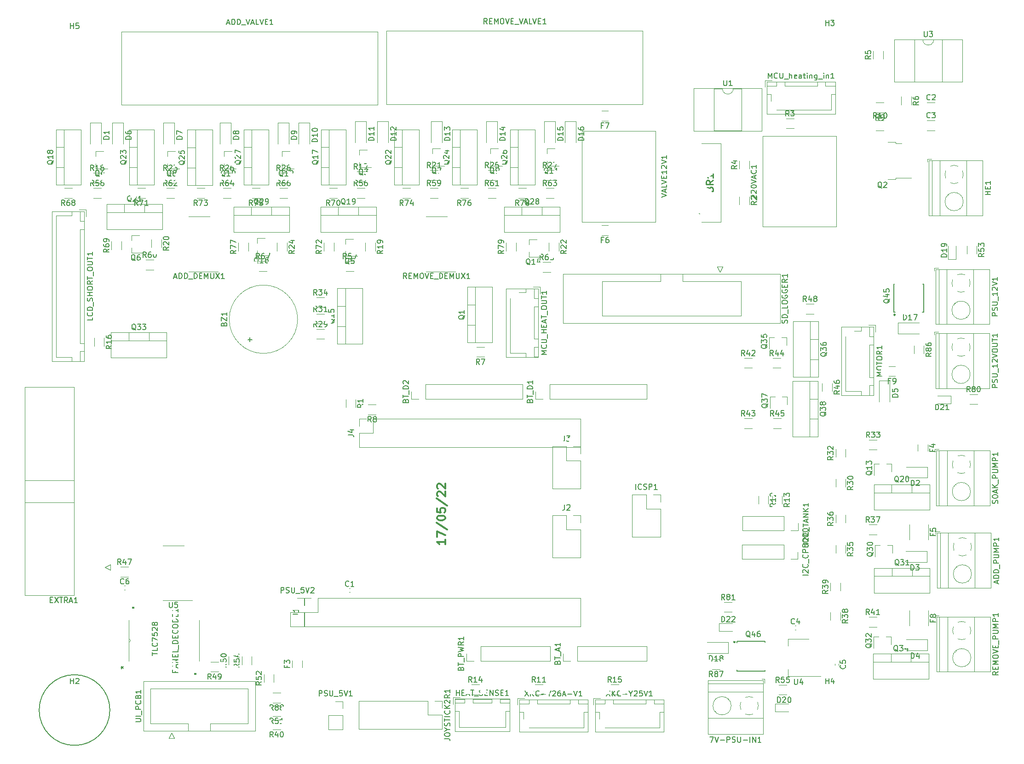
<source format=gto>
G04 #@! TF.GenerationSoftware,KiCad,Pcbnew,(5.1.0)-1*
G04 #@! TF.CreationDate,2022-05-17T16:18:03+10:00*
G04 #@! TF.ProjectId,mainPCB_v0.92,6d61696e-5043-4425-9f76-302e39322e6b,rev?*
G04 #@! TF.SameCoordinates,Original*
G04 #@! TF.FileFunction,Legend,Top*
G04 #@! TF.FilePolarity,Positive*
%FSLAX46Y46*%
G04 Gerber Fmt 4.6, Leading zero omitted, Abs format (unit mm)*
G04 Created by KiCad (PCBNEW (5.1.0)-1) date 2022-05-17 16:18:03*
%MOMM*%
%LPD*%
G04 APERTURE LIST*
%ADD10C,0.150000*%
%ADD11C,0.300000*%
%ADD12C,0.120000*%
%ADD13C,0.100000*%
%ADD14C,0.200000*%
%ADD15C,0.254000*%
%ADD16C,4.300000*%
%ADD17R,1.700000X1.700000*%
%ADD18O,1.700000X1.700000*%
%ADD19C,1.700000*%
%ADD20R,0.558800X1.981200*%
%ADD21O,2.000000X1.905000*%
%ADD22R,2.000000X1.905000*%
%ADD23C,2.600000*%
%ADD24R,2.600000X2.600000*%
%ADD25C,1.830000*%
%ADD26O,1.905000X2.000000*%
%ADD27R,1.905000X2.000000*%
%ADD28C,0.600000*%
%ADD29R,2.000000X2.000000*%
%ADD30C,2.000000*%
%ADD31C,0.560000*%
%ADD32C,1.150000*%
%ADD33R,1.200000X0.900000*%
%ADD34R,0.900000X1.200000*%
%ADD35C,1.250000*%
%ADD36C,1.125000*%
%ADD37O,1.950000X1.700000*%
%ADD38O,1.700000X1.950000*%
%ADD39C,1.200000*%
%ADD40R,2.200000X1.200000*%
%ADD41R,6.400000X5.800000*%
%ADD42R,0.900000X0.800000*%
%ADD43R,0.800000X0.900000*%
%ADD44R,3.100000X1.600000*%
%ADD45R,3.000000X3.000000*%
%ADD46C,3.000000*%
%ADD47C,7.500000*%
%ADD48R,2.000000X3.800000*%
%ADD49R,2.000000X1.500000*%
%ADD50C,0.950000*%
%ADD51R,4.600000X4.120000*%
%ADD52R,0.500000X0.550000*%
%ADD53R,0.500000X0.650000*%
%ADD54R,0.650000X0.500000*%
%ADD55R,0.550000X0.500000*%
%ADD56R,4.120000X4.600000*%
G04 APERTURE END LIST*
D10*
X12510531Y-127223000D02*
G75*
G03X12510531Y-127223000I-6510531J0D01*
G01*
D11*
X74211571Y-95836785D02*
X74211571Y-96693928D01*
X74211571Y-96265357D02*
X72711571Y-96265357D01*
X72925857Y-96408214D01*
X73068714Y-96551071D01*
X73140142Y-96693928D01*
X72711571Y-95336785D02*
X72711571Y-94336785D01*
X74211571Y-94979642D01*
X72640142Y-92693928D02*
X74568714Y-93979642D01*
X72711571Y-91908214D02*
X72711571Y-91765357D01*
X72783000Y-91622500D01*
X72854428Y-91551071D01*
X72997285Y-91479642D01*
X73283000Y-91408214D01*
X73640142Y-91408214D01*
X73925857Y-91479642D01*
X74068714Y-91551071D01*
X74140142Y-91622500D01*
X74211571Y-91765357D01*
X74211571Y-91908214D01*
X74140142Y-92051071D01*
X74068714Y-92122500D01*
X73925857Y-92193928D01*
X73640142Y-92265357D01*
X73283000Y-92265357D01*
X72997285Y-92193928D01*
X72854428Y-92122500D01*
X72783000Y-92051071D01*
X72711571Y-91908214D01*
X72711571Y-90051071D02*
X72711571Y-90765357D01*
X73425857Y-90836785D01*
X73354428Y-90765357D01*
X73283000Y-90622500D01*
X73283000Y-90265357D01*
X73354428Y-90122500D01*
X73425857Y-90051071D01*
X73568714Y-89979642D01*
X73925857Y-89979642D01*
X74068714Y-90051071D01*
X74140142Y-90122500D01*
X74211571Y-90265357D01*
X74211571Y-90622500D01*
X74140142Y-90765357D01*
X74068714Y-90836785D01*
X72640142Y-88265357D02*
X74568714Y-89551071D01*
X72854428Y-87836785D02*
X72783000Y-87765357D01*
X72711571Y-87622500D01*
X72711571Y-87265357D01*
X72783000Y-87122500D01*
X72854428Y-87051071D01*
X72997285Y-86979642D01*
X73140142Y-86979642D01*
X73354428Y-87051071D01*
X74211571Y-87908214D01*
X74211571Y-86979642D01*
X72854428Y-86408214D02*
X72783000Y-86336785D01*
X72711571Y-86193928D01*
X72711571Y-85836785D01*
X72783000Y-85693928D01*
X72854428Y-85622500D01*
X72997285Y-85551071D01*
X73140142Y-85551071D01*
X73354428Y-85622500D01*
X74211571Y-86479642D01*
X74211571Y-85551071D01*
D12*
X136588500Y-91507000D02*
X136588500Y-94167000D01*
X136588500Y-91507000D02*
X128908500Y-91507000D01*
X128908500Y-91507000D02*
X128908500Y-94167000D01*
X136588500Y-94167000D02*
X128908500Y-94167000D01*
X139188500Y-94167000D02*
X137858500Y-94167000D01*
X139188500Y-92837000D02*
X139188500Y-94167000D01*
X5953500Y-88982000D02*
X-3166500Y-88982000D01*
X5953500Y-84882000D02*
X-3166500Y-84882000D01*
X5953500Y-106112000D02*
X-3166500Y-106112000D01*
X-3166500Y-106112000D02*
X-3166500Y-67752000D01*
X-3166500Y-67752000D02*
X5953500Y-67752000D01*
X5953500Y-67752000D02*
X5953500Y-106112000D01*
X11573500Y-100902000D02*
X12573500Y-101402000D01*
X12573500Y-101402000D02*
X12573500Y-100402000D01*
X12573500Y-100402000D02*
X11573500Y-100902000D01*
X136524500Y-96777500D02*
X136524500Y-99437500D01*
X136524500Y-96777500D02*
X128844500Y-96777500D01*
X128844500Y-96777500D02*
X128844500Y-99437500D01*
X136524500Y-99437500D02*
X128844500Y-99437500D01*
X139124500Y-99437500D02*
X137794500Y-99437500D01*
X139124500Y-98107500D02*
X139124500Y-99437500D01*
X15976600Y-114122200D02*
G75*
G02X15976600Y-114731800I0J-304800D01*
G01*
D13*
G36*
X16573500Y-108242100D02*
G01*
X16954500Y-108242100D01*
X16954500Y-108496100D01*
X16573500Y-108496100D01*
X16573500Y-108242100D01*
G37*
X16573500Y-108242100D02*
X16954500Y-108242100D01*
X16954500Y-108496100D01*
X16573500Y-108496100D01*
X16573500Y-108242100D01*
G36*
X28003500Y-120611900D02*
G01*
X28384500Y-120611900D01*
X28384500Y-120357900D01*
X28003500Y-120357900D01*
X28003500Y-120611900D01*
G37*
X28003500Y-120611900D02*
X28384500Y-120611900D01*
X28384500Y-120357900D01*
X28003500Y-120357900D01*
X28003500Y-120611900D01*
D12*
X15976600Y-110629700D02*
X15976600Y-118224300D01*
X28981400Y-118224300D02*
X28981400Y-110629700D01*
X78264000Y-52568500D02*
X79774000Y-52568500D01*
X78264000Y-56269500D02*
X79774000Y-56269500D01*
X79774000Y-59539500D02*
X79774000Y-49299500D01*
X78264000Y-49299500D02*
X82905000Y-49299500D01*
X78264000Y-59539500D02*
X82905000Y-59539500D01*
X82905000Y-59539500D02*
X82905000Y-49299500D01*
X78264000Y-59539500D02*
X78264000Y-49299500D01*
X164328000Y-79178500D02*
X164328000Y-79678500D01*
X165068000Y-79178500D02*
X164328000Y-79178500D01*
X168205000Y-85751500D02*
X168159000Y-85704500D01*
X170503000Y-88048500D02*
X170467000Y-88013500D01*
X167989000Y-85944500D02*
X167954000Y-85909500D01*
X170297000Y-88253500D02*
X170251000Y-88206500D01*
X174489000Y-89538500D02*
X164568000Y-89538500D01*
X174489000Y-79418500D02*
X164568000Y-79418500D01*
X164568000Y-79418500D02*
X164568000Y-89538500D01*
X174489000Y-79418500D02*
X174489000Y-89538500D01*
X171529000Y-79418500D02*
X171529000Y-89538500D01*
X166628000Y-79418500D02*
X166628000Y-89538500D01*
X165128000Y-79418500D02*
X165128000Y-89538500D01*
X170908000Y-86978500D02*
G75*
G03X170908000Y-86978500I-1680000J0D01*
G01*
X167547747Y-82007305D02*
G75*
G02X167693000Y-81294500I1680253J28805D01*
G01*
X168544958Y-80443074D02*
G75*
G02X169912000Y-80443500I683042J-1535426D01*
G01*
X170763426Y-81295458D02*
G75*
G02X170763000Y-82662500I-1535426J-683042D01*
G01*
X169911042Y-83513926D02*
G75*
G02X168544000Y-83513500I-683042J1535426D01*
G01*
X167693244Y-82661818D02*
G75*
G02X167548000Y-81978500I1534756J683318D01*
G01*
D13*
X121036000Y-35799000D02*
G75*
G03X120936000Y-35799000I-50000J0D01*
G01*
X120936000Y-35799000D02*
G75*
G03X121036000Y-35799000I50000J0D01*
G01*
X120936000Y-35799000D02*
X120936000Y-35799000D01*
X121036000Y-35799000D02*
X121036000Y-35799000D01*
X124936000Y-22849000D02*
X121436000Y-22849000D01*
X124936000Y-37349000D02*
X124936000Y-22849000D01*
X121436000Y-37349000D02*
X124936000Y-37349000D01*
D12*
X132975000Y-121528000D02*
X132475000Y-121528000D01*
X132975000Y-122268000D02*
X132975000Y-121528000D01*
X126402000Y-125405000D02*
X126449000Y-125359000D01*
X124105000Y-127703000D02*
X124140000Y-127667000D01*
X126209000Y-125189000D02*
X126244000Y-125154000D01*
X123900000Y-127497000D02*
X123947000Y-127451000D01*
X122615000Y-131689000D02*
X122615000Y-121768000D01*
X132735000Y-131689000D02*
X132735000Y-121768000D01*
X132735000Y-121768000D02*
X122615000Y-121768000D01*
X132735000Y-131689000D02*
X122615000Y-131689000D01*
X132735000Y-128729000D02*
X122615000Y-128729000D01*
X132735000Y-123828000D02*
X122615000Y-123828000D01*
X132735000Y-122328000D02*
X122615000Y-122328000D01*
X126855000Y-126428000D02*
G75*
G03X126855000Y-126428000I-1680000J0D01*
G01*
X130146195Y-124747747D02*
G75*
G02X130859000Y-124893000I28805J-1680253D01*
G01*
X131710426Y-125744958D02*
G75*
G02X131710000Y-127112000I-1535426J-683042D01*
G01*
X130858042Y-127963426D02*
G75*
G02X129491000Y-127963000I-683042J1535426D01*
G01*
X128639574Y-127111042D02*
G75*
G02X128640000Y-125744000I1535426J683042D01*
G01*
X129491682Y-124893244D02*
G75*
G02X130175000Y-124748000I683318J-1534756D01*
G01*
X167883244Y-97838318D02*
G75*
G02X167738000Y-97155000I1534756J683318D01*
G01*
X170101042Y-98690426D02*
G75*
G02X168734000Y-98690000I-683042J1535426D01*
G01*
X170953426Y-96471958D02*
G75*
G02X170953000Y-97839000I-1535426J-683042D01*
G01*
X168734958Y-95619574D02*
G75*
G02X170102000Y-95620000I683042J-1535426D01*
G01*
X167737747Y-97183805D02*
G75*
G02X167883000Y-96471000I1680253J28805D01*
G01*
X171098000Y-102155000D02*
G75*
G03X171098000Y-102155000I-1680000J0D01*
G01*
X165318000Y-94595000D02*
X165318000Y-104715000D01*
X166818000Y-94595000D02*
X166818000Y-104715000D01*
X171719000Y-94595000D02*
X171719000Y-104715000D01*
X174679000Y-94595000D02*
X174679000Y-104715000D01*
X164758000Y-94595000D02*
X164758000Y-104715000D01*
X174679000Y-94595000D02*
X164758000Y-94595000D01*
X174679000Y-104715000D02*
X164758000Y-104715000D01*
X170487000Y-103430000D02*
X170441000Y-103383000D01*
X168179000Y-101121000D02*
X168144000Y-101086000D01*
X170693000Y-103225000D02*
X170657000Y-103190000D01*
X168395000Y-100928000D02*
X168349000Y-100881000D01*
X165258000Y-94355000D02*
X164518000Y-94355000D01*
X164518000Y-94355000D02*
X164518000Y-94855000D01*
X166359244Y-29258318D02*
G75*
G02X166214000Y-28575000I1534756J683318D01*
G01*
X168577042Y-30110426D02*
G75*
G02X167210000Y-30110000I-683042J1535426D01*
G01*
X169429426Y-27891958D02*
G75*
G02X169429000Y-29259000I-1535426J-683042D01*
G01*
X167210958Y-27039574D02*
G75*
G02X168578000Y-27040000I683042J-1535426D01*
G01*
X166213747Y-28603805D02*
G75*
G02X166359000Y-27891000I1680253J28805D01*
G01*
X169574000Y-33575000D02*
G75*
G03X169574000Y-33575000I-1680000J0D01*
G01*
X163794000Y-26015000D02*
X163794000Y-36135000D01*
X165294000Y-26015000D02*
X165294000Y-36135000D01*
X170195000Y-26015000D02*
X170195000Y-36135000D01*
X173155000Y-26015000D02*
X173155000Y-36135000D01*
X163234000Y-26015000D02*
X163234000Y-36135000D01*
X173155000Y-26015000D02*
X163234000Y-26015000D01*
X173155000Y-36135000D02*
X163234000Y-36135000D01*
X168963000Y-34850000D02*
X168917000Y-34803000D01*
X166655000Y-32541000D02*
X166620000Y-32506000D01*
X169169000Y-34645000D02*
X169133000Y-34610000D01*
X166871000Y-32348000D02*
X166825000Y-32301000D01*
X163734000Y-25775000D02*
X162994000Y-25775000D01*
X162994000Y-25775000D02*
X162994000Y-26275000D01*
X167629244Y-49260818D02*
G75*
G02X167484000Y-48577500I1534756J683318D01*
G01*
X169847042Y-50112926D02*
G75*
G02X168480000Y-50112500I-683042J1535426D01*
G01*
X170699426Y-47894458D02*
G75*
G02X170699000Y-49261500I-1535426J-683042D01*
G01*
X168480958Y-47042074D02*
G75*
G02X169848000Y-47042500I683042J-1535426D01*
G01*
X167483747Y-48606305D02*
G75*
G02X167629000Y-47893500I1680253J28805D01*
G01*
X170844000Y-53577500D02*
G75*
G03X170844000Y-53577500I-1680000J0D01*
G01*
X165064000Y-46017500D02*
X165064000Y-56137500D01*
X166564000Y-46017500D02*
X166564000Y-56137500D01*
X171465000Y-46017500D02*
X171465000Y-56137500D01*
X174425000Y-46017500D02*
X174425000Y-56137500D01*
X164504000Y-46017500D02*
X164504000Y-56137500D01*
X174425000Y-46017500D02*
X164504000Y-46017500D01*
X174425000Y-56137500D02*
X164504000Y-56137500D01*
X170233000Y-54852500D02*
X170187000Y-54805500D01*
X167925000Y-52543500D02*
X167890000Y-52508500D01*
X170439000Y-54647500D02*
X170403000Y-54612500D01*
X168141000Y-52350500D02*
X168095000Y-52303500D01*
X165004000Y-45777500D02*
X164264000Y-45777500D01*
X164264000Y-45777500D02*
X164264000Y-46277500D01*
X164264000Y-57588500D02*
X164264000Y-58088500D01*
X165004000Y-57588500D02*
X164264000Y-57588500D01*
X168141000Y-64161500D02*
X168095000Y-64114500D01*
X170439000Y-66458500D02*
X170403000Y-66423500D01*
X167925000Y-64354500D02*
X167890000Y-64319500D01*
X170233000Y-66663500D02*
X170187000Y-66616500D01*
X174425000Y-67948500D02*
X164504000Y-67948500D01*
X174425000Y-57828500D02*
X164504000Y-57828500D01*
X164504000Y-57828500D02*
X164504000Y-67948500D01*
X174425000Y-57828500D02*
X174425000Y-67948500D01*
X171465000Y-57828500D02*
X171465000Y-67948500D01*
X166564000Y-57828500D02*
X166564000Y-67948500D01*
X165064000Y-57828500D02*
X165064000Y-67948500D01*
X170844000Y-65388500D02*
G75*
G03X170844000Y-65388500I-1680000J0D01*
G01*
X167483747Y-60417305D02*
G75*
G02X167629000Y-59704500I1680253J28805D01*
G01*
X168480958Y-58853074D02*
G75*
G02X169848000Y-58853500I683042J-1535426D01*
G01*
X170699426Y-59705458D02*
G75*
G02X170699000Y-61072500I-1535426J-683042D01*
G01*
X169847042Y-61923926D02*
G75*
G02X168480000Y-61923500I-683042J1535426D01*
G01*
X167629244Y-61071818D02*
G75*
G02X167484000Y-60388500I1534756J683318D01*
G01*
X52708500Y-128206000D02*
X55368500Y-128206000D01*
X52708500Y-128206000D02*
X52708500Y-130806000D01*
X52708500Y-130806000D02*
X55368500Y-130806000D01*
X55368500Y-128206000D02*
X55368500Y-130806000D01*
X55368500Y-125606000D02*
X55368500Y-126936000D01*
X54038500Y-125606000D02*
X55368500Y-125606000D01*
X54324500Y-52822500D02*
X55834500Y-52822500D01*
X54324500Y-56523500D02*
X55834500Y-56523500D01*
X55834500Y-59793500D02*
X55834500Y-49553500D01*
X54324500Y-49553500D02*
X58965500Y-49553500D01*
X54324500Y-59793500D02*
X58965500Y-59793500D01*
X58965500Y-59793500D02*
X58965500Y-49553500D01*
X54324500Y-59793500D02*
X54324500Y-49553500D01*
X51340000Y-30520000D02*
X51340000Y-20280000D01*
X55981000Y-30520000D02*
X55981000Y-20280000D01*
X51340000Y-30520000D02*
X55981000Y-30520000D01*
X51340000Y-20280000D02*
X55981000Y-20280000D01*
X52850000Y-30520000D02*
X52850000Y-20280000D01*
X51340000Y-27250000D02*
X52850000Y-27250000D01*
X51340000Y-23549000D02*
X52850000Y-23549000D01*
X2572000Y-30520000D02*
X2572000Y-20280000D01*
X7213000Y-30520000D02*
X7213000Y-20280000D01*
X2572000Y-30520000D02*
X7213000Y-30520000D01*
X2572000Y-20280000D02*
X7213000Y-20280000D01*
X4082000Y-30520000D02*
X4082000Y-20280000D01*
X2572000Y-27250000D02*
X4082000Y-27250000D01*
X2572000Y-23549000D02*
X4082000Y-23549000D01*
X58239000Y-34576000D02*
X58239000Y-36086000D01*
X54538000Y-34576000D02*
X54538000Y-36086000D01*
X51268000Y-36086000D02*
X61508000Y-36086000D01*
X61508000Y-34576000D02*
X61508000Y-39217000D01*
X51268000Y-34576000D02*
X51268000Y-39217000D01*
X51268000Y-39217000D02*
X61508000Y-39217000D01*
X51268000Y-34576000D02*
X61508000Y-34576000D01*
X160093000Y-85693500D02*
X160093000Y-87203500D01*
X156392000Y-85693500D02*
X156392000Y-87203500D01*
X153122000Y-87203500D02*
X163362000Y-87203500D01*
X163362000Y-85693500D02*
X163362000Y-90334500D01*
X153122000Y-85693500D02*
X153122000Y-90334500D01*
X153122000Y-90334500D02*
X163362000Y-90334500D01*
X153122000Y-85693500D02*
X163362000Y-85693500D01*
X18869000Y-34068000D02*
X18869000Y-35578000D01*
X15168000Y-34068000D02*
X15168000Y-35578000D01*
X11898000Y-35578000D02*
X22138000Y-35578000D01*
X22138000Y-34068000D02*
X22138000Y-38709000D01*
X11898000Y-34068000D02*
X11898000Y-38709000D01*
X11898000Y-38709000D02*
X22138000Y-38709000D01*
X11898000Y-34068000D02*
X22138000Y-34068000D01*
X64802000Y-30520000D02*
X64802000Y-20280000D01*
X69443000Y-30520000D02*
X69443000Y-20280000D01*
X64802000Y-30520000D02*
X69443000Y-30520000D01*
X64802000Y-20280000D02*
X69443000Y-20280000D01*
X66312000Y-30520000D02*
X66312000Y-20280000D01*
X64802000Y-27250000D02*
X66312000Y-27250000D01*
X64802000Y-23549000D02*
X66312000Y-23549000D01*
X16034000Y-30520000D02*
X16034000Y-20280000D01*
X20675000Y-30520000D02*
X20675000Y-20280000D01*
X16034000Y-30520000D02*
X20675000Y-30520000D01*
X16034000Y-20280000D02*
X20675000Y-20280000D01*
X17544000Y-30520000D02*
X17544000Y-20280000D01*
X16034000Y-27250000D02*
X17544000Y-27250000D01*
X16034000Y-23549000D02*
X17544000Y-23549000D01*
X75470000Y-30520000D02*
X75470000Y-20280000D01*
X80111000Y-30520000D02*
X80111000Y-20280000D01*
X75470000Y-30520000D02*
X80111000Y-30520000D01*
X75470000Y-20280000D02*
X80111000Y-20280000D01*
X76980000Y-30520000D02*
X76980000Y-20280000D01*
X75470000Y-27250000D02*
X76980000Y-27250000D01*
X75470000Y-23549000D02*
X76980000Y-23549000D01*
X26765500Y-23612500D02*
X28275500Y-23612500D01*
X26765500Y-27313500D02*
X28275500Y-27313500D01*
X28275500Y-30583500D02*
X28275500Y-20343500D01*
X26765500Y-20343500D02*
X31406500Y-20343500D01*
X26765500Y-30583500D02*
X31406500Y-30583500D01*
X31406500Y-30583500D02*
X31406500Y-20343500D01*
X26765500Y-30583500D02*
X26765500Y-20343500D01*
X86138000Y-30520000D02*
X86138000Y-20280000D01*
X90779000Y-30520000D02*
X90779000Y-20280000D01*
X86138000Y-30520000D02*
X90779000Y-30520000D01*
X86138000Y-20280000D02*
X90779000Y-20280000D01*
X87648000Y-30520000D02*
X87648000Y-20280000D01*
X86138000Y-27250000D02*
X87648000Y-27250000D01*
X86138000Y-23549000D02*
X87648000Y-23549000D01*
X37116000Y-30520000D02*
X37116000Y-20280000D01*
X41757000Y-30520000D02*
X41757000Y-20280000D01*
X37116000Y-30520000D02*
X41757000Y-30520000D01*
X37116000Y-20280000D02*
X41757000Y-20280000D01*
X38626000Y-30520000D02*
X38626000Y-20280000D01*
X37116000Y-27250000D02*
X38626000Y-27250000D01*
X37116000Y-23549000D02*
X38626000Y-23549000D01*
X85050000Y-34576000D02*
X95290000Y-34576000D01*
X85050000Y-39217000D02*
X95290000Y-39217000D01*
X85050000Y-34576000D02*
X85050000Y-39217000D01*
X95290000Y-34576000D02*
X95290000Y-39217000D01*
X85050000Y-36086000D02*
X95290000Y-36086000D01*
X88320000Y-34576000D02*
X88320000Y-36086000D01*
X92021000Y-34576000D02*
X92021000Y-36086000D01*
X42237000Y-34576000D02*
X42237000Y-36086000D01*
X38536000Y-34576000D02*
X38536000Y-36086000D01*
X35266000Y-36086000D02*
X45506000Y-36086000D01*
X45506000Y-34576000D02*
X45506000Y-39217000D01*
X35266000Y-34576000D02*
X35266000Y-39217000D01*
X35266000Y-39217000D02*
X45506000Y-39217000D01*
X35266000Y-34576000D02*
X45506000Y-34576000D01*
X153186000Y-101060000D02*
X163426000Y-101060000D01*
X153186000Y-105701000D02*
X163426000Y-105701000D01*
X153186000Y-101060000D02*
X153186000Y-105701000D01*
X163426000Y-101060000D02*
X163426000Y-105701000D01*
X153186000Y-102570000D02*
X163426000Y-102570000D01*
X156456000Y-101060000D02*
X156456000Y-102570000D01*
X160157000Y-101060000D02*
X160157000Y-102570000D01*
X152995000Y-116872000D02*
X163235000Y-116872000D01*
X152995000Y-121513000D02*
X163235000Y-121513000D01*
X152995000Y-116872000D02*
X152995000Y-121513000D01*
X163235000Y-116872000D02*
X163235000Y-121513000D01*
X152995000Y-118382000D02*
X163235000Y-118382000D01*
X156265000Y-116872000D02*
X156265000Y-118382000D01*
X159966000Y-116872000D02*
X159966000Y-118382000D01*
X142906000Y-62620500D02*
X141396000Y-62620500D01*
X142906000Y-58919500D02*
X141396000Y-58919500D01*
X141396000Y-55649500D02*
X141396000Y-65889500D01*
X142906000Y-65889500D02*
X138265000Y-65889500D01*
X142906000Y-55649500D02*
X138265000Y-55649500D01*
X138265000Y-55649500D02*
X138265000Y-65889500D01*
X142906000Y-55649500D02*
X142906000Y-65889500D01*
X142780000Y-66635000D02*
X142780000Y-76875000D01*
X138139000Y-66635000D02*
X138139000Y-76875000D01*
X142780000Y-66635000D02*
X138139000Y-66635000D01*
X142780000Y-76875000D02*
X138139000Y-76875000D01*
X141270000Y-66635000D02*
X141270000Y-76875000D01*
X142780000Y-69905000D02*
X141270000Y-69905000D01*
X142780000Y-73606000D02*
X141270000Y-73606000D01*
X167756244Y-113269318D02*
G75*
G02X167611000Y-112586000I1534756J683318D01*
G01*
X169974042Y-114121426D02*
G75*
G02X168607000Y-114121000I-683042J1535426D01*
G01*
X170826426Y-111902958D02*
G75*
G02X170826000Y-113270000I-1535426J-683042D01*
G01*
X168607958Y-111050574D02*
G75*
G02X169975000Y-111051000I683042J-1535426D01*
G01*
X167610747Y-112614805D02*
G75*
G02X167756000Y-111902000I1680253J28805D01*
G01*
X170971000Y-117586000D02*
G75*
G03X170971000Y-117586000I-1680000J0D01*
G01*
X165191000Y-110026000D02*
X165191000Y-120146000D01*
X166691000Y-110026000D02*
X166691000Y-120146000D01*
X171592000Y-110026000D02*
X171592000Y-120146000D01*
X174552000Y-110026000D02*
X174552000Y-120146000D01*
X164631000Y-110026000D02*
X164631000Y-120146000D01*
X174552000Y-110026000D02*
X164631000Y-110026000D01*
X174552000Y-120146000D02*
X164631000Y-120146000D01*
X170360000Y-118861000D02*
X170314000Y-118814000D01*
X168052000Y-116552000D02*
X168017000Y-116517000D01*
X170566000Y-118656000D02*
X170530000Y-118621000D01*
X168268000Y-116359000D02*
X168222000Y-116312000D01*
X165131000Y-109786000D02*
X164391000Y-109786000D01*
X164391000Y-109786000D02*
X164391000Y-110286000D01*
X28956000Y-36342000D02*
X27006000Y-36342000D01*
X28956000Y-36342000D02*
X30906000Y-36342000D01*
X28956000Y-46462000D02*
X27006000Y-46462000D01*
X28956000Y-46462000D02*
X32406000Y-46462000D01*
X47067000Y-55241500D02*
G75*
G03X47067000Y-55241500I-6300000J0D01*
G01*
X56534164Y-104796000D02*
X56749836Y-104796000D01*
X56534164Y-105516000D02*
X56749836Y-105516000D01*
X162928248Y-15346000D02*
X164350752Y-15346000D01*
X162928248Y-17166000D02*
X164350752Y-17166000D01*
X162928248Y-20468000D02*
X164350752Y-20468000D01*
X162928248Y-18648000D02*
X164350752Y-18648000D01*
X10906000Y-19086000D02*
X8906000Y-19086000D01*
X8906000Y-19086000D02*
X8906000Y-22986000D01*
X10906000Y-19086000D02*
X10906000Y-22986000D01*
X162968000Y-84439000D02*
X159068000Y-84439000D01*
X162968000Y-82439000D02*
X159068000Y-82439000D01*
X162968000Y-84439000D02*
X162968000Y-82439000D01*
X162905000Y-99996500D02*
X162905000Y-97996500D01*
X162905000Y-97996500D02*
X159005000Y-97996500D01*
X162905000Y-99996500D02*
X159005000Y-99996500D01*
X162968000Y-116252000D02*
X159068000Y-116252000D01*
X162968000Y-114252000D02*
X159068000Y-114252000D01*
X162968000Y-116252000D02*
X162968000Y-114252000D01*
X156067000Y-66584000D02*
X154067000Y-66584000D01*
X154067000Y-66584000D02*
X154067000Y-70484000D01*
X156067000Y-66584000D02*
X156067000Y-70484000D01*
X14970000Y-19086000D02*
X14970000Y-22986000D01*
X12970000Y-19086000D02*
X12970000Y-22986000D01*
X14970000Y-19086000D02*
X12970000Y-19086000D01*
X24368000Y-19086000D02*
X22368000Y-19086000D01*
X22368000Y-19086000D02*
X22368000Y-22986000D01*
X24368000Y-19086000D02*
X24368000Y-22986000D01*
X34782000Y-19086000D02*
X34782000Y-22986000D01*
X32782000Y-19086000D02*
X32782000Y-22986000D01*
X34782000Y-19086000D02*
X32782000Y-19086000D01*
X45450000Y-19086000D02*
X43450000Y-19086000D01*
X43450000Y-19086000D02*
X43450000Y-22986000D01*
X45450000Y-19086000D02*
X45450000Y-22986000D01*
X49260000Y-19086000D02*
X49260000Y-22986000D01*
X47260000Y-19086000D02*
X47260000Y-22986000D01*
X49260000Y-19086000D02*
X47260000Y-19086000D01*
X59674000Y-18832000D02*
X57674000Y-18832000D01*
X57674000Y-18832000D02*
X57674000Y-22732000D01*
X59674000Y-18832000D02*
X59674000Y-22732000D01*
X63738000Y-18832000D02*
X63738000Y-22732000D01*
X61738000Y-18832000D02*
X61738000Y-22732000D01*
X63738000Y-18832000D02*
X61738000Y-18832000D01*
X73644000Y-18832000D02*
X71644000Y-18832000D01*
X71644000Y-18832000D02*
X71644000Y-22732000D01*
X73644000Y-18832000D02*
X73644000Y-22732000D01*
X83804000Y-18832000D02*
X83804000Y-22732000D01*
X81804000Y-18832000D02*
X81804000Y-22732000D01*
X83804000Y-18832000D02*
X81804000Y-18832000D01*
X94472000Y-18832000D02*
X92472000Y-18832000D01*
X92472000Y-18832000D02*
X92472000Y-22732000D01*
X94472000Y-18832000D02*
X94472000Y-22732000D01*
X98282000Y-18832000D02*
X98282000Y-22732000D01*
X96282000Y-18832000D02*
X96282000Y-22732000D01*
X98282000Y-18832000D02*
X96282000Y-18832000D01*
X157516000Y-55896000D02*
X161416000Y-55896000D01*
X157516000Y-57896000D02*
X161416000Y-57896000D01*
X157516000Y-55896000D02*
X157516000Y-57896000D01*
X126329000Y-116760000D02*
X126329000Y-114760000D01*
X126329000Y-114760000D02*
X122429000Y-114760000D01*
X126329000Y-116760000D02*
X122429000Y-116760000D01*
X46080000Y-119347064D02*
X46080000Y-118142936D01*
X47900000Y-119347064D02*
X47900000Y-118142936D01*
X163026000Y-78328436D02*
X163026000Y-79532564D01*
X161206000Y-78328436D02*
X161206000Y-79532564D01*
X159707000Y-93038248D02*
X159707000Y-95810752D01*
X163127000Y-93038248D02*
X163127000Y-95810752D01*
X104234064Y-39772000D02*
X103029936Y-39772000D01*
X104234064Y-37952000D02*
X103029936Y-37952000D01*
X104234064Y-16870000D02*
X103029936Y-16870000D01*
X104234064Y-18690000D02*
X103029936Y-18690000D01*
X159707000Y-108913748D02*
X159707000Y-111686252D01*
X163127000Y-108913748D02*
X163127000Y-111686252D01*
X157066064Y-63923500D02*
X155861936Y-63923500D01*
X157066064Y-65743500D02*
X155861936Y-65743500D01*
X8084000Y-35062000D02*
X6834000Y-35062000D01*
X8084000Y-36312000D02*
X8084000Y-35062000D01*
X2584000Y-62212000D02*
X2584000Y-49162000D01*
X5534000Y-62212000D02*
X2584000Y-62212000D01*
X5534000Y-62962000D02*
X5534000Y-62212000D01*
X2584000Y-36112000D02*
X2584000Y-49162000D01*
X5534000Y-36112000D02*
X2584000Y-36112000D01*
X5534000Y-35362000D02*
X5534000Y-36112000D01*
X7784000Y-62962000D02*
X7784000Y-61162000D01*
X7034000Y-62962000D02*
X7784000Y-62962000D01*
X7034000Y-61162000D02*
X7034000Y-62962000D01*
X7784000Y-61162000D02*
X7034000Y-61162000D01*
X7784000Y-37162000D02*
X7784000Y-35362000D01*
X7034000Y-37162000D02*
X7784000Y-37162000D01*
X7034000Y-35362000D02*
X7034000Y-37162000D01*
X7784000Y-35362000D02*
X7034000Y-35362000D01*
X7784000Y-59662000D02*
X7784000Y-38662000D01*
X7034000Y-59662000D02*
X7784000Y-59662000D01*
X7034000Y-38662000D02*
X7034000Y-59662000D01*
X7784000Y-38662000D02*
X7034000Y-38662000D01*
X7794000Y-62972000D02*
X7794000Y-35352000D01*
X1824000Y-62972000D02*
X7794000Y-62972000D01*
X1824000Y-35352000D02*
X1824000Y-62972000D01*
X7794000Y-35352000D02*
X1824000Y-35352000D01*
X133393500Y-11510000D02*
X133393500Y-17480000D01*
X133393500Y-17480000D02*
X146013500Y-17480000D01*
X146013500Y-17480000D02*
X146013500Y-11510000D01*
X146013500Y-11510000D02*
X133393500Y-11510000D01*
X136703500Y-11520000D02*
X136703500Y-12270000D01*
X136703500Y-12270000D02*
X142703500Y-12270000D01*
X142703500Y-12270000D02*
X142703500Y-11520000D01*
X142703500Y-11520000D02*
X136703500Y-11520000D01*
X133403500Y-11520000D02*
X133403500Y-12270000D01*
X133403500Y-12270000D02*
X135203500Y-12270000D01*
X135203500Y-12270000D02*
X135203500Y-11520000D01*
X135203500Y-11520000D02*
X133403500Y-11520000D01*
X144203500Y-11520000D02*
X144203500Y-12270000D01*
X144203500Y-12270000D02*
X146003500Y-12270000D01*
X146003500Y-12270000D02*
X146003500Y-11520000D01*
X146003500Y-11520000D02*
X144203500Y-11520000D01*
X133403500Y-13770000D02*
X134153500Y-13770000D01*
X134153500Y-13770000D02*
X134153500Y-15110000D01*
X139703500Y-16720000D02*
X135213500Y-16720000D01*
X146003500Y-13770000D02*
X145253500Y-13770000D01*
X145253500Y-13770000D02*
X145253500Y-16720000D01*
X145253500Y-16720000D02*
X139703500Y-16720000D01*
X134353500Y-11220000D02*
X133103500Y-11220000D01*
X133103500Y-11220000D02*
X133103500Y-12470000D01*
X91650000Y-49283500D02*
X90400000Y-49283500D01*
X91650000Y-50533500D02*
X91650000Y-49283500D01*
X86150000Y-61433500D02*
X86150000Y-55883500D01*
X89100000Y-61433500D02*
X86150000Y-61433500D01*
X89100000Y-62183500D02*
X89100000Y-61433500D01*
X86150000Y-55883500D02*
X86150000Y-51393500D01*
X89100000Y-50333500D02*
X87760000Y-50333500D01*
X89100000Y-49583500D02*
X89100000Y-50333500D01*
X91350000Y-62183500D02*
X91350000Y-60383500D01*
X90600000Y-62183500D02*
X91350000Y-62183500D01*
X90600000Y-60383500D02*
X90600000Y-62183500D01*
X91350000Y-60383500D02*
X90600000Y-60383500D01*
X91350000Y-51383500D02*
X91350000Y-49583500D01*
X90600000Y-51383500D02*
X91350000Y-51383500D01*
X90600000Y-49583500D02*
X90600000Y-51383500D01*
X91350000Y-49583500D02*
X90600000Y-49583500D01*
X91350000Y-58883500D02*
X91350000Y-52883500D01*
X90600000Y-58883500D02*
X91350000Y-58883500D01*
X90600000Y-52883500D02*
X90600000Y-58883500D01*
X91350000Y-52883500D02*
X90600000Y-52883500D01*
X91360000Y-62193500D02*
X91360000Y-49573500D01*
X85390000Y-62193500D02*
X91360000Y-62193500D01*
X85390000Y-49573500D02*
X85390000Y-62193500D01*
X91360000Y-49573500D02*
X85390000Y-49573500D01*
X153372000Y-56332000D02*
X152122000Y-56332000D01*
X153372000Y-57582000D02*
X153372000Y-56332000D01*
X147872000Y-68482000D02*
X147872000Y-62932000D01*
X150822000Y-68482000D02*
X147872000Y-68482000D01*
X150822000Y-69232000D02*
X150822000Y-68482000D01*
X147872000Y-62932000D02*
X147872000Y-58442000D01*
X150822000Y-57382000D02*
X149482000Y-57382000D01*
X150822000Y-56632000D02*
X150822000Y-57382000D01*
X153072000Y-69232000D02*
X153072000Y-67432000D01*
X152322000Y-69232000D02*
X153072000Y-69232000D01*
X152322000Y-67432000D02*
X152322000Y-69232000D01*
X153072000Y-67432000D02*
X152322000Y-67432000D01*
X153072000Y-58432000D02*
X153072000Y-56632000D01*
X152322000Y-58432000D02*
X153072000Y-58432000D01*
X152322000Y-56632000D02*
X152322000Y-58432000D01*
X153072000Y-56632000D02*
X152322000Y-56632000D01*
X153072000Y-65932000D02*
X153072000Y-59932000D01*
X152322000Y-65932000D02*
X153072000Y-65932000D01*
X152322000Y-59932000D02*
X152322000Y-65932000D01*
X153072000Y-59932000D02*
X152322000Y-59932000D01*
X153082000Y-69242000D02*
X153082000Y-56622000D01*
X147112000Y-69242000D02*
X153082000Y-69242000D01*
X147112000Y-56622000D02*
X147112000Y-69242000D01*
X153082000Y-56622000D02*
X147112000Y-56622000D01*
X155656000Y-29485000D02*
X157156000Y-29485000D01*
X157156000Y-29485000D02*
X157156000Y-29215000D01*
X157156000Y-29215000D02*
X159986000Y-29215000D01*
X155656000Y-22585000D02*
X157156000Y-22585000D01*
X157156000Y-22585000D02*
X157156000Y-22855000D01*
X157156000Y-22855000D02*
X158256000Y-22855000D01*
X58422000Y-24074000D02*
X58422000Y-25004000D01*
X58422000Y-27234000D02*
X58422000Y-26304000D01*
X58422000Y-27234000D02*
X60582000Y-27234000D01*
X58422000Y-24074000D02*
X59882000Y-24074000D01*
X9908000Y-24328000D02*
X9908000Y-25258000D01*
X9908000Y-27488000D02*
X9908000Y-26558000D01*
X9908000Y-27488000D02*
X12068000Y-27488000D01*
X9908000Y-24328000D02*
X11368000Y-24328000D01*
X55882000Y-40457000D02*
X57342000Y-40457000D01*
X55882000Y-43617000D02*
X58042000Y-43617000D01*
X55882000Y-43617000D02*
X55882000Y-42687000D01*
X55882000Y-40457000D02*
X55882000Y-41387000D01*
X16512000Y-39822000D02*
X17972000Y-39822000D01*
X16512000Y-42982000D02*
X18672000Y-42982000D01*
X16512000Y-42982000D02*
X16512000Y-42052000D01*
X16512000Y-39822000D02*
X16512000Y-40752000D01*
X71884000Y-23820000D02*
X71884000Y-24750000D01*
X71884000Y-26980000D02*
X71884000Y-26050000D01*
X71884000Y-26980000D02*
X74044000Y-26980000D01*
X71884000Y-23820000D02*
X73344000Y-23820000D01*
X23116000Y-24328000D02*
X23116000Y-25258000D01*
X23116000Y-27488000D02*
X23116000Y-26558000D01*
X23116000Y-27488000D02*
X25276000Y-27488000D01*
X23116000Y-24328000D02*
X24576000Y-24328000D01*
X82552000Y-23820000D02*
X84012000Y-23820000D01*
X82552000Y-26980000D02*
X84712000Y-26980000D01*
X82552000Y-26980000D02*
X82552000Y-26050000D01*
X82552000Y-23820000D02*
X82552000Y-24750000D01*
X33530000Y-24328000D02*
X34990000Y-24328000D01*
X33530000Y-27488000D02*
X35690000Y-27488000D01*
X33530000Y-27488000D02*
X33530000Y-26558000D01*
X33530000Y-24328000D02*
X33530000Y-25258000D01*
X92966000Y-23820000D02*
X92966000Y-24750000D01*
X92966000Y-26980000D02*
X92966000Y-26050000D01*
X92966000Y-26980000D02*
X95126000Y-26980000D01*
X92966000Y-23820000D02*
X94426000Y-23820000D01*
X44198000Y-24328000D02*
X44198000Y-25258000D01*
X44198000Y-27488000D02*
X44198000Y-26558000D01*
X44198000Y-27488000D02*
X46358000Y-27488000D01*
X44198000Y-24328000D02*
X45658000Y-24328000D01*
X156330000Y-81853500D02*
X156330000Y-83313500D01*
X153170000Y-81853500D02*
X153170000Y-84013500D01*
X153170000Y-81853500D02*
X154100000Y-81853500D01*
X156330000Y-81853500D02*
X155400000Y-81853500D01*
X89664000Y-40584000D02*
X91124000Y-40584000D01*
X89664000Y-43744000D02*
X91824000Y-43744000D01*
X89664000Y-43744000D02*
X89664000Y-42814000D01*
X89664000Y-40584000D02*
X89664000Y-41514000D01*
X39626000Y-40330000D02*
X41086000Y-40330000D01*
X39626000Y-43490000D02*
X41786000Y-43490000D01*
X39626000Y-43490000D02*
X39626000Y-42560000D01*
X39626000Y-40330000D02*
X39626000Y-41260000D01*
X156520000Y-96839500D02*
X155590000Y-96839500D01*
X153360000Y-96839500D02*
X154290000Y-96839500D01*
X153360000Y-96839500D02*
X153360000Y-98999500D01*
X156520000Y-96839500D02*
X156520000Y-98299500D01*
X156266000Y-113667000D02*
X156266000Y-115127000D01*
X153106000Y-113667000D02*
X153106000Y-115827000D01*
X153106000Y-113667000D02*
X154036000Y-113667000D01*
X156266000Y-113667000D02*
X155336000Y-113667000D01*
X12723500Y-57690000D02*
X22963500Y-57690000D01*
X12723500Y-62331000D02*
X22963500Y-62331000D01*
X12723500Y-57690000D02*
X12723500Y-62331000D01*
X22963500Y-57690000D02*
X22963500Y-62331000D01*
X12723500Y-59200000D02*
X22963500Y-59200000D01*
X15993500Y-57690000D02*
X15993500Y-59200000D01*
X19694500Y-57690000D02*
X19694500Y-59200000D01*
X137026000Y-58549000D02*
X136096000Y-58549000D01*
X133866000Y-58549000D02*
X134796000Y-58549000D01*
X133866000Y-58549000D02*
X133866000Y-60709000D01*
X137026000Y-58549000D02*
X137026000Y-60009000D01*
X137152000Y-69471000D02*
X136222000Y-69471000D01*
X133992000Y-69471000D02*
X134922000Y-69471000D01*
X133992000Y-69471000D02*
X133992000Y-71631000D01*
X137152000Y-69471000D02*
X137152000Y-70931000D01*
X57742500Y-70011936D02*
X57742500Y-71466064D01*
X55922500Y-70011936D02*
X55922500Y-71466064D01*
X130196000Y-32673936D02*
X130196000Y-34128064D01*
X128376000Y-32673936D02*
X128376000Y-34128064D01*
X136940936Y-20087000D02*
X138395064Y-20087000D01*
X136940936Y-18267000D02*
X138395064Y-18267000D01*
X130196000Y-27524064D02*
X130196000Y-26069936D01*
X128376000Y-27524064D02*
X128376000Y-26069936D01*
X154834000Y-7269564D02*
X154834000Y-5815436D01*
X153014000Y-7269564D02*
X153014000Y-5815436D01*
X159977500Y-14258936D02*
X159977500Y-15713064D01*
X158157500Y-14258936D02*
X158157500Y-15713064D01*
X81435564Y-60367500D02*
X79981436Y-60367500D01*
X81435564Y-62187500D02*
X79981436Y-62187500D01*
X61496564Y-70972000D02*
X60042436Y-70972000D01*
X61496564Y-72792000D02*
X60042436Y-72792000D01*
X154968564Y-15346000D02*
X153514436Y-15346000D01*
X154968564Y-17166000D02*
X153514436Y-17166000D01*
X153514436Y-18648000D02*
X154968564Y-18648000D01*
X153514436Y-20468000D02*
X154968564Y-20468000D01*
X90712936Y-122534000D02*
X92167064Y-122534000D01*
X90712936Y-124354000D02*
X92167064Y-124354000D01*
X131868500Y-87791936D02*
X131868500Y-89246064D01*
X133688500Y-87791936D02*
X133688500Y-89246064D01*
X136228500Y-87791936D02*
X136228500Y-89246064D01*
X134408500Y-87791936D02*
X134408500Y-89246064D01*
X104682936Y-124354000D02*
X106137064Y-124354000D01*
X104682936Y-122534000D02*
X106137064Y-122534000D01*
X9631000Y-58708936D02*
X9631000Y-60163064D01*
X11451000Y-58708936D02*
X11451000Y-60163064D01*
X57946936Y-29866000D02*
X59401064Y-29866000D01*
X57946936Y-28046000D02*
X59401064Y-28046000D01*
X9432936Y-28300000D02*
X10887064Y-28300000D01*
X9432936Y-30120000D02*
X10887064Y-30120000D01*
X61362000Y-41182936D02*
X61362000Y-42637064D01*
X59542000Y-41182936D02*
X59542000Y-42637064D01*
X20172000Y-40547936D02*
X20172000Y-42002064D01*
X21992000Y-40547936D02*
X21992000Y-42002064D01*
X71408936Y-29612000D02*
X72863064Y-29612000D01*
X71408936Y-27792000D02*
X72863064Y-27792000D01*
X95144000Y-41182936D02*
X95144000Y-42637064D01*
X93324000Y-41182936D02*
X93324000Y-42637064D01*
X22894936Y-30120000D02*
X24349064Y-30120000D01*
X22894936Y-28300000D02*
X24349064Y-28300000D01*
X45106000Y-41182936D02*
X45106000Y-42637064D01*
X43286000Y-41182936D02*
X43286000Y-42637064D01*
X82076936Y-27792000D02*
X83531064Y-27792000D01*
X82076936Y-29612000D02*
X83531064Y-29612000D01*
X33308936Y-28300000D02*
X34763064Y-28300000D01*
X33308936Y-30120000D02*
X34763064Y-30120000D01*
X92744936Y-29612000D02*
X94199064Y-29612000D01*
X92744936Y-27792000D02*
X94199064Y-27792000D01*
X43722936Y-28300000D02*
X45177064Y-28300000D01*
X43722936Y-30120000D02*
X45177064Y-30120000D01*
X50517436Y-57065500D02*
X51971564Y-57065500D01*
X50517436Y-58885500D02*
X51971564Y-58885500D01*
X147912000Y-84680436D02*
X147912000Y-86134564D01*
X146092000Y-84680436D02*
X146092000Y-86134564D01*
X50517436Y-54271500D02*
X51971564Y-54271500D01*
X50517436Y-56091500D02*
X51971564Y-56091500D01*
X146092000Y-80610064D02*
X146092000Y-79155936D01*
X147912000Y-80610064D02*
X147912000Y-79155936D01*
X152244936Y-79269000D02*
X153699064Y-79269000D01*
X152244936Y-77449000D02*
X153699064Y-77449000D01*
X50517436Y-53043500D02*
X51971564Y-53043500D01*
X50517436Y-51223500D02*
X51971564Y-51223500D01*
X147912000Y-96872436D02*
X147912000Y-98326564D01*
X146092000Y-96872436D02*
X146092000Y-98326564D01*
X146092000Y-92738564D02*
X146092000Y-91284436D01*
X147912000Y-92738564D02*
X147912000Y-91284436D01*
X152180936Y-93070000D02*
X153635064Y-93070000D01*
X152180936Y-94890000D02*
X153635064Y-94890000D01*
X145140000Y-109190936D02*
X145140000Y-110645064D01*
X146960000Y-109190936D02*
X146960000Y-110645064D01*
X146960000Y-105248064D02*
X146960000Y-103793936D01*
X145140000Y-105248064D02*
X145140000Y-103793936D01*
X43907064Y-129011000D02*
X42452936Y-129011000D01*
X43907064Y-130831000D02*
X42452936Y-130831000D01*
X152180936Y-110088000D02*
X153635064Y-110088000D01*
X152180936Y-111908000D02*
X153635064Y-111908000D01*
X129256936Y-64219500D02*
X130711064Y-64219500D01*
X129256936Y-62399500D02*
X130711064Y-62399500D01*
X129256936Y-73512000D02*
X130711064Y-73512000D01*
X129256936Y-75332000D02*
X130711064Y-75332000D01*
X134527936Y-64219500D02*
X135982064Y-64219500D01*
X134527936Y-62399500D02*
X135982064Y-62399500D01*
X134590936Y-73512000D02*
X136045064Y-73512000D01*
X134590936Y-75332000D02*
X136045064Y-75332000D01*
X143616000Y-67027436D02*
X143616000Y-68481564D01*
X145436000Y-67027436D02*
X145436000Y-68481564D01*
X140623936Y-54250000D02*
X142078064Y-54250000D01*
X140623936Y-52430000D02*
X142078064Y-52430000D01*
X32477064Y-120163000D02*
X31022936Y-120163000D01*
X32477064Y-118343000D02*
X31022936Y-118343000D01*
X34396000Y-118837064D02*
X34396000Y-117382936D01*
X36216000Y-118837064D02*
X36216000Y-117382936D01*
X43907064Y-126534000D02*
X42452936Y-126534000D01*
X43907064Y-128354000D02*
X42452936Y-128354000D01*
X40873000Y-122075064D02*
X40873000Y-120620936D01*
X42693000Y-122075064D02*
X42693000Y-120620936D01*
X38629000Y-118837064D02*
X38629000Y-117382936D01*
X36809000Y-118837064D02*
X36809000Y-117382936D01*
X57946936Y-31094000D02*
X59401064Y-31094000D01*
X57946936Y-32914000D02*
X59401064Y-32914000D01*
X55914936Y-46376000D02*
X57369064Y-46376000D01*
X55914936Y-44556000D02*
X57369064Y-44556000D01*
X9432936Y-31094000D02*
X10887064Y-31094000D01*
X9432936Y-32914000D02*
X10887064Y-32914000D01*
X71408936Y-31094000D02*
X72863064Y-31094000D01*
X71408936Y-32914000D02*
X72863064Y-32914000D01*
X19084936Y-46122000D02*
X20539064Y-46122000D01*
X19084936Y-44302000D02*
X20539064Y-44302000D01*
X82076936Y-32914000D02*
X83531064Y-32914000D01*
X82076936Y-31094000D02*
X83531064Y-31094000D01*
X22894936Y-31094000D02*
X24349064Y-31094000D01*
X22894936Y-32914000D02*
X24349064Y-32914000D01*
X92744936Y-31094000D02*
X94199064Y-31094000D01*
X92744936Y-32914000D02*
X94199064Y-32914000D01*
X33308936Y-32914000D02*
X34763064Y-32914000D01*
X33308936Y-31094000D02*
X34763064Y-31094000D01*
X92173436Y-46566500D02*
X93627564Y-46566500D01*
X92173436Y-44746500D02*
X93627564Y-44746500D01*
X43722936Y-31094000D02*
X45177064Y-31094000D01*
X43722936Y-32914000D02*
X45177064Y-32914000D01*
X39912936Y-46376000D02*
X41367064Y-46376000D01*
X39912936Y-44556000D02*
X41367064Y-44556000D01*
X5553064Y-31094000D02*
X4098936Y-31094000D01*
X5553064Y-32914000D02*
X4098936Y-32914000D01*
X12806000Y-42383064D02*
X12806000Y-40928936D01*
X14626000Y-42383064D02*
X14626000Y-40928936D01*
X54321064Y-31094000D02*
X52866936Y-31094000D01*
X54321064Y-32914000D02*
X52866936Y-32914000D01*
X19015064Y-31094000D02*
X17560936Y-31094000D01*
X19015064Y-32914000D02*
X17560936Y-32914000D01*
X53742000Y-42637064D02*
X53742000Y-41182936D01*
X51922000Y-42637064D02*
X51922000Y-41182936D01*
X29937064Y-32914000D02*
X28482936Y-32914000D01*
X29937064Y-31094000D02*
X28482936Y-31094000D01*
X67844564Y-31094000D02*
X66390436Y-31094000D01*
X67844564Y-32914000D02*
X66390436Y-32914000D01*
X40097064Y-31094000D02*
X38642936Y-31094000D01*
X40097064Y-32914000D02*
X38642936Y-32914000D01*
X78451064Y-32914000D02*
X76996936Y-32914000D01*
X78451064Y-31094000D02*
X76996936Y-31094000D01*
X36174000Y-42637064D02*
X36174000Y-41182936D01*
X37994000Y-42637064D02*
X37994000Y-41182936D01*
X89119064Y-31094000D02*
X87664936Y-31094000D01*
X89119064Y-32914000D02*
X87664936Y-32914000D01*
X85450000Y-42637064D02*
X85450000Y-41182936D01*
X87270000Y-42637064D02*
X87270000Y-41182936D01*
X162327000Y-60105936D02*
X162327000Y-61560064D01*
X160507000Y-60105936D02*
X160507000Y-61560064D01*
X124806064Y-117898000D02*
X123351936Y-117898000D01*
X124806064Y-119718000D02*
X123351936Y-119718000D01*
X72644000Y-46462000D02*
X76094000Y-46462000D01*
X72644000Y-46462000D02*
X70694000Y-46462000D01*
X72644000Y-36342000D02*
X74594000Y-36342000D01*
X72644000Y-36342000D02*
X70694000Y-36342000D01*
X132473000Y-12707000D02*
X120003000Y-12707000D01*
X132473000Y-20567000D02*
X132473000Y-12707000D01*
X120003000Y-20567000D02*
X132473000Y-20567000D01*
X120003000Y-12707000D02*
X120003000Y-20567000D01*
X128773000Y-12767000D02*
X127238000Y-12767000D01*
X128773000Y-20507000D02*
X128773000Y-12767000D01*
X123703000Y-20507000D02*
X128773000Y-20507000D01*
X123703000Y-12767000D02*
X123703000Y-20507000D01*
X125238000Y-12767000D02*
X123703000Y-12767000D01*
X127238000Y-12767000D02*
G75*
G02X125238000Y-12767000I-1000000J0D01*
G01*
X169366500Y-3690000D02*
X156896500Y-3690000D01*
X169366500Y-11550000D02*
X169366500Y-3690000D01*
X156896500Y-11550000D02*
X169366500Y-11550000D01*
X156896500Y-3690000D02*
X156896500Y-11550000D01*
X165666500Y-3750000D02*
X164131500Y-3750000D01*
X165666500Y-11490000D02*
X165666500Y-3750000D01*
X160596500Y-11490000D02*
X165666500Y-11490000D01*
X160596500Y-3750000D02*
X160596500Y-11490000D01*
X162131500Y-3750000D02*
X160596500Y-3750000D01*
X164131500Y-3750000D02*
G75*
G02X162131500Y-3750000I-1000000J0D01*
G01*
X101834000Y-125302000D02*
X101834000Y-131272000D01*
X101834000Y-131272000D02*
X114454000Y-131272000D01*
X114454000Y-131272000D02*
X114454000Y-125302000D01*
X114454000Y-125302000D02*
X101834000Y-125302000D01*
X105144000Y-125312000D02*
X105144000Y-126062000D01*
X105144000Y-126062000D02*
X111144000Y-126062000D01*
X111144000Y-126062000D02*
X111144000Y-125312000D01*
X111144000Y-125312000D02*
X105144000Y-125312000D01*
X101844000Y-125312000D02*
X101844000Y-126062000D01*
X101844000Y-126062000D02*
X103644000Y-126062000D01*
X103644000Y-126062000D02*
X103644000Y-125312000D01*
X103644000Y-125312000D02*
X101844000Y-125312000D01*
X112644000Y-125312000D02*
X112644000Y-126062000D01*
X112644000Y-126062000D02*
X114444000Y-126062000D01*
X114444000Y-126062000D02*
X114444000Y-125312000D01*
X114444000Y-125312000D02*
X112644000Y-125312000D01*
X101844000Y-127562000D02*
X102594000Y-127562000D01*
X102594000Y-127562000D02*
X102594000Y-128902000D01*
X108144000Y-130512000D02*
X103654000Y-130512000D01*
X114444000Y-127562000D02*
X113694000Y-127562000D01*
X113694000Y-127562000D02*
X113694000Y-130512000D01*
X113694000Y-130512000D02*
X108144000Y-130512000D01*
X102794000Y-125012000D02*
X101544000Y-125012000D01*
X101544000Y-125012000D02*
X101544000Y-126262000D01*
X87864000Y-125302000D02*
X87864000Y-131272000D01*
X87864000Y-131272000D02*
X100484000Y-131272000D01*
X100484000Y-131272000D02*
X100484000Y-125302000D01*
X100484000Y-125302000D02*
X87864000Y-125302000D01*
X91174000Y-125312000D02*
X91174000Y-126062000D01*
X91174000Y-126062000D02*
X97174000Y-126062000D01*
X97174000Y-126062000D02*
X97174000Y-125312000D01*
X97174000Y-125312000D02*
X91174000Y-125312000D01*
X87874000Y-125312000D02*
X87874000Y-126062000D01*
X87874000Y-126062000D02*
X89674000Y-126062000D01*
X89674000Y-126062000D02*
X89674000Y-125312000D01*
X89674000Y-125312000D02*
X87874000Y-125312000D01*
X98674000Y-125312000D02*
X98674000Y-126062000D01*
X98674000Y-126062000D02*
X100474000Y-126062000D01*
X100474000Y-126062000D02*
X100474000Y-125312000D01*
X100474000Y-125312000D02*
X98674000Y-125312000D01*
X87874000Y-127562000D02*
X88624000Y-127562000D01*
X88624000Y-127562000D02*
X88624000Y-128902000D01*
X94174000Y-130512000D02*
X89684000Y-130512000D01*
X100474000Y-127562000D02*
X99724000Y-127562000D01*
X99724000Y-127562000D02*
X99724000Y-130512000D01*
X99724000Y-130512000D02*
X94174000Y-130512000D01*
X88824000Y-125012000D02*
X87574000Y-125012000D01*
X87574000Y-125012000D02*
X87574000Y-126262000D01*
X146196000Y-38215000D02*
X146196000Y-21475000D01*
X132696000Y-38215000D02*
X132696000Y-21475000D01*
X146196000Y-21475000D02*
X132696000Y-21475000D01*
X132696000Y-38215000D02*
X146196000Y-38215000D01*
X14617000Y-2267000D02*
X14617000Y-15767000D01*
X61837000Y-15767000D02*
X61837000Y-2267000D01*
X14617000Y-2267000D02*
X61837000Y-2267000D01*
X14617000Y-15767000D02*
X61837000Y-15767000D01*
X63385000Y-15640000D02*
X110605000Y-15640000D01*
X63385000Y-2140000D02*
X110605000Y-2140000D01*
X110605000Y-15640000D02*
X110605000Y-2140000D01*
X63385000Y-2140000D02*
X63385000Y-15640000D01*
X112922000Y-20586000D02*
X99422000Y-20586000D01*
X99422000Y-37326000D02*
X112922000Y-37326000D01*
X112922000Y-20586000D02*
X112922000Y-37326000D01*
X99422000Y-20586000D02*
X99422000Y-37326000D01*
X18666000Y-131052000D02*
X18666000Y-121932000D01*
X18666000Y-121932000D02*
X39246000Y-121932000D01*
X39246000Y-121932000D02*
X39246000Y-131052000D01*
X39246000Y-131052000D02*
X18666000Y-131052000D01*
X26906000Y-131052000D02*
X26906000Y-129742000D01*
X26906000Y-129742000D02*
X19966000Y-129742000D01*
X19966000Y-129742000D02*
X19966000Y-123242000D01*
X19966000Y-123242000D02*
X37946000Y-123242000D01*
X37946000Y-123242000D02*
X37946000Y-129742000D01*
X37946000Y-129742000D02*
X31006000Y-129742000D01*
X31006000Y-129742000D02*
X31006000Y-129742000D01*
X31006000Y-129742000D02*
X31006000Y-131052000D01*
X23876000Y-131442000D02*
X23376000Y-132442000D01*
X23376000Y-132442000D02*
X24376000Y-132442000D01*
X24376000Y-132442000D02*
X23876000Y-131442000D01*
X135858000Y-46925000D02*
X135858000Y-55945000D01*
X135858000Y-55945000D02*
X95918000Y-55945000D01*
X95918000Y-55945000D02*
X95918000Y-46925000D01*
X95918000Y-46925000D02*
X135858000Y-46925000D01*
X117938000Y-46925000D02*
X117938000Y-48235000D01*
X117938000Y-48235000D02*
X128698000Y-48235000D01*
X128698000Y-48235000D02*
X128698000Y-54635000D01*
X128698000Y-54635000D02*
X103078000Y-54635000D01*
X103078000Y-54635000D02*
X103078000Y-48235000D01*
X103078000Y-48235000D02*
X113838000Y-48235000D01*
X113838000Y-48235000D02*
X113838000Y-48235000D01*
X113838000Y-48235000D02*
X113838000Y-46925000D01*
X124778000Y-46535000D02*
X125278000Y-45535000D01*
X125278000Y-45535000D02*
X124278000Y-45535000D01*
X124278000Y-45535000D02*
X124778000Y-46535000D01*
X43907064Y-125878000D02*
X42452936Y-125878000D01*
X43907064Y-124058000D02*
X42452936Y-124058000D01*
X75989500Y-125175000D02*
X75989500Y-131145000D01*
X75989500Y-131145000D02*
X86109500Y-131145000D01*
X86109500Y-131145000D02*
X86109500Y-125175000D01*
X86109500Y-125175000D02*
X75989500Y-125175000D01*
X79299500Y-125185000D02*
X79299500Y-125935000D01*
X79299500Y-125935000D02*
X82799500Y-125935000D01*
X82799500Y-125935000D02*
X82799500Y-125185000D01*
X82799500Y-125185000D02*
X79299500Y-125185000D01*
X75999500Y-125185000D02*
X75999500Y-125935000D01*
X75999500Y-125935000D02*
X77799500Y-125935000D01*
X77799500Y-125935000D02*
X77799500Y-125185000D01*
X77799500Y-125185000D02*
X75999500Y-125185000D01*
X84299500Y-125185000D02*
X84299500Y-125935000D01*
X84299500Y-125935000D02*
X86099500Y-125935000D01*
X86099500Y-125935000D02*
X86099500Y-125185000D01*
X86099500Y-125185000D02*
X84299500Y-125185000D01*
X75999500Y-127435000D02*
X76749500Y-127435000D01*
X76749500Y-127435000D02*
X76749500Y-130385000D01*
X76749500Y-130385000D02*
X81049500Y-130385000D01*
X86099500Y-127435000D02*
X85349500Y-127435000D01*
X85349500Y-127435000D02*
X85349500Y-130385000D01*
X85349500Y-130385000D02*
X81049500Y-130385000D01*
X76949500Y-124885000D02*
X75699500Y-124885000D01*
X75699500Y-124885000D02*
X75699500Y-126135000D01*
X79028936Y-122534000D02*
X80483064Y-122534000D01*
X79028936Y-124354000D02*
X80483064Y-124354000D01*
X111312000Y-118170000D02*
X111312000Y-115510000D01*
X98552000Y-118170000D02*
X111312000Y-118170000D01*
X98552000Y-115510000D02*
X111312000Y-115510000D01*
X98552000Y-118170000D02*
X98552000Y-115510000D01*
X97282000Y-118170000D02*
X95952000Y-118170000D01*
X95952000Y-118170000D02*
X95952000Y-116840000D01*
X111312000Y-69910000D02*
X111312000Y-67250000D01*
X93472000Y-69910000D02*
X111312000Y-69910000D01*
X93472000Y-67250000D02*
X111312000Y-67250000D01*
X93472000Y-69910000D02*
X93472000Y-67250000D01*
X92202000Y-69910000D02*
X90872000Y-69910000D01*
X90872000Y-69910000D02*
X90872000Y-68580000D01*
X68012000Y-69910000D02*
X68012000Y-68580000D01*
X69342000Y-69910000D02*
X68012000Y-69910000D01*
X70612000Y-69910000D02*
X70612000Y-67250000D01*
X70612000Y-67250000D02*
X88452000Y-67250000D01*
X70612000Y-69910000D02*
X88452000Y-69910000D01*
X88452000Y-69910000D02*
X88452000Y-67250000D01*
X78172000Y-118170000D02*
X78172000Y-116840000D01*
X79502000Y-118170000D02*
X78172000Y-118170000D01*
X80772000Y-118170000D02*
X80772000Y-115510000D01*
X80772000Y-115510000D02*
X93532000Y-115510000D01*
X80772000Y-118170000D02*
X93532000Y-118170000D01*
X93532000Y-118170000D02*
X93532000Y-115510000D01*
X58296500Y-125543000D02*
X58296500Y-130743000D01*
X71056500Y-125543000D02*
X58296500Y-125543000D01*
X73656500Y-130743000D02*
X58296500Y-130743000D01*
X71056500Y-125543000D02*
X71056500Y-128143000D01*
X71056500Y-128143000D02*
X73656500Y-128143000D01*
X73656500Y-128143000D02*
X73656500Y-130743000D01*
X72326500Y-125543000D02*
X73656500Y-125543000D01*
X73656500Y-125543000D02*
X73656500Y-126873000D01*
X14449436Y-100880000D02*
X15903564Y-100880000D01*
X14449436Y-102700000D02*
X15903564Y-102700000D01*
X172042000Y-41754436D02*
X172042000Y-43208564D01*
X170222000Y-41754436D02*
X170222000Y-43208564D01*
X135607436Y-124417500D02*
X137061564Y-124417500D01*
X135607436Y-122597500D02*
X137061564Y-122597500D01*
X170722936Y-70887000D02*
X172177064Y-70887000D01*
X170722936Y-69067000D02*
X172177064Y-69067000D01*
X125574936Y-107358000D02*
X127029064Y-107358000D01*
X125574936Y-109178000D02*
X127029064Y-109178000D01*
X137346000Y-114128000D02*
X137346000Y-115388000D01*
X137346000Y-120948000D02*
X137346000Y-119688000D01*
X141106000Y-114128000D02*
X137346000Y-114128000D01*
X143356000Y-120948000D02*
X137346000Y-120948000D01*
X24193500Y-96921000D02*
X22243500Y-96921000D01*
X24193500Y-96921000D02*
X26143500Y-96921000D01*
X24193500Y-107041000D02*
X22243500Y-107041000D01*
X24193500Y-107041000D02*
X27643500Y-107041000D01*
X48209500Y-111820000D02*
X48209500Y-109220000D01*
X48209500Y-111820000D02*
X99129500Y-111820000D01*
X99129500Y-111820000D02*
X99129500Y-106620000D01*
X50809500Y-106620000D02*
X99129500Y-106620000D01*
X50809500Y-109220000D02*
X50809500Y-106620000D01*
X48209500Y-109220000D02*
X50809500Y-109220000D01*
X48209500Y-106620000D02*
X49539500Y-106620000D01*
X48209500Y-107950000D02*
X48209500Y-106620000D01*
X93929500Y-91380000D02*
X96529500Y-91380000D01*
X93929500Y-91380000D02*
X93929500Y-99120000D01*
X93929500Y-99120000D02*
X99129500Y-99120000D01*
X99129500Y-93980000D02*
X99129500Y-99120000D01*
X96529500Y-93980000D02*
X99129500Y-93980000D01*
X96529500Y-91380000D02*
X96529500Y-93980000D01*
X99129500Y-91380000D02*
X99129500Y-92710000D01*
X97799500Y-91380000D02*
X99129500Y-91380000D01*
X97799500Y-78680000D02*
X99129500Y-78680000D01*
X99129500Y-78680000D02*
X99129500Y-80010000D01*
X96529500Y-78680000D02*
X96529500Y-81280000D01*
X96529500Y-81280000D02*
X99129500Y-81280000D01*
X99129500Y-81280000D02*
X99129500Y-86420000D01*
X93929500Y-86420000D02*
X99129500Y-86420000D01*
X93929500Y-78680000D02*
X93929500Y-86420000D01*
X93929500Y-78680000D02*
X96529500Y-78680000D01*
X58369500Y-78800000D02*
X58369500Y-76200000D01*
X58369500Y-78800000D02*
X99129500Y-78800000D01*
X99129500Y-78800000D02*
X99129500Y-73600000D01*
X60969500Y-73600000D02*
X99129500Y-73600000D01*
X60969500Y-76200000D02*
X60969500Y-73600000D01*
X58369500Y-76200000D02*
X60969500Y-76200000D01*
X58369500Y-73600000D02*
X59699500Y-73600000D01*
X58369500Y-74930000D02*
X58369500Y-73600000D01*
X108652000Y-87570000D02*
X111252000Y-87570000D01*
X108652000Y-87570000D02*
X108652000Y-95310000D01*
X108652000Y-95310000D02*
X113852000Y-95310000D01*
X113852000Y-90170000D02*
X113852000Y-95310000D01*
X111252000Y-90170000D02*
X113852000Y-90170000D01*
X111252000Y-87570000D02*
X111252000Y-90170000D01*
X113852000Y-87570000D02*
X113852000Y-88900000D01*
X112522000Y-87570000D02*
X113852000Y-87570000D01*
X45669500Y-109220000D02*
X48329500Y-109220000D01*
X45669500Y-109220000D02*
X45669500Y-111820000D01*
X45669500Y-111820000D02*
X48329500Y-111820000D01*
X48329500Y-109220000D02*
X48329500Y-111820000D01*
X48329500Y-106620000D02*
X48329500Y-107950000D01*
X46999500Y-106620000D02*
X48329500Y-106620000D01*
X138576164Y-112438000D02*
X138791836Y-112438000D01*
X138576164Y-111718000D02*
X138791836Y-111718000D01*
X146664000Y-118700164D02*
X146664000Y-118915836D01*
X145944000Y-118700164D02*
X145944000Y-118915836D01*
X15132164Y-104352000D02*
X15347836Y-104352000D01*
X15132164Y-105072000D02*
X15347836Y-105072000D01*
X168248000Y-44205000D02*
X168248000Y-41745000D01*
X166778000Y-44205000D02*
X168248000Y-44205000D01*
X166778000Y-41745000D02*
X166778000Y-44205000D01*
X137388500Y-126074500D02*
X134928500Y-126074500D01*
X134928500Y-126074500D02*
X134928500Y-127544500D01*
X134928500Y-127544500D02*
X137388500Y-127544500D01*
X164872000Y-70775500D02*
X167332000Y-70775500D01*
X167332000Y-70775500D02*
X167332000Y-69305500D01*
X167332000Y-69305500D02*
X164872000Y-69305500D01*
X124642000Y-112685000D02*
X127102000Y-112685000D01*
X124642000Y-111215000D02*
X124642000Y-112685000D01*
X127102000Y-111215000D02*
X124642000Y-111215000D01*
D11*
X157002000Y-54421500D02*
G75*
G03X157002000Y-54421500I-80000J0D01*
G01*
D14*
X162012000Y-53971500D02*
X162262000Y-53971500D01*
X162112000Y-48771500D02*
X162262000Y-48771500D01*
X162262000Y-48771500D02*
X162262000Y-53971500D01*
X156762000Y-48771500D02*
X156912000Y-48771500D01*
X156762000Y-53971500D02*
X157012000Y-53971500D01*
X156762000Y-48771500D02*
X156762000Y-53971500D01*
X133092500Y-114534500D02*
X127892500Y-114534500D01*
X127892500Y-114534500D02*
X127892500Y-114784500D01*
X133092500Y-114534500D02*
X133092500Y-114684500D01*
X133092500Y-120034500D02*
X127892500Y-120034500D01*
X133092500Y-119884500D02*
X133092500Y-120034500D01*
X127892500Y-119784500D02*
X127892500Y-120034500D01*
D11*
X127522500Y-114694500D02*
G75*
G03X127522500Y-114694500I-80000J0D01*
G01*
D10*
X144241095Y-1152380D02*
X144241095Y-152380D01*
X144241095Y-628571D02*
X144812523Y-628571D01*
X144812523Y-1152380D02*
X144812523Y-152380D01*
X145193476Y-152380D02*
X145812523Y-152380D01*
X145479190Y-533333D01*
X145622047Y-533333D01*
X145717285Y-580952D01*
X145764904Y-628571D01*
X145812523Y-723809D01*
X145812523Y-961904D01*
X145764904Y-1057142D01*
X145717285Y-1104761D01*
X145622047Y-1152380D01*
X145336333Y-1152380D01*
X145241095Y-1104761D01*
X145193476Y-1057142D01*
X141080880Y-96503666D02*
X140080880Y-96503666D01*
X140176119Y-96075095D02*
X140128500Y-96027476D01*
X140080880Y-95932238D01*
X140080880Y-95694142D01*
X140128500Y-95598904D01*
X140176119Y-95551285D01*
X140271357Y-95503666D01*
X140366595Y-95503666D01*
X140509452Y-95551285D01*
X141080880Y-96122714D01*
X141080880Y-95503666D01*
X140985642Y-94503666D02*
X141033261Y-94551285D01*
X141080880Y-94694142D01*
X141080880Y-94789380D01*
X141033261Y-94932238D01*
X140938023Y-95027476D01*
X140842785Y-95075095D01*
X140652309Y-95122714D01*
X140509452Y-95122714D01*
X140318976Y-95075095D01*
X140223738Y-95027476D01*
X140128500Y-94932238D01*
X140080880Y-94789380D01*
X140080880Y-94694142D01*
X140128500Y-94551285D01*
X140176119Y-94503666D01*
X141176119Y-94313190D02*
X141176119Y-93551285D01*
X140080880Y-93456047D02*
X140080880Y-92884619D01*
X141080880Y-93170333D02*
X140080880Y-93170333D01*
X140795166Y-92598904D02*
X140795166Y-92122714D01*
X141080880Y-92694142D02*
X140080880Y-92360809D01*
X141080880Y-92027476D01*
X141080880Y-91694142D02*
X140080880Y-91694142D01*
X141080880Y-91122714D01*
X140080880Y-91122714D01*
X141080880Y-90646523D02*
X140080880Y-90646523D01*
X141080880Y-90075095D02*
X140509452Y-90503666D01*
X140080880Y-90075095D02*
X140652309Y-90646523D01*
X141080880Y-89122714D02*
X141080880Y-89694142D01*
X141080880Y-89408428D02*
X140080880Y-89408428D01*
X140223738Y-89503666D01*
X140318976Y-89598904D01*
X140366595Y-89694142D01*
X1532309Y-106930571D02*
X1865642Y-106930571D01*
X2008500Y-107454380D02*
X1532309Y-107454380D01*
X1532309Y-106454380D01*
X2008500Y-106454380D01*
X2341833Y-106454380D02*
X3008500Y-107454380D01*
X3008500Y-106454380D02*
X2341833Y-107454380D01*
X3246595Y-106454380D02*
X3818023Y-106454380D01*
X3532309Y-107454380D02*
X3532309Y-106454380D01*
X4722785Y-107454380D02*
X4389452Y-106978190D01*
X4151357Y-107454380D02*
X4151357Y-106454380D01*
X4532309Y-106454380D01*
X4627547Y-106502000D01*
X4675166Y-106549619D01*
X4722785Y-106644857D01*
X4722785Y-106787714D01*
X4675166Y-106882952D01*
X4627547Y-106930571D01*
X4532309Y-106978190D01*
X4151357Y-106978190D01*
X5103738Y-107168666D02*
X5579928Y-107168666D01*
X5008500Y-107454380D02*
X5341833Y-106454380D01*
X5675166Y-107454380D01*
X6532309Y-107454380D02*
X5960880Y-107454380D01*
X6246595Y-107454380D02*
X6246595Y-106454380D01*
X6151357Y-106597238D01*
X6056119Y-106692476D01*
X5960880Y-106740095D01*
X141016880Y-102369404D02*
X140016880Y-102369404D01*
X140112119Y-101940833D02*
X140064500Y-101893214D01*
X140016880Y-101797976D01*
X140016880Y-101559880D01*
X140064500Y-101464642D01*
X140112119Y-101417023D01*
X140207357Y-101369404D01*
X140302595Y-101369404D01*
X140445452Y-101417023D01*
X141016880Y-101988452D01*
X141016880Y-101369404D01*
X140921642Y-100369404D02*
X140969261Y-100417023D01*
X141016880Y-100559880D01*
X141016880Y-100655119D01*
X140969261Y-100797976D01*
X140874023Y-100893214D01*
X140778785Y-100940833D01*
X140588309Y-100988452D01*
X140445452Y-100988452D01*
X140254976Y-100940833D01*
X140159738Y-100893214D01*
X140064500Y-100797976D01*
X140016880Y-100655119D01*
X140016880Y-100559880D01*
X140064500Y-100417023D01*
X140112119Y-100369404D01*
X141112119Y-100178928D02*
X141112119Y-99417023D01*
X140921642Y-98607500D02*
X140969261Y-98655119D01*
X141016880Y-98797976D01*
X141016880Y-98893214D01*
X140969261Y-99036071D01*
X140874023Y-99131309D01*
X140778785Y-99178928D01*
X140588309Y-99226547D01*
X140445452Y-99226547D01*
X140254976Y-99178928D01*
X140159738Y-99131309D01*
X140064500Y-99036071D01*
X140016880Y-98893214D01*
X140016880Y-98797976D01*
X140064500Y-98655119D01*
X140112119Y-98607500D01*
X141016880Y-98178928D02*
X140016880Y-98178928D01*
X140016880Y-97797976D01*
X140064500Y-97702738D01*
X140112119Y-97655119D01*
X140207357Y-97607500D01*
X140350214Y-97607500D01*
X140445452Y-97655119D01*
X140493071Y-97702738D01*
X140540690Y-97797976D01*
X140540690Y-98178928D01*
X140445452Y-97036071D02*
X140397833Y-97131309D01*
X140350214Y-97178928D01*
X140254976Y-97226547D01*
X140207357Y-97226547D01*
X140112119Y-97178928D01*
X140064500Y-97131309D01*
X140016880Y-97036071D01*
X140016880Y-96845595D01*
X140064500Y-96750357D01*
X140112119Y-96702738D01*
X140207357Y-96655119D01*
X140254976Y-96655119D01*
X140350214Y-96702738D01*
X140397833Y-96750357D01*
X140445452Y-96845595D01*
X140445452Y-97036071D01*
X140493071Y-97131309D01*
X140540690Y-97178928D01*
X140635928Y-97226547D01*
X140826404Y-97226547D01*
X140921642Y-97178928D01*
X140969261Y-97131309D01*
X141016880Y-97036071D01*
X141016880Y-96845595D01*
X140969261Y-96750357D01*
X140921642Y-96702738D01*
X140826404Y-96655119D01*
X140635928Y-96655119D01*
X140540690Y-96702738D01*
X140493071Y-96750357D01*
X140445452Y-96845595D01*
X140016880Y-96036071D02*
X140016880Y-95940833D01*
X140064500Y-95845595D01*
X140112119Y-95797976D01*
X140207357Y-95750357D01*
X140397833Y-95702738D01*
X140635928Y-95702738D01*
X140826404Y-95750357D01*
X140921642Y-95797976D01*
X140969261Y-95845595D01*
X141016880Y-95940833D01*
X141016880Y-96036071D01*
X140969261Y-96131309D01*
X140921642Y-96178928D01*
X140826404Y-96226547D01*
X140635928Y-96274166D01*
X140397833Y-96274166D01*
X140207357Y-96226547D01*
X140112119Y-96178928D01*
X140064500Y-96131309D01*
X140016880Y-96036071D01*
X140016880Y-95083690D02*
X140016880Y-94988452D01*
X140064500Y-94893214D01*
X140112119Y-94845595D01*
X140207357Y-94797976D01*
X140397833Y-94750357D01*
X140635928Y-94750357D01*
X140826404Y-94797976D01*
X140921642Y-94845595D01*
X140969261Y-94893214D01*
X141016880Y-94988452D01*
X141016880Y-95083690D01*
X140969261Y-95178928D01*
X140921642Y-95226547D01*
X140826404Y-95274166D01*
X140635928Y-95321785D01*
X140397833Y-95321785D01*
X140207357Y-95274166D01*
X140112119Y-95226547D01*
X140064500Y-95178928D01*
X140016880Y-95083690D01*
X140016880Y-94131309D02*
X140016880Y-94036071D01*
X140064500Y-93940833D01*
X140112119Y-93893214D01*
X140207357Y-93845595D01*
X140397833Y-93797976D01*
X140635928Y-93797976D01*
X140826404Y-93845595D01*
X140921642Y-93893214D01*
X140969261Y-93940833D01*
X141016880Y-94036071D01*
X141016880Y-94131309D01*
X140969261Y-94226547D01*
X140921642Y-94274166D01*
X140826404Y-94321785D01*
X140635928Y-94369404D01*
X140397833Y-94369404D01*
X140207357Y-94321785D01*
X140112119Y-94274166D01*
X140064500Y-94226547D01*
X140016880Y-94131309D01*
X25026880Y-120347642D02*
X24026880Y-120347642D01*
X24026880Y-119966690D01*
X24074500Y-119871452D01*
X24122119Y-119823833D01*
X24217357Y-119776214D01*
X24360214Y-119776214D01*
X24455452Y-119823833D01*
X24503071Y-119871452D01*
X24550690Y-119966690D01*
X24550690Y-120347642D01*
X24741166Y-119395261D02*
X24741166Y-118919071D01*
X25026880Y-119490500D02*
X24026880Y-119157166D01*
X25026880Y-118823833D01*
X25026880Y-118490500D02*
X24026880Y-118490500D01*
X25026880Y-117919071D01*
X24026880Y-117919071D01*
X24503071Y-117442880D02*
X24503071Y-117109547D01*
X25026880Y-116966690D02*
X25026880Y-117442880D01*
X24026880Y-117442880D01*
X24026880Y-116966690D01*
X25026880Y-116061928D02*
X25026880Y-116538119D01*
X24026880Y-116538119D01*
X25122119Y-115966690D02*
X25122119Y-115204785D01*
X25026880Y-114966690D02*
X24026880Y-114966690D01*
X24026880Y-114728595D01*
X24074500Y-114585738D01*
X24169738Y-114490500D01*
X24264976Y-114442880D01*
X24455452Y-114395261D01*
X24598309Y-114395261D01*
X24788785Y-114442880D01*
X24884023Y-114490500D01*
X24979261Y-114585738D01*
X25026880Y-114728595D01*
X25026880Y-114966690D01*
X24503071Y-113966690D02*
X24503071Y-113633357D01*
X25026880Y-113490500D02*
X25026880Y-113966690D01*
X24026880Y-113966690D01*
X24026880Y-113490500D01*
X24931642Y-112490500D02*
X24979261Y-112538119D01*
X25026880Y-112680976D01*
X25026880Y-112776214D01*
X24979261Y-112919071D01*
X24884023Y-113014309D01*
X24788785Y-113061928D01*
X24598309Y-113109547D01*
X24455452Y-113109547D01*
X24264976Y-113061928D01*
X24169738Y-113014309D01*
X24074500Y-112919071D01*
X24026880Y-112776214D01*
X24026880Y-112680976D01*
X24074500Y-112538119D01*
X24122119Y-112490500D01*
X24026880Y-111871452D02*
X24026880Y-111680976D01*
X24074500Y-111585738D01*
X24169738Y-111490500D01*
X24360214Y-111442880D01*
X24693547Y-111442880D01*
X24884023Y-111490500D01*
X24979261Y-111585738D01*
X25026880Y-111680976D01*
X25026880Y-111871452D01*
X24979261Y-111966690D01*
X24884023Y-112061928D01*
X24693547Y-112109547D01*
X24360214Y-112109547D01*
X24169738Y-112061928D01*
X24074500Y-111966690D01*
X24026880Y-111871452D01*
X25026880Y-111014309D02*
X24026880Y-111014309D01*
X24026880Y-110776214D01*
X24074500Y-110633357D01*
X24169738Y-110538119D01*
X24264976Y-110490500D01*
X24455452Y-110442880D01*
X24598309Y-110442880D01*
X24788785Y-110490500D01*
X24884023Y-110538119D01*
X24979261Y-110633357D01*
X25026880Y-110776214D01*
X25026880Y-111014309D01*
X24503071Y-110014309D02*
X24503071Y-109680976D01*
X25026880Y-109538119D02*
X25026880Y-110014309D01*
X24026880Y-110014309D01*
X24026880Y-109538119D01*
X25026880Y-108585738D02*
X25026880Y-109157166D01*
X25026880Y-108871452D02*
X24026880Y-108871452D01*
X24169738Y-108966690D01*
X24264976Y-109061928D01*
X24312595Y-109157166D01*
X20280380Y-117141238D02*
X20280380Y-116569809D01*
X21280380Y-116855523D02*
X20280380Y-116855523D01*
X21280380Y-115760285D02*
X21280380Y-116236476D01*
X20280380Y-116236476D01*
X21185142Y-114855523D02*
X21232761Y-114903142D01*
X21280380Y-115046000D01*
X21280380Y-115141238D01*
X21232761Y-115284095D01*
X21137523Y-115379333D01*
X21042285Y-115426952D01*
X20851809Y-115474571D01*
X20708952Y-115474571D01*
X20518476Y-115426952D01*
X20423238Y-115379333D01*
X20328000Y-115284095D01*
X20280380Y-115141238D01*
X20280380Y-115046000D01*
X20328000Y-114903142D01*
X20375619Y-114855523D01*
X20280380Y-114522190D02*
X20280380Y-113855523D01*
X21280380Y-114284095D01*
X20280380Y-112998380D02*
X20280380Y-113474571D01*
X20756571Y-113522190D01*
X20708952Y-113474571D01*
X20661333Y-113379333D01*
X20661333Y-113141238D01*
X20708952Y-113046000D01*
X20756571Y-112998380D01*
X20851809Y-112950761D01*
X21089904Y-112950761D01*
X21185142Y-112998380D01*
X21232761Y-113046000D01*
X21280380Y-113141238D01*
X21280380Y-113379333D01*
X21232761Y-113474571D01*
X21185142Y-113522190D01*
X20375619Y-112569809D02*
X20328000Y-112522190D01*
X20280380Y-112426952D01*
X20280380Y-112188857D01*
X20328000Y-112093619D01*
X20375619Y-112046000D01*
X20470857Y-111998380D01*
X20566095Y-111998380D01*
X20708952Y-112046000D01*
X21280380Y-112617428D01*
X21280380Y-111998380D01*
X20708952Y-111426952D02*
X20661333Y-111522190D01*
X20613714Y-111569809D01*
X20518476Y-111617428D01*
X20470857Y-111617428D01*
X20375619Y-111569809D01*
X20328000Y-111522190D01*
X20280380Y-111426952D01*
X20280380Y-111236476D01*
X20328000Y-111141238D01*
X20375619Y-111093619D01*
X20470857Y-111046000D01*
X20518476Y-111046000D01*
X20613714Y-111093619D01*
X20661333Y-111141238D01*
X20708952Y-111236476D01*
X20708952Y-111426952D01*
X20756571Y-111522190D01*
X20804190Y-111569809D01*
X20899428Y-111617428D01*
X21089904Y-111617428D01*
X21185142Y-111569809D01*
X21232761Y-111522190D01*
X21280380Y-111426952D01*
X21280380Y-111236476D01*
X21232761Y-111141238D01*
X21185142Y-111093619D01*
X21089904Y-111046000D01*
X20899428Y-111046000D01*
X20804190Y-111093619D01*
X20756571Y-111141238D01*
X20708952Y-111236476D01*
X14514580Y-119367300D02*
X14752676Y-119367300D01*
X14657438Y-119605395D02*
X14752676Y-119367300D01*
X14657438Y-119129204D01*
X14943152Y-119510157D02*
X14752676Y-119367300D01*
X14943152Y-119224442D01*
X14514580Y-119367300D02*
X14752676Y-119367300D01*
X14657438Y-119605395D02*
X14752676Y-119367300D01*
X14657438Y-119129204D01*
X14943152Y-119510157D02*
X14752676Y-119367300D01*
X14943152Y-119224442D01*
X77811619Y-54514738D02*
X77764000Y-54609976D01*
X77668761Y-54705214D01*
X77525904Y-54848071D01*
X77478285Y-54943309D01*
X77478285Y-55038547D01*
X77716380Y-54990928D02*
X77668761Y-55086166D01*
X77573523Y-55181404D01*
X77383047Y-55229023D01*
X77049714Y-55229023D01*
X76859238Y-55181404D01*
X76764000Y-55086166D01*
X76716380Y-54990928D01*
X76716380Y-54800452D01*
X76764000Y-54705214D01*
X76859238Y-54609976D01*
X77049714Y-54562357D01*
X77383047Y-54562357D01*
X77573523Y-54609976D01*
X77668761Y-54705214D01*
X77716380Y-54800452D01*
X77716380Y-54990928D01*
X77716380Y-53609976D02*
X77716380Y-54181404D01*
X77716380Y-53895690D02*
X76716380Y-53895690D01*
X76859238Y-53990928D01*
X76954476Y-54086166D01*
X77002095Y-54181404D01*
X175892761Y-89168976D02*
X175940380Y-89026119D01*
X175940380Y-88788023D01*
X175892761Y-88692785D01*
X175845142Y-88645166D01*
X175749904Y-88597547D01*
X175654666Y-88597547D01*
X175559428Y-88645166D01*
X175511809Y-88692785D01*
X175464190Y-88788023D01*
X175416571Y-88978500D01*
X175368952Y-89073738D01*
X175321333Y-89121357D01*
X175226095Y-89168976D01*
X175130857Y-89168976D01*
X175035619Y-89121357D01*
X174988000Y-89073738D01*
X174940380Y-88978500D01*
X174940380Y-88740404D01*
X174988000Y-88597547D01*
X174940380Y-87978500D02*
X174940380Y-87788023D01*
X174988000Y-87692785D01*
X175083238Y-87597547D01*
X175273714Y-87549928D01*
X175607047Y-87549928D01*
X175797523Y-87597547D01*
X175892761Y-87692785D01*
X175940380Y-87788023D01*
X175940380Y-87978500D01*
X175892761Y-88073738D01*
X175797523Y-88168976D01*
X175607047Y-88216595D01*
X175273714Y-88216595D01*
X175083238Y-88168976D01*
X174988000Y-88073738D01*
X174940380Y-87978500D01*
X175654666Y-87168976D02*
X175654666Y-86692785D01*
X175940380Y-87264214D02*
X174940380Y-86930880D01*
X175940380Y-86597547D01*
X175940380Y-86264214D02*
X174940380Y-86264214D01*
X175940380Y-85692785D02*
X175368952Y-86121357D01*
X174940380Y-85692785D02*
X175511809Y-86264214D01*
X176035619Y-85502309D02*
X176035619Y-84740404D01*
X175940380Y-84502309D02*
X174940380Y-84502309D01*
X174940380Y-84121357D01*
X174988000Y-84026119D01*
X175035619Y-83978500D01*
X175130857Y-83930880D01*
X175273714Y-83930880D01*
X175368952Y-83978500D01*
X175416571Y-84026119D01*
X175464190Y-84121357D01*
X175464190Y-84502309D01*
X174940380Y-83502309D02*
X175749904Y-83502309D01*
X175845142Y-83454690D01*
X175892761Y-83407071D01*
X175940380Y-83311833D01*
X175940380Y-83121357D01*
X175892761Y-83026119D01*
X175845142Y-82978500D01*
X175749904Y-82930880D01*
X174940380Y-82930880D01*
X175940380Y-82454690D02*
X174940380Y-82454690D01*
X175654666Y-82121357D01*
X174940380Y-81788023D01*
X175940380Y-81788023D01*
X175940380Y-81311833D02*
X174940380Y-81311833D01*
X174940380Y-80930880D01*
X174988000Y-80835642D01*
X175035619Y-80788023D01*
X175130857Y-80740404D01*
X175273714Y-80740404D01*
X175368952Y-80788023D01*
X175416571Y-80835642D01*
X175464190Y-80930880D01*
X175464190Y-81311833D01*
X175940380Y-79788023D02*
X175940380Y-80359452D01*
X175940380Y-80073738D02*
X174940380Y-80073738D01*
X175083238Y-80168976D01*
X175178476Y-80264214D01*
X175226095Y-80359452D01*
D15*
X122845285Y-31248047D02*
X122905761Y-31066619D01*
X122966238Y-31006142D01*
X123087190Y-30945666D01*
X123268619Y-30945666D01*
X123389571Y-31006142D01*
X123450047Y-31066619D01*
X123510523Y-31187571D01*
X123510523Y-31671380D01*
X122240523Y-31671380D01*
X122240523Y-31248047D01*
X122301000Y-31127095D01*
X122361476Y-31066619D01*
X122482428Y-31006142D01*
X122603380Y-31006142D01*
X122724333Y-31066619D01*
X122784809Y-31127095D01*
X122845285Y-31248047D01*
X122845285Y-31671380D01*
X123510523Y-29675666D02*
X122905761Y-30099000D01*
X123510523Y-30401380D02*
X122240523Y-30401380D01*
X122240523Y-29917571D01*
X122301000Y-29796619D01*
X122361476Y-29736142D01*
X122482428Y-29675666D01*
X122663857Y-29675666D01*
X122784809Y-29736142D01*
X122845285Y-29796619D01*
X122905761Y-29917571D01*
X122905761Y-30401380D01*
X123510523Y-28466142D02*
X123510523Y-29191857D01*
X123510523Y-28829000D02*
X122240523Y-28829000D01*
X122421952Y-28949952D01*
X122542904Y-29070904D01*
X122603380Y-29191857D01*
D10*
X122936904Y-132140380D02*
X123603571Y-132140380D01*
X123175000Y-133140380D01*
X123841666Y-132140380D02*
X124175000Y-133140380D01*
X124508333Y-132140380D01*
X124841666Y-132759428D02*
X125603571Y-132759428D01*
X126079761Y-133140380D02*
X126079761Y-132140380D01*
X126460714Y-132140380D01*
X126555952Y-132188000D01*
X126603571Y-132235619D01*
X126651190Y-132330857D01*
X126651190Y-132473714D01*
X126603571Y-132568952D01*
X126555952Y-132616571D01*
X126460714Y-132664190D01*
X126079761Y-132664190D01*
X127032142Y-133092761D02*
X127175000Y-133140380D01*
X127413095Y-133140380D01*
X127508333Y-133092761D01*
X127555952Y-133045142D01*
X127603571Y-132949904D01*
X127603571Y-132854666D01*
X127555952Y-132759428D01*
X127508333Y-132711809D01*
X127413095Y-132664190D01*
X127222619Y-132616571D01*
X127127380Y-132568952D01*
X127079761Y-132521333D01*
X127032142Y-132426095D01*
X127032142Y-132330857D01*
X127079761Y-132235619D01*
X127127380Y-132188000D01*
X127222619Y-132140380D01*
X127460714Y-132140380D01*
X127603571Y-132188000D01*
X128032142Y-132140380D02*
X128032142Y-132949904D01*
X128079761Y-133045142D01*
X128127380Y-133092761D01*
X128222619Y-133140380D01*
X128413095Y-133140380D01*
X128508333Y-133092761D01*
X128555952Y-133045142D01*
X128603571Y-132949904D01*
X128603571Y-132140380D01*
X129079761Y-132759428D02*
X129841666Y-132759428D01*
X130317857Y-133140380D02*
X130317857Y-132140380D01*
X130794047Y-133140380D02*
X130794047Y-132140380D01*
X131365476Y-133140380D01*
X131365476Y-132140380D01*
X132365476Y-133140380D02*
X131794047Y-133140380D01*
X132079761Y-133140380D02*
X132079761Y-132140380D01*
X131984523Y-132283238D01*
X131889285Y-132378476D01*
X131794047Y-132426095D01*
X175844666Y-103845476D02*
X175844666Y-103369285D01*
X176130380Y-103940714D02*
X175130380Y-103607380D01*
X176130380Y-103274047D01*
X176130380Y-102940714D02*
X175130380Y-102940714D01*
X175130380Y-102702619D01*
X175178000Y-102559761D01*
X175273238Y-102464523D01*
X175368476Y-102416904D01*
X175558952Y-102369285D01*
X175701809Y-102369285D01*
X175892285Y-102416904D01*
X175987523Y-102464523D01*
X176082761Y-102559761D01*
X176130380Y-102702619D01*
X176130380Y-102940714D01*
X176130380Y-101940714D02*
X175130380Y-101940714D01*
X175130380Y-101702619D01*
X175178000Y-101559761D01*
X175273238Y-101464523D01*
X175368476Y-101416904D01*
X175558952Y-101369285D01*
X175701809Y-101369285D01*
X175892285Y-101416904D01*
X175987523Y-101464523D01*
X176082761Y-101559761D01*
X176130380Y-101702619D01*
X176130380Y-101940714D01*
X176225619Y-101178809D02*
X176225619Y-100416904D01*
X176130380Y-100178809D02*
X175130380Y-100178809D01*
X175130380Y-99797857D01*
X175178000Y-99702619D01*
X175225619Y-99655000D01*
X175320857Y-99607380D01*
X175463714Y-99607380D01*
X175558952Y-99655000D01*
X175606571Y-99702619D01*
X175654190Y-99797857D01*
X175654190Y-100178809D01*
X175130380Y-99178809D02*
X175939904Y-99178809D01*
X176035142Y-99131190D01*
X176082761Y-99083571D01*
X176130380Y-98988333D01*
X176130380Y-98797857D01*
X176082761Y-98702619D01*
X176035142Y-98655000D01*
X175939904Y-98607380D01*
X175130380Y-98607380D01*
X176130380Y-98131190D02*
X175130380Y-98131190D01*
X175844666Y-97797857D01*
X175130380Y-97464523D01*
X176130380Y-97464523D01*
X176130380Y-96988333D02*
X175130380Y-96988333D01*
X175130380Y-96607380D01*
X175178000Y-96512142D01*
X175225619Y-96464523D01*
X175320857Y-96416904D01*
X175463714Y-96416904D01*
X175558952Y-96464523D01*
X175606571Y-96512142D01*
X175654190Y-96607380D01*
X175654190Y-96988333D01*
X176130380Y-95464523D02*
X176130380Y-96035952D01*
X176130380Y-95750238D02*
X175130380Y-95750238D01*
X175273238Y-95845476D01*
X175368476Y-95940714D01*
X175416095Y-96035952D01*
X174606380Y-32289285D02*
X173606380Y-32289285D01*
X174082571Y-32289285D02*
X174082571Y-31717857D01*
X174606380Y-31717857D02*
X173606380Y-31717857D01*
X174082571Y-31241666D02*
X174082571Y-30908333D01*
X174606380Y-30765476D02*
X174606380Y-31241666D01*
X173606380Y-31241666D01*
X173606380Y-30765476D01*
X174606380Y-29813095D02*
X174606380Y-30384523D01*
X174606380Y-30098809D02*
X173606380Y-30098809D01*
X173749238Y-30194047D01*
X173844476Y-30289285D01*
X173892095Y-30384523D01*
X175876380Y-54577500D02*
X174876380Y-54577500D01*
X174876380Y-54196547D01*
X174924000Y-54101309D01*
X174971619Y-54053690D01*
X175066857Y-54006071D01*
X175209714Y-54006071D01*
X175304952Y-54053690D01*
X175352571Y-54101309D01*
X175400190Y-54196547D01*
X175400190Y-54577500D01*
X175828761Y-53625119D02*
X175876380Y-53482261D01*
X175876380Y-53244166D01*
X175828761Y-53148928D01*
X175781142Y-53101309D01*
X175685904Y-53053690D01*
X175590666Y-53053690D01*
X175495428Y-53101309D01*
X175447809Y-53148928D01*
X175400190Y-53244166D01*
X175352571Y-53434642D01*
X175304952Y-53529880D01*
X175257333Y-53577500D01*
X175162095Y-53625119D01*
X175066857Y-53625119D01*
X174971619Y-53577500D01*
X174924000Y-53529880D01*
X174876380Y-53434642D01*
X174876380Y-53196547D01*
X174924000Y-53053690D01*
X174876380Y-52625119D02*
X175685904Y-52625119D01*
X175781142Y-52577500D01*
X175828761Y-52529880D01*
X175876380Y-52434642D01*
X175876380Y-52244166D01*
X175828761Y-52148928D01*
X175781142Y-52101309D01*
X175685904Y-52053690D01*
X174876380Y-52053690D01*
X175971619Y-51815595D02*
X175971619Y-51053690D01*
X175876380Y-50291785D02*
X175876380Y-50863214D01*
X175876380Y-50577500D02*
X174876380Y-50577500D01*
X175019238Y-50672738D01*
X175114476Y-50767976D01*
X175162095Y-50863214D01*
X174971619Y-49910833D02*
X174924000Y-49863214D01*
X174876380Y-49767976D01*
X174876380Y-49529880D01*
X174924000Y-49434642D01*
X174971619Y-49387023D01*
X175066857Y-49339404D01*
X175162095Y-49339404D01*
X175304952Y-49387023D01*
X175876380Y-49958452D01*
X175876380Y-49339404D01*
X174876380Y-49053690D02*
X175876380Y-48720357D01*
X174876380Y-48387023D01*
X175876380Y-47529880D02*
X175876380Y-48101309D01*
X175876380Y-47815595D02*
X174876380Y-47815595D01*
X175019238Y-47910833D01*
X175114476Y-48006071D01*
X175162095Y-48101309D01*
X175876380Y-67817071D02*
X174876380Y-67817071D01*
X174876380Y-67436119D01*
X174924000Y-67340880D01*
X174971619Y-67293261D01*
X175066857Y-67245642D01*
X175209714Y-67245642D01*
X175304952Y-67293261D01*
X175352571Y-67340880D01*
X175400190Y-67436119D01*
X175400190Y-67817071D01*
X175828761Y-66864690D02*
X175876380Y-66721833D01*
X175876380Y-66483738D01*
X175828761Y-66388500D01*
X175781142Y-66340880D01*
X175685904Y-66293261D01*
X175590666Y-66293261D01*
X175495428Y-66340880D01*
X175447809Y-66388500D01*
X175400190Y-66483738D01*
X175352571Y-66674214D01*
X175304952Y-66769452D01*
X175257333Y-66817071D01*
X175162095Y-66864690D01*
X175066857Y-66864690D01*
X174971619Y-66817071D01*
X174924000Y-66769452D01*
X174876380Y-66674214D01*
X174876380Y-66436119D01*
X174924000Y-66293261D01*
X174876380Y-65864690D02*
X175685904Y-65864690D01*
X175781142Y-65817071D01*
X175828761Y-65769452D01*
X175876380Y-65674214D01*
X175876380Y-65483738D01*
X175828761Y-65388500D01*
X175781142Y-65340880D01*
X175685904Y-65293261D01*
X174876380Y-65293261D01*
X175971619Y-65055166D02*
X175971619Y-64293261D01*
X175876380Y-63531357D02*
X175876380Y-64102785D01*
X175876380Y-63817071D02*
X174876380Y-63817071D01*
X175019238Y-63912309D01*
X175114476Y-64007547D01*
X175162095Y-64102785D01*
X174971619Y-63150404D02*
X174924000Y-63102785D01*
X174876380Y-63007547D01*
X174876380Y-62769452D01*
X174924000Y-62674214D01*
X174971619Y-62626595D01*
X175066857Y-62578976D01*
X175162095Y-62578976D01*
X175304952Y-62626595D01*
X175876380Y-63198023D01*
X175876380Y-62578976D01*
X174876380Y-62293261D02*
X175876380Y-61959928D01*
X174876380Y-61626595D01*
X174876380Y-61102785D02*
X174876380Y-60912309D01*
X174924000Y-60817071D01*
X175019238Y-60721833D01*
X175209714Y-60674214D01*
X175543047Y-60674214D01*
X175733523Y-60721833D01*
X175828761Y-60817071D01*
X175876380Y-60912309D01*
X175876380Y-61102785D01*
X175828761Y-61198023D01*
X175733523Y-61293261D01*
X175543047Y-61340880D01*
X175209714Y-61340880D01*
X175019238Y-61293261D01*
X174924000Y-61198023D01*
X174876380Y-61102785D01*
X174876380Y-60245642D02*
X175685904Y-60245642D01*
X175781142Y-60198023D01*
X175828761Y-60150404D01*
X175876380Y-60055166D01*
X175876380Y-59864690D01*
X175828761Y-59769452D01*
X175781142Y-59721833D01*
X175685904Y-59674214D01*
X174876380Y-59674214D01*
X174876380Y-59340880D02*
X174876380Y-58769452D01*
X175876380Y-59055166D02*
X174876380Y-59055166D01*
X175876380Y-57912309D02*
X175876380Y-58483738D01*
X175876380Y-58198023D02*
X174876380Y-58198023D01*
X175019238Y-58293261D01*
X175114476Y-58388500D01*
X175162095Y-58483738D01*
X51014690Y-124618380D02*
X51014690Y-123618380D01*
X51395642Y-123618380D01*
X51490880Y-123666000D01*
X51538500Y-123713619D01*
X51586119Y-123808857D01*
X51586119Y-123951714D01*
X51538500Y-124046952D01*
X51490880Y-124094571D01*
X51395642Y-124142190D01*
X51014690Y-124142190D01*
X51967071Y-124570761D02*
X52109928Y-124618380D01*
X52348023Y-124618380D01*
X52443261Y-124570761D01*
X52490880Y-124523142D01*
X52538500Y-124427904D01*
X52538500Y-124332666D01*
X52490880Y-124237428D01*
X52443261Y-124189809D01*
X52348023Y-124142190D01*
X52157547Y-124094571D01*
X52062309Y-124046952D01*
X52014690Y-123999333D01*
X51967071Y-123904095D01*
X51967071Y-123808857D01*
X52014690Y-123713619D01*
X52062309Y-123666000D01*
X52157547Y-123618380D01*
X52395642Y-123618380D01*
X52538500Y-123666000D01*
X52967071Y-123618380D02*
X52967071Y-124427904D01*
X53014690Y-124523142D01*
X53062309Y-124570761D01*
X53157547Y-124618380D01*
X53348023Y-124618380D01*
X53443261Y-124570761D01*
X53490880Y-124523142D01*
X53538500Y-124427904D01*
X53538500Y-123618380D01*
X53776595Y-124713619D02*
X54538500Y-124713619D01*
X55252785Y-123618380D02*
X54776595Y-123618380D01*
X54728976Y-124094571D01*
X54776595Y-124046952D01*
X54871833Y-123999333D01*
X55109928Y-123999333D01*
X55205166Y-124046952D01*
X55252785Y-124094571D01*
X55300404Y-124189809D01*
X55300404Y-124427904D01*
X55252785Y-124523142D01*
X55205166Y-124570761D01*
X55109928Y-124618380D01*
X54871833Y-124618380D01*
X54776595Y-124570761D01*
X54728976Y-124523142D01*
X55586119Y-123618380D02*
X55919452Y-124618380D01*
X56252785Y-123618380D01*
X57109928Y-124618380D02*
X56538500Y-124618380D01*
X56824214Y-124618380D02*
X56824214Y-123618380D01*
X56728976Y-123761238D01*
X56633738Y-123856476D01*
X56538500Y-123904095D01*
X53872119Y-55244928D02*
X53824500Y-55340166D01*
X53729261Y-55435404D01*
X53586404Y-55578261D01*
X53538785Y-55673500D01*
X53538785Y-55768738D01*
X53776880Y-55721119D02*
X53729261Y-55816357D01*
X53634023Y-55911595D01*
X53443547Y-55959214D01*
X53110214Y-55959214D01*
X52919738Y-55911595D01*
X52824500Y-55816357D01*
X52776880Y-55721119D01*
X52776880Y-55530642D01*
X52824500Y-55435404D01*
X52919738Y-55340166D01*
X53110214Y-55292547D01*
X53443547Y-55292547D01*
X53634023Y-55340166D01*
X53729261Y-55435404D01*
X53776880Y-55530642D01*
X53776880Y-55721119D01*
X53776880Y-54340166D02*
X53776880Y-54911595D01*
X53776880Y-54625880D02*
X52776880Y-54625880D01*
X52919738Y-54721119D01*
X53014976Y-54816357D01*
X53062595Y-54911595D01*
X52776880Y-53435404D02*
X52776880Y-53911595D01*
X53253071Y-53959214D01*
X53205452Y-53911595D01*
X53157833Y-53816357D01*
X53157833Y-53578261D01*
X53205452Y-53483023D01*
X53253071Y-53435404D01*
X53348309Y-53387785D01*
X53586404Y-53387785D01*
X53681642Y-53435404D01*
X53729261Y-53483023D01*
X53776880Y-53578261D01*
X53776880Y-53816357D01*
X53729261Y-53911595D01*
X53681642Y-53959214D01*
X50887619Y-25971428D02*
X50840000Y-26066666D01*
X50744761Y-26161904D01*
X50601904Y-26304761D01*
X50554285Y-26400000D01*
X50554285Y-26495238D01*
X50792380Y-26447619D02*
X50744761Y-26542857D01*
X50649523Y-26638095D01*
X50459047Y-26685714D01*
X50125714Y-26685714D01*
X49935238Y-26638095D01*
X49840000Y-26542857D01*
X49792380Y-26447619D01*
X49792380Y-26257142D01*
X49840000Y-26161904D01*
X49935238Y-26066666D01*
X50125714Y-26019047D01*
X50459047Y-26019047D01*
X50649523Y-26066666D01*
X50744761Y-26161904D01*
X50792380Y-26257142D01*
X50792380Y-26447619D01*
X50792380Y-25066666D02*
X50792380Y-25638095D01*
X50792380Y-25352380D02*
X49792380Y-25352380D01*
X49935238Y-25447619D01*
X50030476Y-25542857D01*
X50078095Y-25638095D01*
X49792380Y-24733333D02*
X49792380Y-24066666D01*
X50792380Y-24495238D01*
X2119619Y-25971428D02*
X2072000Y-26066666D01*
X1976761Y-26161904D01*
X1833904Y-26304761D01*
X1786285Y-26400000D01*
X1786285Y-26495238D01*
X2024380Y-26447619D02*
X1976761Y-26542857D01*
X1881523Y-26638095D01*
X1691047Y-26685714D01*
X1357714Y-26685714D01*
X1167238Y-26638095D01*
X1072000Y-26542857D01*
X1024380Y-26447619D01*
X1024380Y-26257142D01*
X1072000Y-26161904D01*
X1167238Y-26066666D01*
X1357714Y-26019047D01*
X1691047Y-26019047D01*
X1881523Y-26066666D01*
X1976761Y-26161904D01*
X2024380Y-26257142D01*
X2024380Y-26447619D01*
X2024380Y-25066666D02*
X2024380Y-25638095D01*
X2024380Y-25352380D02*
X1024380Y-25352380D01*
X1167238Y-25447619D01*
X1262476Y-25542857D01*
X1310095Y-25638095D01*
X1452952Y-24495238D02*
X1405333Y-24590476D01*
X1357714Y-24638095D01*
X1262476Y-24685714D01*
X1214857Y-24685714D01*
X1119619Y-24638095D01*
X1072000Y-24590476D01*
X1024380Y-24495238D01*
X1024380Y-24304761D01*
X1072000Y-24209523D01*
X1119619Y-24161904D01*
X1214857Y-24114285D01*
X1262476Y-24114285D01*
X1357714Y-24161904D01*
X1405333Y-24209523D01*
X1452952Y-24304761D01*
X1452952Y-24495238D01*
X1500571Y-24590476D01*
X1548190Y-24638095D01*
X1643428Y-24685714D01*
X1833904Y-24685714D01*
X1929142Y-24638095D01*
X1976761Y-24590476D01*
X2024380Y-24495238D01*
X2024380Y-24304761D01*
X1976761Y-24209523D01*
X1929142Y-24161904D01*
X1833904Y-24114285D01*
X1643428Y-24114285D01*
X1548190Y-24161904D01*
X1500571Y-24209523D01*
X1452952Y-24304761D01*
X55816571Y-34123619D02*
X55721333Y-34076000D01*
X55626095Y-33980761D01*
X55483238Y-33837904D01*
X55388000Y-33790285D01*
X55292761Y-33790285D01*
X55340380Y-34028380D02*
X55245142Y-33980761D01*
X55149904Y-33885523D01*
X55102285Y-33695047D01*
X55102285Y-33361714D01*
X55149904Y-33171238D01*
X55245142Y-33076000D01*
X55340380Y-33028380D01*
X55530857Y-33028380D01*
X55626095Y-33076000D01*
X55721333Y-33171238D01*
X55768952Y-33361714D01*
X55768952Y-33695047D01*
X55721333Y-33885523D01*
X55626095Y-33980761D01*
X55530857Y-34028380D01*
X55340380Y-34028380D01*
X56721333Y-34028380D02*
X56149904Y-34028380D01*
X56435619Y-34028380D02*
X56435619Y-33028380D01*
X56340380Y-33171238D01*
X56245142Y-33266476D01*
X56149904Y-33314095D01*
X57197523Y-34028380D02*
X57388000Y-34028380D01*
X57483238Y-33980761D01*
X57530857Y-33933142D01*
X57626095Y-33790285D01*
X57673714Y-33599809D01*
X57673714Y-33218857D01*
X57626095Y-33123619D01*
X57578476Y-33076000D01*
X57483238Y-33028380D01*
X57292761Y-33028380D01*
X57197523Y-33076000D01*
X57149904Y-33123619D01*
X57102285Y-33218857D01*
X57102285Y-33456952D01*
X57149904Y-33552190D01*
X57197523Y-33599809D01*
X57292761Y-33647428D01*
X57483238Y-33647428D01*
X57578476Y-33599809D01*
X57626095Y-33552190D01*
X57673714Y-33456952D01*
X157670571Y-85241119D02*
X157575333Y-85193500D01*
X157480095Y-85098261D01*
X157337238Y-84955404D01*
X157242000Y-84907785D01*
X157146761Y-84907785D01*
X157194380Y-85145880D02*
X157099142Y-85098261D01*
X157003904Y-85003023D01*
X156956285Y-84812547D01*
X156956285Y-84479214D01*
X157003904Y-84288738D01*
X157099142Y-84193500D01*
X157194380Y-84145880D01*
X157384857Y-84145880D01*
X157480095Y-84193500D01*
X157575333Y-84288738D01*
X157622952Y-84479214D01*
X157622952Y-84812547D01*
X157575333Y-85003023D01*
X157480095Y-85098261D01*
X157384857Y-85145880D01*
X157194380Y-85145880D01*
X158003904Y-84241119D02*
X158051523Y-84193500D01*
X158146761Y-84145880D01*
X158384857Y-84145880D01*
X158480095Y-84193500D01*
X158527714Y-84241119D01*
X158575333Y-84336357D01*
X158575333Y-84431595D01*
X158527714Y-84574452D01*
X157956285Y-85145880D01*
X158575333Y-85145880D01*
X159194380Y-84145880D02*
X159289619Y-84145880D01*
X159384857Y-84193500D01*
X159432476Y-84241119D01*
X159480095Y-84336357D01*
X159527714Y-84526833D01*
X159527714Y-84764928D01*
X159480095Y-84955404D01*
X159432476Y-85050642D01*
X159384857Y-85098261D01*
X159289619Y-85145880D01*
X159194380Y-85145880D01*
X159099142Y-85098261D01*
X159051523Y-85050642D01*
X159003904Y-84955404D01*
X158956285Y-84764928D01*
X158956285Y-84526833D01*
X159003904Y-84336357D01*
X159051523Y-84241119D01*
X159099142Y-84193500D01*
X159194380Y-84145880D01*
X16446571Y-33615619D02*
X16351333Y-33568000D01*
X16256095Y-33472761D01*
X16113238Y-33329904D01*
X16018000Y-33282285D01*
X15922761Y-33282285D01*
X15970380Y-33520380D02*
X15875142Y-33472761D01*
X15779904Y-33377523D01*
X15732285Y-33187047D01*
X15732285Y-32853714D01*
X15779904Y-32663238D01*
X15875142Y-32568000D01*
X15970380Y-32520380D01*
X16160857Y-32520380D01*
X16256095Y-32568000D01*
X16351333Y-32663238D01*
X16398952Y-32853714D01*
X16398952Y-33187047D01*
X16351333Y-33377523D01*
X16256095Y-33472761D01*
X16160857Y-33520380D01*
X15970380Y-33520380D01*
X16779904Y-32615619D02*
X16827523Y-32568000D01*
X16922761Y-32520380D01*
X17160857Y-32520380D01*
X17256095Y-32568000D01*
X17303714Y-32615619D01*
X17351333Y-32710857D01*
X17351333Y-32806095D01*
X17303714Y-32948952D01*
X16732285Y-33520380D01*
X17351333Y-33520380D01*
X18303714Y-33520380D02*
X17732285Y-33520380D01*
X18018000Y-33520380D02*
X18018000Y-32520380D01*
X17922761Y-32663238D01*
X17827523Y-32758476D01*
X17732285Y-32806095D01*
X64349619Y-25971428D02*
X64302000Y-26066666D01*
X64206761Y-26161904D01*
X64063904Y-26304761D01*
X64016285Y-26400000D01*
X64016285Y-26495238D01*
X64254380Y-26447619D02*
X64206761Y-26542857D01*
X64111523Y-26638095D01*
X63921047Y-26685714D01*
X63587714Y-26685714D01*
X63397238Y-26638095D01*
X63302000Y-26542857D01*
X63254380Y-26447619D01*
X63254380Y-26257142D01*
X63302000Y-26161904D01*
X63397238Y-26066666D01*
X63587714Y-26019047D01*
X63921047Y-26019047D01*
X64111523Y-26066666D01*
X64206761Y-26161904D01*
X64254380Y-26257142D01*
X64254380Y-26447619D01*
X63349619Y-25638095D02*
X63302000Y-25590476D01*
X63254380Y-25495238D01*
X63254380Y-25257142D01*
X63302000Y-25161904D01*
X63349619Y-25114285D01*
X63444857Y-25066666D01*
X63540095Y-25066666D01*
X63682952Y-25114285D01*
X64254380Y-25685714D01*
X64254380Y-25066666D01*
X63349619Y-24685714D02*
X63302000Y-24638095D01*
X63254380Y-24542857D01*
X63254380Y-24304761D01*
X63302000Y-24209523D01*
X63349619Y-24161904D01*
X63444857Y-24114285D01*
X63540095Y-24114285D01*
X63682952Y-24161904D01*
X64254380Y-24733333D01*
X64254380Y-24114285D01*
X15581619Y-25971428D02*
X15534000Y-26066666D01*
X15438761Y-26161904D01*
X15295904Y-26304761D01*
X15248285Y-26400000D01*
X15248285Y-26495238D01*
X15486380Y-26447619D02*
X15438761Y-26542857D01*
X15343523Y-26638095D01*
X15153047Y-26685714D01*
X14819714Y-26685714D01*
X14629238Y-26638095D01*
X14534000Y-26542857D01*
X14486380Y-26447619D01*
X14486380Y-26257142D01*
X14534000Y-26161904D01*
X14629238Y-26066666D01*
X14819714Y-26019047D01*
X15153047Y-26019047D01*
X15343523Y-26066666D01*
X15438761Y-26161904D01*
X15486380Y-26257142D01*
X15486380Y-26447619D01*
X14581619Y-25638095D02*
X14534000Y-25590476D01*
X14486380Y-25495238D01*
X14486380Y-25257142D01*
X14534000Y-25161904D01*
X14581619Y-25114285D01*
X14676857Y-25066666D01*
X14772095Y-25066666D01*
X14914952Y-25114285D01*
X15486380Y-25685714D01*
X15486380Y-25066666D01*
X14486380Y-24733333D02*
X14486380Y-24114285D01*
X14867333Y-24447619D01*
X14867333Y-24304761D01*
X14914952Y-24209523D01*
X14962571Y-24161904D01*
X15057809Y-24114285D01*
X15295904Y-24114285D01*
X15391142Y-24161904D01*
X15438761Y-24209523D01*
X15486380Y-24304761D01*
X15486380Y-24590476D01*
X15438761Y-24685714D01*
X15391142Y-24733333D01*
X75017619Y-25971428D02*
X74970000Y-26066666D01*
X74874761Y-26161904D01*
X74731904Y-26304761D01*
X74684285Y-26400000D01*
X74684285Y-26495238D01*
X74922380Y-26447619D02*
X74874761Y-26542857D01*
X74779523Y-26638095D01*
X74589047Y-26685714D01*
X74255714Y-26685714D01*
X74065238Y-26638095D01*
X73970000Y-26542857D01*
X73922380Y-26447619D01*
X73922380Y-26257142D01*
X73970000Y-26161904D01*
X74065238Y-26066666D01*
X74255714Y-26019047D01*
X74589047Y-26019047D01*
X74779523Y-26066666D01*
X74874761Y-26161904D01*
X74922380Y-26257142D01*
X74922380Y-26447619D01*
X74017619Y-25638095D02*
X73970000Y-25590476D01*
X73922380Y-25495238D01*
X73922380Y-25257142D01*
X73970000Y-25161904D01*
X74017619Y-25114285D01*
X74112857Y-25066666D01*
X74208095Y-25066666D01*
X74350952Y-25114285D01*
X74922380Y-25685714D01*
X74922380Y-25066666D01*
X74255714Y-24209523D02*
X74922380Y-24209523D01*
X73874761Y-24447619D02*
X74589047Y-24685714D01*
X74589047Y-24066666D01*
X26313119Y-26034928D02*
X26265500Y-26130166D01*
X26170261Y-26225404D01*
X26027404Y-26368261D01*
X25979785Y-26463500D01*
X25979785Y-26558738D01*
X26217880Y-26511119D02*
X26170261Y-26606357D01*
X26075023Y-26701595D01*
X25884547Y-26749214D01*
X25551214Y-26749214D01*
X25360738Y-26701595D01*
X25265500Y-26606357D01*
X25217880Y-26511119D01*
X25217880Y-26320642D01*
X25265500Y-26225404D01*
X25360738Y-26130166D01*
X25551214Y-26082547D01*
X25884547Y-26082547D01*
X26075023Y-26130166D01*
X26170261Y-26225404D01*
X26217880Y-26320642D01*
X26217880Y-26511119D01*
X25313119Y-25701595D02*
X25265500Y-25653976D01*
X25217880Y-25558738D01*
X25217880Y-25320642D01*
X25265500Y-25225404D01*
X25313119Y-25177785D01*
X25408357Y-25130166D01*
X25503595Y-25130166D01*
X25646452Y-25177785D01*
X26217880Y-25749214D01*
X26217880Y-25130166D01*
X25217880Y-24225404D02*
X25217880Y-24701595D01*
X25694071Y-24749214D01*
X25646452Y-24701595D01*
X25598833Y-24606357D01*
X25598833Y-24368261D01*
X25646452Y-24273023D01*
X25694071Y-24225404D01*
X25789309Y-24177785D01*
X26027404Y-24177785D01*
X26122642Y-24225404D01*
X26170261Y-24273023D01*
X26217880Y-24368261D01*
X26217880Y-24606357D01*
X26170261Y-24701595D01*
X26122642Y-24749214D01*
X85685619Y-25971428D02*
X85638000Y-26066666D01*
X85542761Y-26161904D01*
X85399904Y-26304761D01*
X85352285Y-26400000D01*
X85352285Y-26495238D01*
X85590380Y-26447619D02*
X85542761Y-26542857D01*
X85447523Y-26638095D01*
X85257047Y-26685714D01*
X84923714Y-26685714D01*
X84733238Y-26638095D01*
X84638000Y-26542857D01*
X84590380Y-26447619D01*
X84590380Y-26257142D01*
X84638000Y-26161904D01*
X84733238Y-26066666D01*
X84923714Y-26019047D01*
X85257047Y-26019047D01*
X85447523Y-26066666D01*
X85542761Y-26161904D01*
X85590380Y-26257142D01*
X85590380Y-26447619D01*
X84685619Y-25638095D02*
X84638000Y-25590476D01*
X84590380Y-25495238D01*
X84590380Y-25257142D01*
X84638000Y-25161904D01*
X84685619Y-25114285D01*
X84780857Y-25066666D01*
X84876095Y-25066666D01*
X85018952Y-25114285D01*
X85590380Y-25685714D01*
X85590380Y-25066666D01*
X84590380Y-24209523D02*
X84590380Y-24400000D01*
X84638000Y-24495238D01*
X84685619Y-24542857D01*
X84828476Y-24638095D01*
X85018952Y-24685714D01*
X85399904Y-24685714D01*
X85495142Y-24638095D01*
X85542761Y-24590476D01*
X85590380Y-24495238D01*
X85590380Y-24304761D01*
X85542761Y-24209523D01*
X85495142Y-24161904D01*
X85399904Y-24114285D01*
X85161809Y-24114285D01*
X85066571Y-24161904D01*
X85018952Y-24209523D01*
X84971333Y-24304761D01*
X84971333Y-24495238D01*
X85018952Y-24590476D01*
X85066571Y-24638095D01*
X85161809Y-24685714D01*
X36663619Y-25971428D02*
X36616000Y-26066666D01*
X36520761Y-26161904D01*
X36377904Y-26304761D01*
X36330285Y-26400000D01*
X36330285Y-26495238D01*
X36568380Y-26447619D02*
X36520761Y-26542857D01*
X36425523Y-26638095D01*
X36235047Y-26685714D01*
X35901714Y-26685714D01*
X35711238Y-26638095D01*
X35616000Y-26542857D01*
X35568380Y-26447619D01*
X35568380Y-26257142D01*
X35616000Y-26161904D01*
X35711238Y-26066666D01*
X35901714Y-26019047D01*
X36235047Y-26019047D01*
X36425523Y-26066666D01*
X36520761Y-26161904D01*
X36568380Y-26257142D01*
X36568380Y-26447619D01*
X35663619Y-25638095D02*
X35616000Y-25590476D01*
X35568380Y-25495238D01*
X35568380Y-25257142D01*
X35616000Y-25161904D01*
X35663619Y-25114285D01*
X35758857Y-25066666D01*
X35854095Y-25066666D01*
X35996952Y-25114285D01*
X36568380Y-25685714D01*
X36568380Y-25066666D01*
X35568380Y-24733333D02*
X35568380Y-24066666D01*
X36568380Y-24495238D01*
X89598571Y-34123619D02*
X89503333Y-34076000D01*
X89408095Y-33980761D01*
X89265238Y-33837904D01*
X89170000Y-33790285D01*
X89074761Y-33790285D01*
X89122380Y-34028380D02*
X89027142Y-33980761D01*
X88931904Y-33885523D01*
X88884285Y-33695047D01*
X88884285Y-33361714D01*
X88931904Y-33171238D01*
X89027142Y-33076000D01*
X89122380Y-33028380D01*
X89312857Y-33028380D01*
X89408095Y-33076000D01*
X89503333Y-33171238D01*
X89550952Y-33361714D01*
X89550952Y-33695047D01*
X89503333Y-33885523D01*
X89408095Y-33980761D01*
X89312857Y-34028380D01*
X89122380Y-34028380D01*
X89931904Y-33123619D02*
X89979523Y-33076000D01*
X90074761Y-33028380D01*
X90312857Y-33028380D01*
X90408095Y-33076000D01*
X90455714Y-33123619D01*
X90503333Y-33218857D01*
X90503333Y-33314095D01*
X90455714Y-33456952D01*
X89884285Y-34028380D01*
X90503333Y-34028380D01*
X91074761Y-33456952D02*
X90979523Y-33409333D01*
X90931904Y-33361714D01*
X90884285Y-33266476D01*
X90884285Y-33218857D01*
X90931904Y-33123619D01*
X90979523Y-33076000D01*
X91074761Y-33028380D01*
X91265238Y-33028380D01*
X91360476Y-33076000D01*
X91408095Y-33123619D01*
X91455714Y-33218857D01*
X91455714Y-33266476D01*
X91408095Y-33361714D01*
X91360476Y-33409333D01*
X91265238Y-33456952D01*
X91074761Y-33456952D01*
X90979523Y-33504571D01*
X90931904Y-33552190D01*
X90884285Y-33647428D01*
X90884285Y-33837904D01*
X90931904Y-33933142D01*
X90979523Y-33980761D01*
X91074761Y-34028380D01*
X91265238Y-34028380D01*
X91360476Y-33980761D01*
X91408095Y-33933142D01*
X91455714Y-33837904D01*
X91455714Y-33647428D01*
X91408095Y-33552190D01*
X91360476Y-33504571D01*
X91265238Y-33456952D01*
X39814571Y-34123619D02*
X39719333Y-34076000D01*
X39624095Y-33980761D01*
X39481238Y-33837904D01*
X39386000Y-33790285D01*
X39290761Y-33790285D01*
X39338380Y-34028380D02*
X39243142Y-33980761D01*
X39147904Y-33885523D01*
X39100285Y-33695047D01*
X39100285Y-33361714D01*
X39147904Y-33171238D01*
X39243142Y-33076000D01*
X39338380Y-33028380D01*
X39528857Y-33028380D01*
X39624095Y-33076000D01*
X39719333Y-33171238D01*
X39766952Y-33361714D01*
X39766952Y-33695047D01*
X39719333Y-33885523D01*
X39624095Y-33980761D01*
X39528857Y-34028380D01*
X39338380Y-34028380D01*
X40147904Y-33123619D02*
X40195523Y-33076000D01*
X40290761Y-33028380D01*
X40528857Y-33028380D01*
X40624095Y-33076000D01*
X40671714Y-33123619D01*
X40719333Y-33218857D01*
X40719333Y-33314095D01*
X40671714Y-33456952D01*
X40100285Y-34028380D01*
X40719333Y-34028380D01*
X41195523Y-34028380D02*
X41386000Y-34028380D01*
X41481238Y-33980761D01*
X41528857Y-33933142D01*
X41624095Y-33790285D01*
X41671714Y-33599809D01*
X41671714Y-33218857D01*
X41624095Y-33123619D01*
X41576476Y-33076000D01*
X41481238Y-33028380D01*
X41290761Y-33028380D01*
X41195523Y-33076000D01*
X41147904Y-33123619D01*
X41100285Y-33218857D01*
X41100285Y-33456952D01*
X41147904Y-33552190D01*
X41195523Y-33599809D01*
X41290761Y-33647428D01*
X41481238Y-33647428D01*
X41576476Y-33599809D01*
X41624095Y-33552190D01*
X41671714Y-33456952D01*
X157734571Y-100607619D02*
X157639333Y-100560000D01*
X157544095Y-100464761D01*
X157401238Y-100321904D01*
X157306000Y-100274285D01*
X157210761Y-100274285D01*
X157258380Y-100512380D02*
X157163142Y-100464761D01*
X157067904Y-100369523D01*
X157020285Y-100179047D01*
X157020285Y-99845714D01*
X157067904Y-99655238D01*
X157163142Y-99560000D01*
X157258380Y-99512380D01*
X157448857Y-99512380D01*
X157544095Y-99560000D01*
X157639333Y-99655238D01*
X157686952Y-99845714D01*
X157686952Y-100179047D01*
X157639333Y-100369523D01*
X157544095Y-100464761D01*
X157448857Y-100512380D01*
X157258380Y-100512380D01*
X158020285Y-99512380D02*
X158639333Y-99512380D01*
X158306000Y-99893333D01*
X158448857Y-99893333D01*
X158544095Y-99940952D01*
X158591714Y-99988571D01*
X158639333Y-100083809D01*
X158639333Y-100321904D01*
X158591714Y-100417142D01*
X158544095Y-100464761D01*
X158448857Y-100512380D01*
X158163142Y-100512380D01*
X158067904Y-100464761D01*
X158020285Y-100417142D01*
X159591714Y-100512380D02*
X159020285Y-100512380D01*
X159306000Y-100512380D02*
X159306000Y-99512380D01*
X159210761Y-99655238D01*
X159115523Y-99750476D01*
X159020285Y-99798095D01*
X157543571Y-116419619D02*
X157448333Y-116372000D01*
X157353095Y-116276761D01*
X157210238Y-116133904D01*
X157115000Y-116086285D01*
X157019761Y-116086285D01*
X157067380Y-116324380D02*
X156972142Y-116276761D01*
X156876904Y-116181523D01*
X156829285Y-115991047D01*
X156829285Y-115657714D01*
X156876904Y-115467238D01*
X156972142Y-115372000D01*
X157067380Y-115324380D01*
X157257857Y-115324380D01*
X157353095Y-115372000D01*
X157448333Y-115467238D01*
X157495952Y-115657714D01*
X157495952Y-115991047D01*
X157448333Y-116181523D01*
X157353095Y-116276761D01*
X157257857Y-116324380D01*
X157067380Y-116324380D01*
X157829285Y-115324380D02*
X158448333Y-115324380D01*
X158115000Y-115705333D01*
X158257857Y-115705333D01*
X158353095Y-115752952D01*
X158400714Y-115800571D01*
X158448333Y-115895809D01*
X158448333Y-116133904D01*
X158400714Y-116229142D01*
X158353095Y-116276761D01*
X158257857Y-116324380D01*
X157972142Y-116324380D01*
X157876904Y-116276761D01*
X157829285Y-116229142D01*
X159305476Y-115657714D02*
X159305476Y-116324380D01*
X159067380Y-115276761D02*
X158829285Y-115991047D01*
X159448333Y-115991047D01*
X144453619Y-61340928D02*
X144406000Y-61436166D01*
X144310761Y-61531404D01*
X144167904Y-61674261D01*
X144120285Y-61769500D01*
X144120285Y-61864738D01*
X144358380Y-61817119D02*
X144310761Y-61912357D01*
X144215523Y-62007595D01*
X144025047Y-62055214D01*
X143691714Y-62055214D01*
X143501238Y-62007595D01*
X143406000Y-61912357D01*
X143358380Y-61817119D01*
X143358380Y-61626642D01*
X143406000Y-61531404D01*
X143501238Y-61436166D01*
X143691714Y-61388547D01*
X144025047Y-61388547D01*
X144215523Y-61436166D01*
X144310761Y-61531404D01*
X144358380Y-61626642D01*
X144358380Y-61817119D01*
X143358380Y-61055214D02*
X143358380Y-60436166D01*
X143739333Y-60769500D01*
X143739333Y-60626642D01*
X143786952Y-60531404D01*
X143834571Y-60483785D01*
X143929809Y-60436166D01*
X144167904Y-60436166D01*
X144263142Y-60483785D01*
X144310761Y-60531404D01*
X144358380Y-60626642D01*
X144358380Y-60912357D01*
X144310761Y-61007595D01*
X144263142Y-61055214D01*
X143358380Y-59579023D02*
X143358380Y-59769500D01*
X143406000Y-59864738D01*
X143453619Y-59912357D01*
X143596476Y-60007595D01*
X143786952Y-60055214D01*
X144167904Y-60055214D01*
X144263142Y-60007595D01*
X144310761Y-59959976D01*
X144358380Y-59864738D01*
X144358380Y-59674261D01*
X144310761Y-59579023D01*
X144263142Y-59531404D01*
X144167904Y-59483785D01*
X143929809Y-59483785D01*
X143834571Y-59531404D01*
X143786952Y-59579023D01*
X143739333Y-59674261D01*
X143739333Y-59864738D01*
X143786952Y-59959976D01*
X143834571Y-60007595D01*
X143929809Y-60055214D01*
X144327619Y-72326428D02*
X144280000Y-72421666D01*
X144184761Y-72516904D01*
X144041904Y-72659761D01*
X143994285Y-72755000D01*
X143994285Y-72850238D01*
X144232380Y-72802619D02*
X144184761Y-72897857D01*
X144089523Y-72993095D01*
X143899047Y-73040714D01*
X143565714Y-73040714D01*
X143375238Y-72993095D01*
X143280000Y-72897857D01*
X143232380Y-72802619D01*
X143232380Y-72612142D01*
X143280000Y-72516904D01*
X143375238Y-72421666D01*
X143565714Y-72374047D01*
X143899047Y-72374047D01*
X144089523Y-72421666D01*
X144184761Y-72516904D01*
X144232380Y-72612142D01*
X144232380Y-72802619D01*
X143232380Y-72040714D02*
X143232380Y-71421666D01*
X143613333Y-71755000D01*
X143613333Y-71612142D01*
X143660952Y-71516904D01*
X143708571Y-71469285D01*
X143803809Y-71421666D01*
X144041904Y-71421666D01*
X144137142Y-71469285D01*
X144184761Y-71516904D01*
X144232380Y-71612142D01*
X144232380Y-71897857D01*
X144184761Y-71993095D01*
X144137142Y-72040714D01*
X143660952Y-70850238D02*
X143613333Y-70945476D01*
X143565714Y-70993095D01*
X143470476Y-71040714D01*
X143422857Y-71040714D01*
X143327619Y-70993095D01*
X143280000Y-70945476D01*
X143232380Y-70850238D01*
X143232380Y-70659761D01*
X143280000Y-70564523D01*
X143327619Y-70516904D01*
X143422857Y-70469285D01*
X143470476Y-70469285D01*
X143565714Y-70516904D01*
X143613333Y-70564523D01*
X143660952Y-70659761D01*
X143660952Y-70850238D01*
X143708571Y-70945476D01*
X143756190Y-70993095D01*
X143851428Y-71040714D01*
X144041904Y-71040714D01*
X144137142Y-70993095D01*
X144184761Y-70945476D01*
X144232380Y-70850238D01*
X144232380Y-70659761D01*
X144184761Y-70564523D01*
X144137142Y-70516904D01*
X144041904Y-70469285D01*
X143851428Y-70469285D01*
X143756190Y-70516904D01*
X143708571Y-70564523D01*
X143660952Y-70659761D01*
X176003380Y-120157428D02*
X175527190Y-120490761D01*
X176003380Y-120728857D02*
X175003380Y-120728857D01*
X175003380Y-120347904D01*
X175051000Y-120252666D01*
X175098619Y-120205047D01*
X175193857Y-120157428D01*
X175336714Y-120157428D01*
X175431952Y-120205047D01*
X175479571Y-120252666D01*
X175527190Y-120347904D01*
X175527190Y-120728857D01*
X175479571Y-119728857D02*
X175479571Y-119395523D01*
X176003380Y-119252666D02*
X176003380Y-119728857D01*
X175003380Y-119728857D01*
X175003380Y-119252666D01*
X176003380Y-118824095D02*
X175003380Y-118824095D01*
X175717666Y-118490761D01*
X175003380Y-118157428D01*
X176003380Y-118157428D01*
X175003380Y-117490761D02*
X175003380Y-117300285D01*
X175051000Y-117205047D01*
X175146238Y-117109809D01*
X175336714Y-117062190D01*
X175670047Y-117062190D01*
X175860523Y-117109809D01*
X175955761Y-117205047D01*
X176003380Y-117300285D01*
X176003380Y-117490761D01*
X175955761Y-117586000D01*
X175860523Y-117681238D01*
X175670047Y-117728857D01*
X175336714Y-117728857D01*
X175146238Y-117681238D01*
X175051000Y-117586000D01*
X175003380Y-117490761D01*
X175003380Y-116776476D02*
X176003380Y-116443142D01*
X175003380Y-116109809D01*
X175479571Y-115776476D02*
X175479571Y-115443142D01*
X176003380Y-115300285D02*
X176003380Y-115776476D01*
X175003380Y-115776476D01*
X175003380Y-115300285D01*
X176098619Y-115109809D02*
X176098619Y-114347904D01*
X176003380Y-114109809D02*
X175003380Y-114109809D01*
X175003380Y-113728857D01*
X175051000Y-113633619D01*
X175098619Y-113586000D01*
X175193857Y-113538380D01*
X175336714Y-113538380D01*
X175431952Y-113586000D01*
X175479571Y-113633619D01*
X175527190Y-113728857D01*
X175527190Y-114109809D01*
X175003380Y-113109809D02*
X175812904Y-113109809D01*
X175908142Y-113062190D01*
X175955761Y-113014571D01*
X176003380Y-112919333D01*
X176003380Y-112728857D01*
X175955761Y-112633619D01*
X175908142Y-112586000D01*
X175812904Y-112538380D01*
X175003380Y-112538380D01*
X176003380Y-112062190D02*
X175003380Y-112062190D01*
X175717666Y-111728857D01*
X175003380Y-111395523D01*
X176003380Y-111395523D01*
X176003380Y-110919333D02*
X175003380Y-110919333D01*
X175003380Y-110538380D01*
X175051000Y-110443142D01*
X175098619Y-110395523D01*
X175193857Y-110347904D01*
X175336714Y-110347904D01*
X175431952Y-110395523D01*
X175479571Y-110443142D01*
X175527190Y-110538380D01*
X175527190Y-110919333D01*
X176003380Y-109395523D02*
X176003380Y-109966952D01*
X176003380Y-109681238D02*
X175003380Y-109681238D01*
X175146238Y-109776476D01*
X175241476Y-109871714D01*
X175289095Y-109966952D01*
X24336952Y-47468666D02*
X24813142Y-47468666D01*
X24241714Y-47754380D02*
X24575047Y-46754380D01*
X24908380Y-47754380D01*
X25241714Y-47754380D02*
X25241714Y-46754380D01*
X25479809Y-46754380D01*
X25622666Y-46802000D01*
X25717904Y-46897238D01*
X25765523Y-46992476D01*
X25813142Y-47182952D01*
X25813142Y-47325809D01*
X25765523Y-47516285D01*
X25717904Y-47611523D01*
X25622666Y-47706761D01*
X25479809Y-47754380D01*
X25241714Y-47754380D01*
X26241714Y-47754380D02*
X26241714Y-46754380D01*
X26479809Y-46754380D01*
X26622666Y-46802000D01*
X26717904Y-46897238D01*
X26765523Y-46992476D01*
X26813142Y-47182952D01*
X26813142Y-47325809D01*
X26765523Y-47516285D01*
X26717904Y-47611523D01*
X26622666Y-47706761D01*
X26479809Y-47754380D01*
X26241714Y-47754380D01*
X27003619Y-47849619D02*
X27765523Y-47849619D01*
X28003619Y-47754380D02*
X28003619Y-46754380D01*
X28241714Y-46754380D01*
X28384571Y-46802000D01*
X28479809Y-46897238D01*
X28527428Y-46992476D01*
X28575047Y-47182952D01*
X28575047Y-47325809D01*
X28527428Y-47516285D01*
X28479809Y-47611523D01*
X28384571Y-47706761D01*
X28241714Y-47754380D01*
X28003619Y-47754380D01*
X29003619Y-47230571D02*
X29336952Y-47230571D01*
X29479809Y-47754380D02*
X29003619Y-47754380D01*
X29003619Y-46754380D01*
X29479809Y-46754380D01*
X29908380Y-47754380D02*
X29908380Y-46754380D01*
X30241714Y-47468666D01*
X30575047Y-46754380D01*
X30575047Y-47754380D01*
X31051238Y-46754380D02*
X31051238Y-47563904D01*
X31098857Y-47659142D01*
X31146476Y-47706761D01*
X31241714Y-47754380D01*
X31432190Y-47754380D01*
X31527428Y-47706761D01*
X31575047Y-47659142D01*
X31622666Y-47563904D01*
X31622666Y-46754380D01*
X32003619Y-46754380D02*
X32670285Y-47754380D01*
X32670285Y-46754380D02*
X32003619Y-47754380D01*
X33575047Y-47754380D02*
X33003619Y-47754380D01*
X33289333Y-47754380D02*
X33289333Y-46754380D01*
X33194095Y-46897238D01*
X33098857Y-46992476D01*
X33003619Y-47040095D01*
X33495571Y-56122452D02*
X33543190Y-55979595D01*
X33590809Y-55931976D01*
X33686047Y-55884357D01*
X33828904Y-55884357D01*
X33924142Y-55931976D01*
X33971761Y-55979595D01*
X34019380Y-56074833D01*
X34019380Y-56455785D01*
X33019380Y-56455785D01*
X33019380Y-56122452D01*
X33067000Y-56027214D01*
X33114619Y-55979595D01*
X33209857Y-55931976D01*
X33305095Y-55931976D01*
X33400333Y-55979595D01*
X33447952Y-56027214D01*
X33495571Y-56122452D01*
X33495571Y-56455785D01*
X33019380Y-55551023D02*
X33019380Y-54884357D01*
X34019380Y-55551023D01*
X34019380Y-54884357D01*
X34019380Y-53979595D02*
X34019380Y-54551023D01*
X34019380Y-54265309D02*
X33019380Y-54265309D01*
X33162238Y-54360547D01*
X33257476Y-54455785D01*
X33305095Y-54551023D01*
X38298428Y-59382452D02*
X38298428Y-58620547D01*
X38679380Y-59001500D02*
X37917476Y-59001500D01*
X56475333Y-104353142D02*
X56427714Y-104400761D01*
X56284857Y-104448380D01*
X56189619Y-104448380D01*
X56046761Y-104400761D01*
X55951523Y-104305523D01*
X55903904Y-104210285D01*
X55856285Y-104019809D01*
X55856285Y-103876952D01*
X55903904Y-103686476D01*
X55951523Y-103591238D01*
X56046761Y-103496000D01*
X56189619Y-103448380D01*
X56284857Y-103448380D01*
X56427714Y-103496000D01*
X56475333Y-103543619D01*
X57427714Y-104448380D02*
X56856285Y-104448380D01*
X57142000Y-104448380D02*
X57142000Y-103448380D01*
X57046761Y-103591238D01*
X56951523Y-103686476D01*
X56856285Y-103734095D01*
X163472833Y-14763142D02*
X163425214Y-14810761D01*
X163282357Y-14858380D01*
X163187119Y-14858380D01*
X163044261Y-14810761D01*
X162949023Y-14715523D01*
X162901404Y-14620285D01*
X162853785Y-14429809D01*
X162853785Y-14286952D01*
X162901404Y-14096476D01*
X162949023Y-14001238D01*
X163044261Y-13906000D01*
X163187119Y-13858380D01*
X163282357Y-13858380D01*
X163425214Y-13906000D01*
X163472833Y-13953619D01*
X163853785Y-13953619D02*
X163901404Y-13906000D01*
X163996642Y-13858380D01*
X164234738Y-13858380D01*
X164329976Y-13906000D01*
X164377595Y-13953619D01*
X164425214Y-14048857D01*
X164425214Y-14144095D01*
X164377595Y-14286952D01*
X163806166Y-14858380D01*
X164425214Y-14858380D01*
X163472833Y-18065142D02*
X163425214Y-18112761D01*
X163282357Y-18160380D01*
X163187119Y-18160380D01*
X163044261Y-18112761D01*
X162949023Y-18017523D01*
X162901404Y-17922285D01*
X162853785Y-17731809D01*
X162853785Y-17588952D01*
X162901404Y-17398476D01*
X162949023Y-17303238D01*
X163044261Y-17208000D01*
X163187119Y-17160380D01*
X163282357Y-17160380D01*
X163425214Y-17208000D01*
X163472833Y-17255619D01*
X163806166Y-17160380D02*
X164425214Y-17160380D01*
X164091880Y-17541333D01*
X164234738Y-17541333D01*
X164329976Y-17588952D01*
X164377595Y-17636571D01*
X164425214Y-17731809D01*
X164425214Y-17969904D01*
X164377595Y-18065142D01*
X164329976Y-18112761D01*
X164234738Y-18160380D01*
X163949023Y-18160380D01*
X163853785Y-18112761D01*
X163806166Y-18065142D01*
X12358380Y-22074095D02*
X11358380Y-22074095D01*
X11358380Y-21836000D01*
X11406000Y-21693142D01*
X11501238Y-21597904D01*
X11596476Y-21550285D01*
X11786952Y-21502666D01*
X11929809Y-21502666D01*
X12120285Y-21550285D01*
X12215523Y-21597904D01*
X12310761Y-21693142D01*
X12358380Y-21836000D01*
X12358380Y-22074095D01*
X12358380Y-20550285D02*
X12358380Y-21121714D01*
X12358380Y-20836000D02*
X11358380Y-20836000D01*
X11501238Y-20931238D01*
X11596476Y-21026476D01*
X11644095Y-21121714D01*
X159979904Y-85891380D02*
X159979904Y-84891380D01*
X160218000Y-84891380D01*
X160360857Y-84939000D01*
X160456095Y-85034238D01*
X160503714Y-85129476D01*
X160551333Y-85319952D01*
X160551333Y-85462809D01*
X160503714Y-85653285D01*
X160456095Y-85748523D01*
X160360857Y-85843761D01*
X160218000Y-85891380D01*
X159979904Y-85891380D01*
X160932285Y-84986619D02*
X160979904Y-84939000D01*
X161075142Y-84891380D01*
X161313238Y-84891380D01*
X161408476Y-84939000D01*
X161456095Y-84986619D01*
X161503714Y-85081857D01*
X161503714Y-85177095D01*
X161456095Y-85319952D01*
X160884666Y-85891380D01*
X161503714Y-85891380D01*
X159916904Y-101448880D02*
X159916904Y-100448880D01*
X160155000Y-100448880D01*
X160297857Y-100496500D01*
X160393095Y-100591738D01*
X160440714Y-100686976D01*
X160488333Y-100877452D01*
X160488333Y-101020309D01*
X160440714Y-101210785D01*
X160393095Y-101306023D01*
X160297857Y-101401261D01*
X160155000Y-101448880D01*
X159916904Y-101448880D01*
X160821666Y-100448880D02*
X161440714Y-100448880D01*
X161107380Y-100829833D01*
X161250238Y-100829833D01*
X161345476Y-100877452D01*
X161393095Y-100925071D01*
X161440714Y-101020309D01*
X161440714Y-101258404D01*
X161393095Y-101353642D01*
X161345476Y-101401261D01*
X161250238Y-101448880D01*
X160964523Y-101448880D01*
X160869285Y-101401261D01*
X160821666Y-101353642D01*
X159979904Y-117704380D02*
X159979904Y-116704380D01*
X160218000Y-116704380D01*
X160360857Y-116752000D01*
X160456095Y-116847238D01*
X160503714Y-116942476D01*
X160551333Y-117132952D01*
X160551333Y-117275809D01*
X160503714Y-117466285D01*
X160456095Y-117561523D01*
X160360857Y-117656761D01*
X160218000Y-117704380D01*
X159979904Y-117704380D01*
X161408476Y-117037714D02*
X161408476Y-117704380D01*
X161170380Y-116656761D02*
X160932285Y-117371047D01*
X161551333Y-117371047D01*
X157519380Y-69572095D02*
X156519380Y-69572095D01*
X156519380Y-69334000D01*
X156567000Y-69191142D01*
X156662238Y-69095904D01*
X156757476Y-69048285D01*
X156947952Y-69000666D01*
X157090809Y-69000666D01*
X157281285Y-69048285D01*
X157376523Y-69095904D01*
X157471761Y-69191142D01*
X157519380Y-69334000D01*
X157519380Y-69572095D01*
X156519380Y-68095904D02*
X156519380Y-68572095D01*
X156995571Y-68619714D01*
X156947952Y-68572095D01*
X156900333Y-68476857D01*
X156900333Y-68238761D01*
X156947952Y-68143523D01*
X156995571Y-68095904D01*
X157090809Y-68048285D01*
X157328904Y-68048285D01*
X157424142Y-68095904D01*
X157471761Y-68143523D01*
X157519380Y-68238761D01*
X157519380Y-68476857D01*
X157471761Y-68572095D01*
X157424142Y-68619714D01*
X16422380Y-22074095D02*
X15422380Y-22074095D01*
X15422380Y-21836000D01*
X15470000Y-21693142D01*
X15565238Y-21597904D01*
X15660476Y-21550285D01*
X15850952Y-21502666D01*
X15993809Y-21502666D01*
X16184285Y-21550285D01*
X16279523Y-21597904D01*
X16374761Y-21693142D01*
X16422380Y-21836000D01*
X16422380Y-22074095D01*
X15422380Y-20645523D02*
X15422380Y-20836000D01*
X15470000Y-20931238D01*
X15517619Y-20978857D01*
X15660476Y-21074095D01*
X15850952Y-21121714D01*
X16231904Y-21121714D01*
X16327142Y-21074095D01*
X16374761Y-21026476D01*
X16422380Y-20931238D01*
X16422380Y-20740761D01*
X16374761Y-20645523D01*
X16327142Y-20597904D01*
X16231904Y-20550285D01*
X15993809Y-20550285D01*
X15898571Y-20597904D01*
X15850952Y-20645523D01*
X15803333Y-20740761D01*
X15803333Y-20931238D01*
X15850952Y-21026476D01*
X15898571Y-21074095D01*
X15993809Y-21121714D01*
X25820380Y-22074095D02*
X24820380Y-22074095D01*
X24820380Y-21836000D01*
X24868000Y-21693142D01*
X24963238Y-21597904D01*
X25058476Y-21550285D01*
X25248952Y-21502666D01*
X25391809Y-21502666D01*
X25582285Y-21550285D01*
X25677523Y-21597904D01*
X25772761Y-21693142D01*
X25820380Y-21836000D01*
X25820380Y-22074095D01*
X24820380Y-21169333D02*
X24820380Y-20502666D01*
X25820380Y-20931238D01*
X36234380Y-22074095D02*
X35234380Y-22074095D01*
X35234380Y-21836000D01*
X35282000Y-21693142D01*
X35377238Y-21597904D01*
X35472476Y-21550285D01*
X35662952Y-21502666D01*
X35805809Y-21502666D01*
X35996285Y-21550285D01*
X36091523Y-21597904D01*
X36186761Y-21693142D01*
X36234380Y-21836000D01*
X36234380Y-22074095D01*
X35662952Y-20931238D02*
X35615333Y-21026476D01*
X35567714Y-21074095D01*
X35472476Y-21121714D01*
X35424857Y-21121714D01*
X35329619Y-21074095D01*
X35282000Y-21026476D01*
X35234380Y-20931238D01*
X35234380Y-20740761D01*
X35282000Y-20645523D01*
X35329619Y-20597904D01*
X35424857Y-20550285D01*
X35472476Y-20550285D01*
X35567714Y-20597904D01*
X35615333Y-20645523D01*
X35662952Y-20740761D01*
X35662952Y-20931238D01*
X35710571Y-21026476D01*
X35758190Y-21074095D01*
X35853428Y-21121714D01*
X36043904Y-21121714D01*
X36139142Y-21074095D01*
X36186761Y-21026476D01*
X36234380Y-20931238D01*
X36234380Y-20740761D01*
X36186761Y-20645523D01*
X36139142Y-20597904D01*
X36043904Y-20550285D01*
X35853428Y-20550285D01*
X35758190Y-20597904D01*
X35710571Y-20645523D01*
X35662952Y-20740761D01*
X46902380Y-22074095D02*
X45902380Y-22074095D01*
X45902380Y-21836000D01*
X45950000Y-21693142D01*
X46045238Y-21597904D01*
X46140476Y-21550285D01*
X46330952Y-21502666D01*
X46473809Y-21502666D01*
X46664285Y-21550285D01*
X46759523Y-21597904D01*
X46854761Y-21693142D01*
X46902380Y-21836000D01*
X46902380Y-22074095D01*
X46902380Y-21026476D02*
X46902380Y-20836000D01*
X46854761Y-20740761D01*
X46807142Y-20693142D01*
X46664285Y-20597904D01*
X46473809Y-20550285D01*
X46092857Y-20550285D01*
X45997619Y-20597904D01*
X45950000Y-20645523D01*
X45902380Y-20740761D01*
X45902380Y-20931238D01*
X45950000Y-21026476D01*
X45997619Y-21074095D01*
X46092857Y-21121714D01*
X46330952Y-21121714D01*
X46426190Y-21074095D01*
X46473809Y-21026476D01*
X46521428Y-20931238D01*
X46521428Y-20740761D01*
X46473809Y-20645523D01*
X46426190Y-20597904D01*
X46330952Y-20550285D01*
X50712380Y-22550285D02*
X49712380Y-22550285D01*
X49712380Y-22312190D01*
X49760000Y-22169333D01*
X49855238Y-22074095D01*
X49950476Y-22026476D01*
X50140952Y-21978857D01*
X50283809Y-21978857D01*
X50474285Y-22026476D01*
X50569523Y-22074095D01*
X50664761Y-22169333D01*
X50712380Y-22312190D01*
X50712380Y-22550285D01*
X50712380Y-21026476D02*
X50712380Y-21597904D01*
X50712380Y-21312190D02*
X49712380Y-21312190D01*
X49855238Y-21407428D01*
X49950476Y-21502666D01*
X49998095Y-21597904D01*
X49712380Y-20407428D02*
X49712380Y-20312190D01*
X49760000Y-20216952D01*
X49807619Y-20169333D01*
X49902857Y-20121714D01*
X50093333Y-20074095D01*
X50331428Y-20074095D01*
X50521904Y-20121714D01*
X50617142Y-20169333D01*
X50664761Y-20216952D01*
X50712380Y-20312190D01*
X50712380Y-20407428D01*
X50664761Y-20502666D01*
X50617142Y-20550285D01*
X50521904Y-20597904D01*
X50331428Y-20645523D01*
X50093333Y-20645523D01*
X49902857Y-20597904D01*
X49807619Y-20550285D01*
X49760000Y-20502666D01*
X49712380Y-20407428D01*
X61126380Y-22296285D02*
X60126380Y-22296285D01*
X60126380Y-22058190D01*
X60174000Y-21915333D01*
X60269238Y-21820095D01*
X60364476Y-21772476D01*
X60554952Y-21724857D01*
X60697809Y-21724857D01*
X60888285Y-21772476D01*
X60983523Y-21820095D01*
X61078761Y-21915333D01*
X61126380Y-22058190D01*
X61126380Y-22296285D01*
X61126380Y-20772476D02*
X61126380Y-21343904D01*
X61126380Y-21058190D02*
X60126380Y-21058190D01*
X60269238Y-21153428D01*
X60364476Y-21248666D01*
X60412095Y-21343904D01*
X61126380Y-19820095D02*
X61126380Y-20391523D01*
X61126380Y-20105809D02*
X60126380Y-20105809D01*
X60269238Y-20201047D01*
X60364476Y-20296285D01*
X60412095Y-20391523D01*
X65190380Y-22296285D02*
X64190380Y-22296285D01*
X64190380Y-22058190D01*
X64238000Y-21915333D01*
X64333238Y-21820095D01*
X64428476Y-21772476D01*
X64618952Y-21724857D01*
X64761809Y-21724857D01*
X64952285Y-21772476D01*
X65047523Y-21820095D01*
X65142761Y-21915333D01*
X65190380Y-22058190D01*
X65190380Y-22296285D01*
X65190380Y-20772476D02*
X65190380Y-21343904D01*
X65190380Y-21058190D02*
X64190380Y-21058190D01*
X64333238Y-21153428D01*
X64428476Y-21248666D01*
X64476095Y-21343904D01*
X64285619Y-20391523D02*
X64238000Y-20343904D01*
X64190380Y-20248666D01*
X64190380Y-20010571D01*
X64238000Y-19915333D01*
X64285619Y-19867714D01*
X64380857Y-19820095D01*
X64476095Y-19820095D01*
X64618952Y-19867714D01*
X65190380Y-20439142D01*
X65190380Y-19820095D01*
X75096380Y-22296285D02*
X74096380Y-22296285D01*
X74096380Y-22058190D01*
X74144000Y-21915333D01*
X74239238Y-21820095D01*
X74334476Y-21772476D01*
X74524952Y-21724857D01*
X74667809Y-21724857D01*
X74858285Y-21772476D01*
X74953523Y-21820095D01*
X75048761Y-21915333D01*
X75096380Y-22058190D01*
X75096380Y-22296285D01*
X75096380Y-20772476D02*
X75096380Y-21343904D01*
X75096380Y-21058190D02*
X74096380Y-21058190D01*
X74239238Y-21153428D01*
X74334476Y-21248666D01*
X74382095Y-21343904D01*
X74096380Y-20439142D02*
X74096380Y-19820095D01*
X74477333Y-20153428D01*
X74477333Y-20010571D01*
X74524952Y-19915333D01*
X74572571Y-19867714D01*
X74667809Y-19820095D01*
X74905904Y-19820095D01*
X75001142Y-19867714D01*
X75048761Y-19915333D01*
X75096380Y-20010571D01*
X75096380Y-20296285D01*
X75048761Y-20391523D01*
X75001142Y-20439142D01*
X85256380Y-22296285D02*
X84256380Y-22296285D01*
X84256380Y-22058190D01*
X84304000Y-21915333D01*
X84399238Y-21820095D01*
X84494476Y-21772476D01*
X84684952Y-21724857D01*
X84827809Y-21724857D01*
X85018285Y-21772476D01*
X85113523Y-21820095D01*
X85208761Y-21915333D01*
X85256380Y-22058190D01*
X85256380Y-22296285D01*
X85256380Y-20772476D02*
X85256380Y-21343904D01*
X85256380Y-21058190D02*
X84256380Y-21058190D01*
X84399238Y-21153428D01*
X84494476Y-21248666D01*
X84542095Y-21343904D01*
X84589714Y-19915333D02*
X85256380Y-19915333D01*
X84208761Y-20153428D02*
X84923047Y-20391523D01*
X84923047Y-19772476D01*
X95924380Y-22296285D02*
X94924380Y-22296285D01*
X94924380Y-22058190D01*
X94972000Y-21915333D01*
X95067238Y-21820095D01*
X95162476Y-21772476D01*
X95352952Y-21724857D01*
X95495809Y-21724857D01*
X95686285Y-21772476D01*
X95781523Y-21820095D01*
X95876761Y-21915333D01*
X95924380Y-22058190D01*
X95924380Y-22296285D01*
X95924380Y-20772476D02*
X95924380Y-21343904D01*
X95924380Y-21058190D02*
X94924380Y-21058190D01*
X95067238Y-21153428D01*
X95162476Y-21248666D01*
X95210095Y-21343904D01*
X94924380Y-19867714D02*
X94924380Y-20343904D01*
X95400571Y-20391523D01*
X95352952Y-20343904D01*
X95305333Y-20248666D01*
X95305333Y-20010571D01*
X95352952Y-19915333D01*
X95400571Y-19867714D01*
X95495809Y-19820095D01*
X95733904Y-19820095D01*
X95829142Y-19867714D01*
X95876761Y-19915333D01*
X95924380Y-20010571D01*
X95924380Y-20248666D01*
X95876761Y-20343904D01*
X95829142Y-20391523D01*
X99734380Y-22296285D02*
X98734380Y-22296285D01*
X98734380Y-22058190D01*
X98782000Y-21915333D01*
X98877238Y-21820095D01*
X98972476Y-21772476D01*
X99162952Y-21724857D01*
X99305809Y-21724857D01*
X99496285Y-21772476D01*
X99591523Y-21820095D01*
X99686761Y-21915333D01*
X99734380Y-22058190D01*
X99734380Y-22296285D01*
X99734380Y-20772476D02*
X99734380Y-21343904D01*
X99734380Y-21058190D02*
X98734380Y-21058190D01*
X98877238Y-21153428D01*
X98972476Y-21248666D01*
X99020095Y-21343904D01*
X98734380Y-19915333D02*
X98734380Y-20105809D01*
X98782000Y-20201047D01*
X98829619Y-20248666D01*
X98972476Y-20343904D01*
X99162952Y-20391523D01*
X99543904Y-20391523D01*
X99639142Y-20343904D01*
X99686761Y-20296285D01*
X99734380Y-20201047D01*
X99734380Y-20010571D01*
X99686761Y-19915333D01*
X99639142Y-19867714D01*
X99543904Y-19820095D01*
X99305809Y-19820095D01*
X99210571Y-19867714D01*
X99162952Y-19915333D01*
X99115333Y-20010571D01*
X99115333Y-20201047D01*
X99162952Y-20296285D01*
X99210571Y-20343904D01*
X99305809Y-20391523D01*
X158551714Y-55348380D02*
X158551714Y-54348380D01*
X158789809Y-54348380D01*
X158932666Y-54396000D01*
X159027904Y-54491238D01*
X159075523Y-54586476D01*
X159123142Y-54776952D01*
X159123142Y-54919809D01*
X159075523Y-55110285D01*
X159027904Y-55205523D01*
X158932666Y-55300761D01*
X158789809Y-55348380D01*
X158551714Y-55348380D01*
X160075523Y-55348380D02*
X159504095Y-55348380D01*
X159789809Y-55348380D02*
X159789809Y-54348380D01*
X159694571Y-54491238D01*
X159599333Y-54586476D01*
X159504095Y-54634095D01*
X160408857Y-54348380D02*
X161075523Y-54348380D01*
X160646952Y-55348380D01*
X122864714Y-118212380D02*
X122864714Y-117212380D01*
X123102809Y-117212380D01*
X123245666Y-117260000D01*
X123340904Y-117355238D01*
X123388523Y-117450476D01*
X123436142Y-117640952D01*
X123436142Y-117783809D01*
X123388523Y-117974285D01*
X123340904Y-118069523D01*
X123245666Y-118164761D01*
X123102809Y-118212380D01*
X122864714Y-118212380D01*
X124388523Y-118212380D02*
X123817095Y-118212380D01*
X124102809Y-118212380D02*
X124102809Y-117212380D01*
X124007571Y-117355238D01*
X123912333Y-117450476D01*
X123817095Y-117498095D01*
X124959952Y-117640952D02*
X124864714Y-117593333D01*
X124817095Y-117545714D01*
X124769476Y-117450476D01*
X124769476Y-117402857D01*
X124817095Y-117307619D01*
X124864714Y-117260000D01*
X124959952Y-117212380D01*
X125150428Y-117212380D01*
X125245666Y-117260000D01*
X125293285Y-117307619D01*
X125340904Y-117402857D01*
X125340904Y-117450476D01*
X125293285Y-117545714D01*
X125245666Y-117593333D01*
X125150428Y-117640952D01*
X124959952Y-117640952D01*
X124864714Y-117688571D01*
X124817095Y-117736190D01*
X124769476Y-117831428D01*
X124769476Y-118021904D01*
X124817095Y-118117142D01*
X124864714Y-118164761D01*
X124959952Y-118212380D01*
X125150428Y-118212380D01*
X125245666Y-118164761D01*
X125293285Y-118117142D01*
X125340904Y-118021904D01*
X125340904Y-117831428D01*
X125293285Y-117736190D01*
X125245666Y-117688571D01*
X125150428Y-117640952D01*
X45098571Y-119078333D02*
X45098571Y-119411666D01*
X45622380Y-119411666D02*
X44622380Y-119411666D01*
X44622380Y-118935476D01*
X44622380Y-118649761D02*
X44622380Y-118030714D01*
X45003333Y-118364047D01*
X45003333Y-118221190D01*
X45050952Y-118125952D01*
X45098571Y-118078333D01*
X45193809Y-118030714D01*
X45431904Y-118030714D01*
X45527142Y-118078333D01*
X45574761Y-118125952D01*
X45622380Y-118221190D01*
X45622380Y-118506904D01*
X45574761Y-118602142D01*
X45527142Y-118649761D01*
X163864571Y-79263833D02*
X163864571Y-79597166D01*
X164388380Y-79597166D02*
X163388380Y-79597166D01*
X163388380Y-79120976D01*
X163721714Y-78311452D02*
X164388380Y-78311452D01*
X163340761Y-78549547D02*
X164055047Y-78787642D01*
X164055047Y-78168595D01*
X163995571Y-94757833D02*
X163995571Y-95091166D01*
X164519380Y-95091166D02*
X163519380Y-95091166D01*
X163519380Y-94614976D01*
X163519380Y-93757833D02*
X163519380Y-94234023D01*
X163995571Y-94281642D01*
X163947952Y-94234023D01*
X163900333Y-94138785D01*
X163900333Y-93900690D01*
X163947952Y-93805452D01*
X163995571Y-93757833D01*
X164090809Y-93710214D01*
X164328904Y-93710214D01*
X164424142Y-93757833D01*
X164471761Y-93805452D01*
X164519380Y-93900690D01*
X164519380Y-94138785D01*
X164471761Y-94234023D01*
X164424142Y-94281642D01*
X103298666Y-40610571D02*
X102965333Y-40610571D01*
X102965333Y-41134380D02*
X102965333Y-40134380D01*
X103441523Y-40134380D01*
X104251047Y-40134380D02*
X104060571Y-40134380D01*
X103965333Y-40182000D01*
X103917714Y-40229619D01*
X103822476Y-40372476D01*
X103774857Y-40562952D01*
X103774857Y-40943904D01*
X103822476Y-41039142D01*
X103870095Y-41086761D01*
X103965333Y-41134380D01*
X104155809Y-41134380D01*
X104251047Y-41086761D01*
X104298666Y-41039142D01*
X104346285Y-40943904D01*
X104346285Y-40705809D01*
X104298666Y-40610571D01*
X104251047Y-40562952D01*
X104155809Y-40515333D01*
X103965333Y-40515333D01*
X103870095Y-40562952D01*
X103822476Y-40610571D01*
X103774857Y-40705809D01*
X103298666Y-19528571D02*
X102965333Y-19528571D01*
X102965333Y-20052380D02*
X102965333Y-19052380D01*
X103441523Y-19052380D01*
X103727238Y-19052380D02*
X104393904Y-19052380D01*
X103965333Y-20052380D01*
X163995571Y-110633333D02*
X163995571Y-110966666D01*
X164519380Y-110966666D02*
X163519380Y-110966666D01*
X163519380Y-110490476D01*
X163947952Y-109966666D02*
X163900333Y-110061904D01*
X163852714Y-110109523D01*
X163757476Y-110157142D01*
X163709857Y-110157142D01*
X163614619Y-110109523D01*
X163567000Y-110061904D01*
X163519380Y-109966666D01*
X163519380Y-109776190D01*
X163567000Y-109680952D01*
X163614619Y-109633333D01*
X163709857Y-109585714D01*
X163757476Y-109585714D01*
X163852714Y-109633333D01*
X163900333Y-109680952D01*
X163947952Y-109776190D01*
X163947952Y-109966666D01*
X163995571Y-110061904D01*
X164043190Y-110109523D01*
X164138428Y-110157142D01*
X164328904Y-110157142D01*
X164424142Y-110109523D01*
X164471761Y-110061904D01*
X164519380Y-109966666D01*
X164519380Y-109776190D01*
X164471761Y-109680952D01*
X164424142Y-109633333D01*
X164328904Y-109585714D01*
X164138428Y-109585714D01*
X164043190Y-109633333D01*
X163995571Y-109680952D01*
X163947952Y-109776190D01*
X156130666Y-66582071D02*
X155797333Y-66582071D01*
X155797333Y-67105880D02*
X155797333Y-66105880D01*
X156273523Y-66105880D01*
X156702095Y-67105880D02*
X156892571Y-67105880D01*
X156987809Y-67058261D01*
X157035428Y-67010642D01*
X157130666Y-66867785D01*
X157178285Y-66677309D01*
X157178285Y-66296357D01*
X157130666Y-66201119D01*
X157083047Y-66153500D01*
X156987809Y-66105880D01*
X156797333Y-66105880D01*
X156702095Y-66153500D01*
X156654476Y-66201119D01*
X156606857Y-66296357D01*
X156606857Y-66534452D01*
X156654476Y-66629690D01*
X156702095Y-66677309D01*
X156797333Y-66724928D01*
X156987809Y-66724928D01*
X157083047Y-66677309D01*
X157130666Y-66629690D01*
X157178285Y-66534452D01*
X9336380Y-54923904D02*
X9336380Y-55400095D01*
X8336380Y-55400095D01*
X9241142Y-54019142D02*
X9288761Y-54066761D01*
X9336380Y-54209619D01*
X9336380Y-54304857D01*
X9288761Y-54447714D01*
X9193523Y-54542952D01*
X9098285Y-54590571D01*
X8907809Y-54638190D01*
X8764952Y-54638190D01*
X8574476Y-54590571D01*
X8479238Y-54542952D01*
X8384000Y-54447714D01*
X8336380Y-54304857D01*
X8336380Y-54209619D01*
X8384000Y-54066761D01*
X8431619Y-54019142D01*
X9336380Y-53590571D02*
X8336380Y-53590571D01*
X8336380Y-53352476D01*
X8384000Y-53209619D01*
X8479238Y-53114380D01*
X8574476Y-53066761D01*
X8764952Y-53019142D01*
X8907809Y-53019142D01*
X9098285Y-53066761D01*
X9193523Y-53114380D01*
X9288761Y-53209619D01*
X9336380Y-53352476D01*
X9336380Y-53590571D01*
X9431619Y-52828666D02*
X9431619Y-52066761D01*
X9288761Y-51876285D02*
X9336380Y-51733428D01*
X9336380Y-51495333D01*
X9288761Y-51400095D01*
X9241142Y-51352476D01*
X9145904Y-51304857D01*
X9050666Y-51304857D01*
X8955428Y-51352476D01*
X8907809Y-51400095D01*
X8860190Y-51495333D01*
X8812571Y-51685809D01*
X8764952Y-51781047D01*
X8717333Y-51828666D01*
X8622095Y-51876285D01*
X8526857Y-51876285D01*
X8431619Y-51828666D01*
X8384000Y-51781047D01*
X8336380Y-51685809D01*
X8336380Y-51447714D01*
X8384000Y-51304857D01*
X9336380Y-50876285D02*
X8336380Y-50876285D01*
X8812571Y-50876285D02*
X8812571Y-50304857D01*
X9336380Y-50304857D02*
X8336380Y-50304857D01*
X8336380Y-49638190D02*
X8336380Y-49447714D01*
X8384000Y-49352476D01*
X8479238Y-49257238D01*
X8669714Y-49209619D01*
X9003047Y-49209619D01*
X9193523Y-49257238D01*
X9288761Y-49352476D01*
X9336380Y-49447714D01*
X9336380Y-49638190D01*
X9288761Y-49733428D01*
X9193523Y-49828666D01*
X9003047Y-49876285D01*
X8669714Y-49876285D01*
X8479238Y-49828666D01*
X8384000Y-49733428D01*
X8336380Y-49638190D01*
X9336380Y-48209619D02*
X8860190Y-48542952D01*
X9336380Y-48781047D02*
X8336380Y-48781047D01*
X8336380Y-48400095D01*
X8384000Y-48304857D01*
X8431619Y-48257238D01*
X8526857Y-48209619D01*
X8669714Y-48209619D01*
X8764952Y-48257238D01*
X8812571Y-48304857D01*
X8860190Y-48400095D01*
X8860190Y-48781047D01*
X8336380Y-47923904D02*
X8336380Y-47352476D01*
X9336380Y-47638190D02*
X8336380Y-47638190D01*
X9431619Y-47257238D02*
X9431619Y-46495333D01*
X8336380Y-46066761D02*
X8336380Y-45876285D01*
X8384000Y-45781047D01*
X8479238Y-45685809D01*
X8669714Y-45638190D01*
X9003047Y-45638190D01*
X9193523Y-45685809D01*
X9288761Y-45781047D01*
X9336380Y-45876285D01*
X9336380Y-46066761D01*
X9288761Y-46162000D01*
X9193523Y-46257238D01*
X9003047Y-46304857D01*
X8669714Y-46304857D01*
X8479238Y-46257238D01*
X8384000Y-46162000D01*
X8336380Y-46066761D01*
X8336380Y-45209619D02*
X9145904Y-45209619D01*
X9241142Y-45162000D01*
X9288761Y-45114380D01*
X9336380Y-45019142D01*
X9336380Y-44828666D01*
X9288761Y-44733428D01*
X9241142Y-44685809D01*
X9145904Y-44638190D01*
X8336380Y-44638190D01*
X8336380Y-44304857D02*
X8336380Y-43733428D01*
X9336380Y-44019142D02*
X8336380Y-44019142D01*
X9336380Y-42876285D02*
X9336380Y-43447714D01*
X9336380Y-43162000D02*
X8336380Y-43162000D01*
X8479238Y-43257238D01*
X8574476Y-43352476D01*
X8622095Y-43447714D01*
X133655880Y-10872380D02*
X133655880Y-9872380D01*
X133989214Y-10586666D01*
X134322547Y-9872380D01*
X134322547Y-10872380D01*
X135370166Y-10777142D02*
X135322547Y-10824761D01*
X135179690Y-10872380D01*
X135084452Y-10872380D01*
X134941595Y-10824761D01*
X134846357Y-10729523D01*
X134798738Y-10634285D01*
X134751119Y-10443809D01*
X134751119Y-10300952D01*
X134798738Y-10110476D01*
X134846357Y-10015238D01*
X134941595Y-9920000D01*
X135084452Y-9872380D01*
X135179690Y-9872380D01*
X135322547Y-9920000D01*
X135370166Y-9967619D01*
X135798738Y-9872380D02*
X135798738Y-10681904D01*
X135846357Y-10777142D01*
X135893976Y-10824761D01*
X135989214Y-10872380D01*
X136179690Y-10872380D01*
X136274928Y-10824761D01*
X136322547Y-10777142D01*
X136370166Y-10681904D01*
X136370166Y-9872380D01*
X136608261Y-10967619D02*
X137370166Y-10967619D01*
X137608261Y-10872380D02*
X137608261Y-9872380D01*
X138036833Y-10872380D02*
X138036833Y-10348571D01*
X137989214Y-10253333D01*
X137893976Y-10205714D01*
X137751119Y-10205714D01*
X137655880Y-10253333D01*
X137608261Y-10300952D01*
X138893976Y-10824761D02*
X138798738Y-10872380D01*
X138608261Y-10872380D01*
X138513023Y-10824761D01*
X138465404Y-10729523D01*
X138465404Y-10348571D01*
X138513023Y-10253333D01*
X138608261Y-10205714D01*
X138798738Y-10205714D01*
X138893976Y-10253333D01*
X138941595Y-10348571D01*
X138941595Y-10443809D01*
X138465404Y-10539047D01*
X139798738Y-10872380D02*
X139798738Y-10348571D01*
X139751119Y-10253333D01*
X139655880Y-10205714D01*
X139465404Y-10205714D01*
X139370166Y-10253333D01*
X139798738Y-10824761D02*
X139703500Y-10872380D01*
X139465404Y-10872380D01*
X139370166Y-10824761D01*
X139322547Y-10729523D01*
X139322547Y-10634285D01*
X139370166Y-10539047D01*
X139465404Y-10491428D01*
X139703500Y-10491428D01*
X139798738Y-10443809D01*
X140132071Y-10205714D02*
X140513023Y-10205714D01*
X140274928Y-9872380D02*
X140274928Y-10729523D01*
X140322547Y-10824761D01*
X140417785Y-10872380D01*
X140513023Y-10872380D01*
X140846357Y-10872380D02*
X140846357Y-10205714D01*
X140846357Y-9872380D02*
X140798738Y-9920000D01*
X140846357Y-9967619D01*
X140893976Y-9920000D01*
X140846357Y-9872380D01*
X140846357Y-9967619D01*
X141322547Y-10205714D02*
X141322547Y-10872380D01*
X141322547Y-10300952D02*
X141370166Y-10253333D01*
X141465404Y-10205714D01*
X141608261Y-10205714D01*
X141703500Y-10253333D01*
X141751119Y-10348571D01*
X141751119Y-10872380D01*
X142655880Y-10205714D02*
X142655880Y-11015238D01*
X142608261Y-11110476D01*
X142560642Y-11158095D01*
X142465404Y-11205714D01*
X142322547Y-11205714D01*
X142227309Y-11158095D01*
X142655880Y-10824761D02*
X142560642Y-10872380D01*
X142370166Y-10872380D01*
X142274928Y-10824761D01*
X142227309Y-10777142D01*
X142179690Y-10681904D01*
X142179690Y-10396190D01*
X142227309Y-10300952D01*
X142274928Y-10253333D01*
X142370166Y-10205714D01*
X142560642Y-10205714D01*
X142655880Y-10253333D01*
X142893976Y-10967619D02*
X143655880Y-10967619D01*
X143893976Y-10872380D02*
X143893976Y-10205714D01*
X143893976Y-9872380D02*
X143846357Y-9920000D01*
X143893976Y-9967619D01*
X143941595Y-9920000D01*
X143893976Y-9872380D01*
X143893976Y-9967619D01*
X144370166Y-10205714D02*
X144370166Y-10872380D01*
X144370166Y-10300952D02*
X144417785Y-10253333D01*
X144513023Y-10205714D01*
X144655880Y-10205714D01*
X144751119Y-10253333D01*
X144798738Y-10348571D01*
X144798738Y-10872380D01*
X145798738Y-10872380D02*
X145227309Y-10872380D01*
X145513023Y-10872380D02*
X145513023Y-9872380D01*
X145417785Y-10015238D01*
X145322547Y-10110476D01*
X145227309Y-10158095D01*
X92902380Y-61693023D02*
X91902380Y-61693023D01*
X92616666Y-61359690D01*
X91902380Y-61026357D01*
X92902380Y-61026357D01*
X92807142Y-59978738D02*
X92854761Y-60026357D01*
X92902380Y-60169214D01*
X92902380Y-60264452D01*
X92854761Y-60407309D01*
X92759523Y-60502547D01*
X92664285Y-60550166D01*
X92473809Y-60597785D01*
X92330952Y-60597785D01*
X92140476Y-60550166D01*
X92045238Y-60502547D01*
X91950000Y-60407309D01*
X91902380Y-60264452D01*
X91902380Y-60169214D01*
X91950000Y-60026357D01*
X91997619Y-59978738D01*
X91902380Y-59550166D02*
X92711904Y-59550166D01*
X92807142Y-59502547D01*
X92854761Y-59454928D01*
X92902380Y-59359690D01*
X92902380Y-59169214D01*
X92854761Y-59073976D01*
X92807142Y-59026357D01*
X92711904Y-58978738D01*
X91902380Y-58978738D01*
X92997619Y-58740642D02*
X92997619Y-57978738D01*
X92902380Y-57740642D02*
X91902380Y-57740642D01*
X92378571Y-57740642D02*
X92378571Y-57169214D01*
X92902380Y-57169214D02*
X91902380Y-57169214D01*
X92378571Y-56693023D02*
X92378571Y-56359690D01*
X92902380Y-56216833D02*
X92902380Y-56693023D01*
X91902380Y-56693023D01*
X91902380Y-56216833D01*
X92616666Y-55835880D02*
X92616666Y-55359690D01*
X92902380Y-55931119D02*
X91902380Y-55597785D01*
X92902380Y-55264452D01*
X91902380Y-55073976D02*
X91902380Y-54502547D01*
X92902380Y-54788261D02*
X91902380Y-54788261D01*
X92997619Y-54407309D02*
X92997619Y-53645404D01*
X91902380Y-53216833D02*
X91902380Y-53026357D01*
X91950000Y-52931119D01*
X92045238Y-52835880D01*
X92235714Y-52788261D01*
X92569047Y-52788261D01*
X92759523Y-52835880D01*
X92854761Y-52931119D01*
X92902380Y-53026357D01*
X92902380Y-53216833D01*
X92854761Y-53312071D01*
X92759523Y-53407309D01*
X92569047Y-53454928D01*
X92235714Y-53454928D01*
X92045238Y-53407309D01*
X91950000Y-53312071D01*
X91902380Y-53216833D01*
X91902380Y-52359690D02*
X92711904Y-52359690D01*
X92807142Y-52312071D01*
X92854761Y-52264452D01*
X92902380Y-52169214D01*
X92902380Y-51978738D01*
X92854761Y-51883500D01*
X92807142Y-51835880D01*
X92711904Y-51788261D01*
X91902380Y-51788261D01*
X91902380Y-51454928D02*
X91902380Y-50883500D01*
X92902380Y-51169214D02*
X91902380Y-51169214D01*
X92902380Y-50026357D02*
X92902380Y-50597785D01*
X92902380Y-50312071D02*
X91902380Y-50312071D01*
X92045238Y-50407309D01*
X92140476Y-50502547D01*
X92188095Y-50597785D01*
X154624380Y-65670095D02*
X153624380Y-65670095D01*
X154338666Y-65336761D01*
X153624380Y-65003428D01*
X154624380Y-65003428D01*
X153624380Y-64336761D02*
X153624380Y-64146285D01*
X153672000Y-64051047D01*
X153767238Y-63955809D01*
X153957714Y-63908190D01*
X154291047Y-63908190D01*
X154481523Y-63955809D01*
X154576761Y-64051047D01*
X154624380Y-64146285D01*
X154624380Y-64336761D01*
X154576761Y-64432000D01*
X154481523Y-64527238D01*
X154291047Y-64574857D01*
X153957714Y-64574857D01*
X153767238Y-64527238D01*
X153672000Y-64432000D01*
X153624380Y-64336761D01*
X153624380Y-63622476D02*
X153624380Y-63051047D01*
X154624380Y-63336761D02*
X153624380Y-63336761D01*
X153624380Y-62527238D02*
X153624380Y-62336761D01*
X153672000Y-62241523D01*
X153767238Y-62146285D01*
X153957714Y-62098666D01*
X154291047Y-62098666D01*
X154481523Y-62146285D01*
X154576761Y-62241523D01*
X154624380Y-62336761D01*
X154624380Y-62527238D01*
X154576761Y-62622476D01*
X154481523Y-62717714D01*
X154291047Y-62765333D01*
X153957714Y-62765333D01*
X153767238Y-62717714D01*
X153672000Y-62622476D01*
X153624380Y-62527238D01*
X154624380Y-61098666D02*
X154148190Y-61432000D01*
X154624380Y-61670095D02*
X153624380Y-61670095D01*
X153624380Y-61289142D01*
X153672000Y-61193904D01*
X153719619Y-61146285D01*
X153814857Y-61098666D01*
X153957714Y-61098666D01*
X154052952Y-61146285D01*
X154100571Y-61193904D01*
X154148190Y-61289142D01*
X154148190Y-61670095D01*
X154624380Y-60146285D02*
X154624380Y-60717714D01*
X154624380Y-60432000D02*
X153624380Y-60432000D01*
X153767238Y-60527238D01*
X153862476Y-60622476D01*
X153910095Y-60717714D01*
X154590761Y-31082619D02*
X154495523Y-31035000D01*
X154400285Y-30939761D01*
X154257428Y-30796904D01*
X154162190Y-30749285D01*
X154066952Y-30749285D01*
X154114571Y-30987380D02*
X154019333Y-30939761D01*
X153924095Y-30844523D01*
X153876476Y-30654047D01*
X153876476Y-30320714D01*
X153924095Y-30130238D01*
X154019333Y-30035000D01*
X154114571Y-29987380D01*
X154305047Y-29987380D01*
X154400285Y-30035000D01*
X154495523Y-30130238D01*
X154543142Y-30320714D01*
X154543142Y-30654047D01*
X154495523Y-30844523D01*
X154400285Y-30939761D01*
X154305047Y-30987380D01*
X154114571Y-30987380D01*
X154924095Y-30082619D02*
X154971714Y-30035000D01*
X155066952Y-29987380D01*
X155305047Y-29987380D01*
X155400285Y-30035000D01*
X155447904Y-30082619D01*
X155495523Y-30177857D01*
X155495523Y-30273095D01*
X155447904Y-30415952D01*
X154876476Y-30987380D01*
X155495523Y-30987380D01*
X59086761Y-28701619D02*
X58991523Y-28654000D01*
X58896285Y-28558761D01*
X58753428Y-28415904D01*
X58658190Y-28368285D01*
X58562952Y-28368285D01*
X58610571Y-28606380D02*
X58515333Y-28558761D01*
X58420095Y-28463523D01*
X58372476Y-28273047D01*
X58372476Y-27939714D01*
X58420095Y-27749238D01*
X58515333Y-27654000D01*
X58610571Y-27606380D01*
X58801047Y-27606380D01*
X58896285Y-27654000D01*
X58991523Y-27749238D01*
X59039142Y-27939714D01*
X59039142Y-28273047D01*
X58991523Y-28463523D01*
X58896285Y-28558761D01*
X58801047Y-28606380D01*
X58610571Y-28606380D01*
X59372476Y-27606380D02*
X59991523Y-27606380D01*
X59658190Y-27987333D01*
X59801047Y-27987333D01*
X59896285Y-28034952D01*
X59943904Y-28082571D01*
X59991523Y-28177809D01*
X59991523Y-28415904D01*
X59943904Y-28511142D01*
X59896285Y-28558761D01*
X59801047Y-28606380D01*
X59515333Y-28606380D01*
X59420095Y-28558761D01*
X59372476Y-28511142D01*
X10572761Y-28955619D02*
X10477523Y-28908000D01*
X10382285Y-28812761D01*
X10239428Y-28669904D01*
X10144190Y-28622285D01*
X10048952Y-28622285D01*
X10096571Y-28860380D02*
X10001333Y-28812761D01*
X9906095Y-28717523D01*
X9858476Y-28527047D01*
X9858476Y-28193714D01*
X9906095Y-28003238D01*
X10001333Y-27908000D01*
X10096571Y-27860380D01*
X10287047Y-27860380D01*
X10382285Y-27908000D01*
X10477523Y-28003238D01*
X10525142Y-28193714D01*
X10525142Y-28527047D01*
X10477523Y-28717523D01*
X10382285Y-28812761D01*
X10287047Y-28860380D01*
X10096571Y-28860380D01*
X11382285Y-28193714D02*
X11382285Y-28860380D01*
X11144190Y-27812761D02*
X10906095Y-28527047D01*
X11525142Y-28527047D01*
X56546761Y-45084619D02*
X56451523Y-45037000D01*
X56356285Y-44941761D01*
X56213428Y-44798904D01*
X56118190Y-44751285D01*
X56022952Y-44751285D01*
X56070571Y-44989380D02*
X55975333Y-44941761D01*
X55880095Y-44846523D01*
X55832476Y-44656047D01*
X55832476Y-44322714D01*
X55880095Y-44132238D01*
X55975333Y-44037000D01*
X56070571Y-43989380D01*
X56261047Y-43989380D01*
X56356285Y-44037000D01*
X56451523Y-44132238D01*
X56499142Y-44322714D01*
X56499142Y-44656047D01*
X56451523Y-44846523D01*
X56356285Y-44941761D01*
X56261047Y-44989380D01*
X56070571Y-44989380D01*
X57403904Y-43989380D02*
X56927714Y-43989380D01*
X56880095Y-44465571D01*
X56927714Y-44417952D01*
X57022952Y-44370333D01*
X57261047Y-44370333D01*
X57356285Y-44417952D01*
X57403904Y-44465571D01*
X57451523Y-44560809D01*
X57451523Y-44798904D01*
X57403904Y-44894142D01*
X57356285Y-44941761D01*
X57261047Y-44989380D01*
X57022952Y-44989380D01*
X56927714Y-44941761D01*
X56880095Y-44894142D01*
X17176761Y-44449619D02*
X17081523Y-44402000D01*
X16986285Y-44306761D01*
X16843428Y-44163904D01*
X16748190Y-44116285D01*
X16652952Y-44116285D01*
X16700571Y-44354380D02*
X16605333Y-44306761D01*
X16510095Y-44211523D01*
X16462476Y-44021047D01*
X16462476Y-43687714D01*
X16510095Y-43497238D01*
X16605333Y-43402000D01*
X16700571Y-43354380D01*
X16891047Y-43354380D01*
X16986285Y-43402000D01*
X17081523Y-43497238D01*
X17129142Y-43687714D01*
X17129142Y-44021047D01*
X17081523Y-44211523D01*
X16986285Y-44306761D01*
X16891047Y-44354380D01*
X16700571Y-44354380D01*
X17986285Y-43354380D02*
X17795809Y-43354380D01*
X17700571Y-43402000D01*
X17652952Y-43449619D01*
X17557714Y-43592476D01*
X17510095Y-43782952D01*
X17510095Y-44163904D01*
X17557714Y-44259142D01*
X17605333Y-44306761D01*
X17700571Y-44354380D01*
X17891047Y-44354380D01*
X17986285Y-44306761D01*
X18033904Y-44259142D01*
X18081523Y-44163904D01*
X18081523Y-43925809D01*
X18033904Y-43830571D01*
X17986285Y-43782952D01*
X17891047Y-43735333D01*
X17700571Y-43735333D01*
X17605333Y-43782952D01*
X17557714Y-43830571D01*
X17510095Y-43925809D01*
X72548761Y-28447619D02*
X72453523Y-28400000D01*
X72358285Y-28304761D01*
X72215428Y-28161904D01*
X72120190Y-28114285D01*
X72024952Y-28114285D01*
X72072571Y-28352380D02*
X71977333Y-28304761D01*
X71882095Y-28209523D01*
X71834476Y-28019047D01*
X71834476Y-27685714D01*
X71882095Y-27495238D01*
X71977333Y-27400000D01*
X72072571Y-27352380D01*
X72263047Y-27352380D01*
X72358285Y-27400000D01*
X72453523Y-27495238D01*
X72501142Y-27685714D01*
X72501142Y-28019047D01*
X72453523Y-28209523D01*
X72358285Y-28304761D01*
X72263047Y-28352380D01*
X72072571Y-28352380D01*
X72834476Y-27352380D02*
X73501142Y-27352380D01*
X73072571Y-28352380D01*
X23780761Y-28955619D02*
X23685523Y-28908000D01*
X23590285Y-28812761D01*
X23447428Y-28669904D01*
X23352190Y-28622285D01*
X23256952Y-28622285D01*
X23304571Y-28860380D02*
X23209333Y-28812761D01*
X23114095Y-28717523D01*
X23066476Y-28527047D01*
X23066476Y-28193714D01*
X23114095Y-28003238D01*
X23209333Y-27908000D01*
X23304571Y-27860380D01*
X23495047Y-27860380D01*
X23590285Y-27908000D01*
X23685523Y-28003238D01*
X23733142Y-28193714D01*
X23733142Y-28527047D01*
X23685523Y-28717523D01*
X23590285Y-28812761D01*
X23495047Y-28860380D01*
X23304571Y-28860380D01*
X24304571Y-28288952D02*
X24209333Y-28241333D01*
X24161714Y-28193714D01*
X24114095Y-28098476D01*
X24114095Y-28050857D01*
X24161714Y-27955619D01*
X24209333Y-27908000D01*
X24304571Y-27860380D01*
X24495047Y-27860380D01*
X24590285Y-27908000D01*
X24637904Y-27955619D01*
X24685523Y-28050857D01*
X24685523Y-28098476D01*
X24637904Y-28193714D01*
X24590285Y-28241333D01*
X24495047Y-28288952D01*
X24304571Y-28288952D01*
X24209333Y-28336571D01*
X24161714Y-28384190D01*
X24114095Y-28479428D01*
X24114095Y-28669904D01*
X24161714Y-28765142D01*
X24209333Y-28812761D01*
X24304571Y-28860380D01*
X24495047Y-28860380D01*
X24590285Y-28812761D01*
X24637904Y-28765142D01*
X24685523Y-28669904D01*
X24685523Y-28479428D01*
X24637904Y-28384190D01*
X24590285Y-28336571D01*
X24495047Y-28288952D01*
X83216761Y-28447619D02*
X83121523Y-28400000D01*
X83026285Y-28304761D01*
X82883428Y-28161904D01*
X82788190Y-28114285D01*
X82692952Y-28114285D01*
X82740571Y-28352380D02*
X82645333Y-28304761D01*
X82550095Y-28209523D01*
X82502476Y-28019047D01*
X82502476Y-27685714D01*
X82550095Y-27495238D01*
X82645333Y-27400000D01*
X82740571Y-27352380D01*
X82931047Y-27352380D01*
X83026285Y-27400000D01*
X83121523Y-27495238D01*
X83169142Y-27685714D01*
X83169142Y-28019047D01*
X83121523Y-28209523D01*
X83026285Y-28304761D01*
X82931047Y-28352380D01*
X82740571Y-28352380D01*
X83645333Y-28352380D02*
X83835809Y-28352380D01*
X83931047Y-28304761D01*
X83978666Y-28257142D01*
X84073904Y-28114285D01*
X84121523Y-27923809D01*
X84121523Y-27542857D01*
X84073904Y-27447619D01*
X84026285Y-27400000D01*
X83931047Y-27352380D01*
X83740571Y-27352380D01*
X83645333Y-27400000D01*
X83597714Y-27447619D01*
X83550095Y-27542857D01*
X83550095Y-27780952D01*
X83597714Y-27876190D01*
X83645333Y-27923809D01*
X83740571Y-27971428D01*
X83931047Y-27971428D01*
X84026285Y-27923809D01*
X84073904Y-27876190D01*
X84121523Y-27780952D01*
X33718571Y-28955619D02*
X33623333Y-28908000D01*
X33528095Y-28812761D01*
X33385238Y-28669904D01*
X33290000Y-28622285D01*
X33194761Y-28622285D01*
X33242380Y-28860380D02*
X33147142Y-28812761D01*
X33051904Y-28717523D01*
X33004285Y-28527047D01*
X33004285Y-28193714D01*
X33051904Y-28003238D01*
X33147142Y-27908000D01*
X33242380Y-27860380D01*
X33432857Y-27860380D01*
X33528095Y-27908000D01*
X33623333Y-28003238D01*
X33670952Y-28193714D01*
X33670952Y-28527047D01*
X33623333Y-28717523D01*
X33528095Y-28812761D01*
X33432857Y-28860380D01*
X33242380Y-28860380D01*
X34623333Y-28860380D02*
X34051904Y-28860380D01*
X34337619Y-28860380D02*
X34337619Y-27860380D01*
X34242380Y-28003238D01*
X34147142Y-28098476D01*
X34051904Y-28146095D01*
X35242380Y-27860380D02*
X35337619Y-27860380D01*
X35432857Y-27908000D01*
X35480476Y-27955619D01*
X35528095Y-28050857D01*
X35575714Y-28241333D01*
X35575714Y-28479428D01*
X35528095Y-28669904D01*
X35480476Y-28765142D01*
X35432857Y-28812761D01*
X35337619Y-28860380D01*
X35242380Y-28860380D01*
X35147142Y-28812761D01*
X35099523Y-28765142D01*
X35051904Y-28669904D01*
X35004285Y-28479428D01*
X35004285Y-28241333D01*
X35051904Y-28050857D01*
X35099523Y-27955619D01*
X35147142Y-27908000D01*
X35242380Y-27860380D01*
X93154571Y-28447619D02*
X93059333Y-28400000D01*
X92964095Y-28304761D01*
X92821238Y-28161904D01*
X92726000Y-28114285D01*
X92630761Y-28114285D01*
X92678380Y-28352380D02*
X92583142Y-28304761D01*
X92487904Y-28209523D01*
X92440285Y-28019047D01*
X92440285Y-27685714D01*
X92487904Y-27495238D01*
X92583142Y-27400000D01*
X92678380Y-27352380D01*
X92868857Y-27352380D01*
X92964095Y-27400000D01*
X93059333Y-27495238D01*
X93106952Y-27685714D01*
X93106952Y-28019047D01*
X93059333Y-28209523D01*
X92964095Y-28304761D01*
X92868857Y-28352380D01*
X92678380Y-28352380D01*
X94059333Y-28352380D02*
X93487904Y-28352380D01*
X93773619Y-28352380D02*
X93773619Y-27352380D01*
X93678380Y-27495238D01*
X93583142Y-27590476D01*
X93487904Y-27638095D01*
X95011714Y-28352380D02*
X94440285Y-28352380D01*
X94726000Y-28352380D02*
X94726000Y-27352380D01*
X94630761Y-27495238D01*
X94535523Y-27590476D01*
X94440285Y-27638095D01*
X44386571Y-28955619D02*
X44291333Y-28908000D01*
X44196095Y-28812761D01*
X44053238Y-28669904D01*
X43958000Y-28622285D01*
X43862761Y-28622285D01*
X43910380Y-28860380D02*
X43815142Y-28812761D01*
X43719904Y-28717523D01*
X43672285Y-28527047D01*
X43672285Y-28193714D01*
X43719904Y-28003238D01*
X43815142Y-27908000D01*
X43910380Y-27860380D01*
X44100857Y-27860380D01*
X44196095Y-27908000D01*
X44291333Y-28003238D01*
X44338952Y-28193714D01*
X44338952Y-28527047D01*
X44291333Y-28717523D01*
X44196095Y-28812761D01*
X44100857Y-28860380D01*
X43910380Y-28860380D01*
X45291333Y-28860380D02*
X44719904Y-28860380D01*
X45005619Y-28860380D02*
X45005619Y-27860380D01*
X44910380Y-28003238D01*
X44815142Y-28098476D01*
X44719904Y-28146095D01*
X45672285Y-27955619D02*
X45719904Y-27908000D01*
X45815142Y-27860380D01*
X46053238Y-27860380D01*
X46148476Y-27908000D01*
X46196095Y-27955619D01*
X46243714Y-28050857D01*
X46243714Y-28146095D01*
X46196095Y-28288952D01*
X45624666Y-28860380D01*
X46243714Y-28860380D01*
X152797619Y-83184928D02*
X152750000Y-83280166D01*
X152654761Y-83375404D01*
X152511904Y-83518261D01*
X152464285Y-83613500D01*
X152464285Y-83708738D01*
X152702380Y-83661119D02*
X152654761Y-83756357D01*
X152559523Y-83851595D01*
X152369047Y-83899214D01*
X152035714Y-83899214D01*
X151845238Y-83851595D01*
X151750000Y-83756357D01*
X151702380Y-83661119D01*
X151702380Y-83470642D01*
X151750000Y-83375404D01*
X151845238Y-83280166D01*
X152035714Y-83232547D01*
X152369047Y-83232547D01*
X152559523Y-83280166D01*
X152654761Y-83375404D01*
X152702380Y-83470642D01*
X152702380Y-83661119D01*
X152702380Y-82280166D02*
X152702380Y-82851595D01*
X152702380Y-82565880D02*
X151702380Y-82565880D01*
X151845238Y-82661119D01*
X151940476Y-82756357D01*
X151988095Y-82851595D01*
X151702380Y-81946833D02*
X151702380Y-81327785D01*
X152083333Y-81661119D01*
X152083333Y-81518261D01*
X152130952Y-81423023D01*
X152178571Y-81375404D01*
X152273809Y-81327785D01*
X152511904Y-81327785D01*
X152607142Y-81375404D01*
X152654761Y-81423023D01*
X152702380Y-81518261D01*
X152702380Y-81803976D01*
X152654761Y-81899214D01*
X152607142Y-81946833D01*
X89852571Y-45211619D02*
X89757333Y-45164000D01*
X89662095Y-45068761D01*
X89519238Y-44925904D01*
X89424000Y-44878285D01*
X89328761Y-44878285D01*
X89376380Y-45116380D02*
X89281142Y-45068761D01*
X89185904Y-44973523D01*
X89138285Y-44783047D01*
X89138285Y-44449714D01*
X89185904Y-44259238D01*
X89281142Y-44164000D01*
X89376380Y-44116380D01*
X89566857Y-44116380D01*
X89662095Y-44164000D01*
X89757333Y-44259238D01*
X89804952Y-44449714D01*
X89804952Y-44783047D01*
X89757333Y-44973523D01*
X89662095Y-45068761D01*
X89566857Y-45116380D01*
X89376380Y-45116380D01*
X90757333Y-45116380D02*
X90185904Y-45116380D01*
X90471619Y-45116380D02*
X90471619Y-44116380D01*
X90376380Y-44259238D01*
X90281142Y-44354476D01*
X90185904Y-44402095D01*
X91614476Y-44449714D02*
X91614476Y-45116380D01*
X91376380Y-44068761D02*
X91138285Y-44783047D01*
X91757333Y-44783047D01*
X39814571Y-44957619D02*
X39719333Y-44910000D01*
X39624095Y-44814761D01*
X39481238Y-44671904D01*
X39386000Y-44624285D01*
X39290761Y-44624285D01*
X39338380Y-44862380D02*
X39243142Y-44814761D01*
X39147904Y-44719523D01*
X39100285Y-44529047D01*
X39100285Y-44195714D01*
X39147904Y-44005238D01*
X39243142Y-43910000D01*
X39338380Y-43862380D01*
X39528857Y-43862380D01*
X39624095Y-43910000D01*
X39719333Y-44005238D01*
X39766952Y-44195714D01*
X39766952Y-44529047D01*
X39719333Y-44719523D01*
X39624095Y-44814761D01*
X39528857Y-44862380D01*
X39338380Y-44862380D01*
X40719333Y-44862380D02*
X40147904Y-44862380D01*
X40433619Y-44862380D02*
X40433619Y-43862380D01*
X40338380Y-44005238D01*
X40243142Y-44100476D01*
X40147904Y-44148095D01*
X41576476Y-43862380D02*
X41386000Y-43862380D01*
X41290761Y-43910000D01*
X41243142Y-43957619D01*
X41147904Y-44100476D01*
X41100285Y-44290952D01*
X41100285Y-44671904D01*
X41147904Y-44767142D01*
X41195523Y-44814761D01*
X41290761Y-44862380D01*
X41481238Y-44862380D01*
X41576476Y-44814761D01*
X41624095Y-44767142D01*
X41671714Y-44671904D01*
X41671714Y-44433809D01*
X41624095Y-44338571D01*
X41576476Y-44290952D01*
X41481238Y-44243333D01*
X41290761Y-44243333D01*
X41195523Y-44290952D01*
X41147904Y-44338571D01*
X41100285Y-44433809D01*
X152987619Y-98170928D02*
X152940000Y-98266166D01*
X152844761Y-98361404D01*
X152701904Y-98504261D01*
X152654285Y-98599500D01*
X152654285Y-98694738D01*
X152892380Y-98647119D02*
X152844761Y-98742357D01*
X152749523Y-98837595D01*
X152559047Y-98885214D01*
X152225714Y-98885214D01*
X152035238Y-98837595D01*
X151940000Y-98742357D01*
X151892380Y-98647119D01*
X151892380Y-98456642D01*
X151940000Y-98361404D01*
X152035238Y-98266166D01*
X152225714Y-98218547D01*
X152559047Y-98218547D01*
X152749523Y-98266166D01*
X152844761Y-98361404D01*
X152892380Y-98456642D01*
X152892380Y-98647119D01*
X151892380Y-97885214D02*
X151892380Y-97266166D01*
X152273333Y-97599500D01*
X152273333Y-97456642D01*
X152320952Y-97361404D01*
X152368571Y-97313785D01*
X152463809Y-97266166D01*
X152701904Y-97266166D01*
X152797142Y-97313785D01*
X152844761Y-97361404D01*
X152892380Y-97456642D01*
X152892380Y-97742357D01*
X152844761Y-97837595D01*
X152797142Y-97885214D01*
X151892380Y-96647119D02*
X151892380Y-96551880D01*
X151940000Y-96456642D01*
X151987619Y-96409023D01*
X152082857Y-96361404D01*
X152273333Y-96313785D01*
X152511428Y-96313785D01*
X152701904Y-96361404D01*
X152797142Y-96409023D01*
X152844761Y-96456642D01*
X152892380Y-96551880D01*
X152892380Y-96647119D01*
X152844761Y-96742357D01*
X152797142Y-96789976D01*
X152701904Y-96837595D01*
X152511428Y-96885214D01*
X152273333Y-96885214D01*
X152082857Y-96837595D01*
X151987619Y-96789976D01*
X151940000Y-96742357D01*
X151892380Y-96647119D01*
X152733619Y-114998428D02*
X152686000Y-115093666D01*
X152590761Y-115188904D01*
X152447904Y-115331761D01*
X152400285Y-115427000D01*
X152400285Y-115522238D01*
X152638380Y-115474619D02*
X152590761Y-115569857D01*
X152495523Y-115665095D01*
X152305047Y-115712714D01*
X151971714Y-115712714D01*
X151781238Y-115665095D01*
X151686000Y-115569857D01*
X151638380Y-115474619D01*
X151638380Y-115284142D01*
X151686000Y-115188904D01*
X151781238Y-115093666D01*
X151971714Y-115046047D01*
X152305047Y-115046047D01*
X152495523Y-115093666D01*
X152590761Y-115188904D01*
X152638380Y-115284142D01*
X152638380Y-115474619D01*
X151638380Y-114712714D02*
X151638380Y-114093666D01*
X152019333Y-114427000D01*
X152019333Y-114284142D01*
X152066952Y-114188904D01*
X152114571Y-114141285D01*
X152209809Y-114093666D01*
X152447904Y-114093666D01*
X152543142Y-114141285D01*
X152590761Y-114188904D01*
X152638380Y-114284142D01*
X152638380Y-114569857D01*
X152590761Y-114665095D01*
X152543142Y-114712714D01*
X151733619Y-113712714D02*
X151686000Y-113665095D01*
X151638380Y-113569857D01*
X151638380Y-113331761D01*
X151686000Y-113236523D01*
X151733619Y-113188904D01*
X151828857Y-113141285D01*
X151924095Y-113141285D01*
X152066952Y-113188904D01*
X152638380Y-113760333D01*
X152638380Y-113141285D01*
X17272071Y-57237619D02*
X17176833Y-57190000D01*
X17081595Y-57094761D01*
X16938738Y-56951904D01*
X16843500Y-56904285D01*
X16748261Y-56904285D01*
X16795880Y-57142380D02*
X16700642Y-57094761D01*
X16605404Y-56999523D01*
X16557785Y-56809047D01*
X16557785Y-56475714D01*
X16605404Y-56285238D01*
X16700642Y-56190000D01*
X16795880Y-56142380D01*
X16986357Y-56142380D01*
X17081595Y-56190000D01*
X17176833Y-56285238D01*
X17224452Y-56475714D01*
X17224452Y-56809047D01*
X17176833Y-56999523D01*
X17081595Y-57094761D01*
X16986357Y-57142380D01*
X16795880Y-57142380D01*
X17557785Y-56142380D02*
X18176833Y-56142380D01*
X17843500Y-56523333D01*
X17986357Y-56523333D01*
X18081595Y-56570952D01*
X18129214Y-56618571D01*
X18176833Y-56713809D01*
X18176833Y-56951904D01*
X18129214Y-57047142D01*
X18081595Y-57094761D01*
X17986357Y-57142380D01*
X17700642Y-57142380D01*
X17605404Y-57094761D01*
X17557785Y-57047142D01*
X18510166Y-56142380D02*
X19129214Y-56142380D01*
X18795880Y-56523333D01*
X18938738Y-56523333D01*
X19033976Y-56570952D01*
X19081595Y-56618571D01*
X19129214Y-56713809D01*
X19129214Y-56951904D01*
X19081595Y-57047142D01*
X19033976Y-57094761D01*
X18938738Y-57142380D01*
X18653023Y-57142380D01*
X18557785Y-57094761D01*
X18510166Y-57047142D01*
X133493619Y-59880428D02*
X133446000Y-59975666D01*
X133350761Y-60070904D01*
X133207904Y-60213761D01*
X133160285Y-60309000D01*
X133160285Y-60404238D01*
X133398380Y-60356619D02*
X133350761Y-60451857D01*
X133255523Y-60547095D01*
X133065047Y-60594714D01*
X132731714Y-60594714D01*
X132541238Y-60547095D01*
X132446000Y-60451857D01*
X132398380Y-60356619D01*
X132398380Y-60166142D01*
X132446000Y-60070904D01*
X132541238Y-59975666D01*
X132731714Y-59928047D01*
X133065047Y-59928047D01*
X133255523Y-59975666D01*
X133350761Y-60070904D01*
X133398380Y-60166142D01*
X133398380Y-60356619D01*
X132398380Y-59594714D02*
X132398380Y-58975666D01*
X132779333Y-59309000D01*
X132779333Y-59166142D01*
X132826952Y-59070904D01*
X132874571Y-59023285D01*
X132969809Y-58975666D01*
X133207904Y-58975666D01*
X133303142Y-59023285D01*
X133350761Y-59070904D01*
X133398380Y-59166142D01*
X133398380Y-59451857D01*
X133350761Y-59547095D01*
X133303142Y-59594714D01*
X132398380Y-58070904D02*
X132398380Y-58547095D01*
X132874571Y-58594714D01*
X132826952Y-58547095D01*
X132779333Y-58451857D01*
X132779333Y-58213761D01*
X132826952Y-58118523D01*
X132874571Y-58070904D01*
X132969809Y-58023285D01*
X133207904Y-58023285D01*
X133303142Y-58070904D01*
X133350761Y-58118523D01*
X133398380Y-58213761D01*
X133398380Y-58451857D01*
X133350761Y-58547095D01*
X133303142Y-58594714D01*
X133619619Y-70802428D02*
X133572000Y-70897666D01*
X133476761Y-70992904D01*
X133333904Y-71135761D01*
X133286285Y-71231000D01*
X133286285Y-71326238D01*
X133524380Y-71278619D02*
X133476761Y-71373857D01*
X133381523Y-71469095D01*
X133191047Y-71516714D01*
X132857714Y-71516714D01*
X132667238Y-71469095D01*
X132572000Y-71373857D01*
X132524380Y-71278619D01*
X132524380Y-71088142D01*
X132572000Y-70992904D01*
X132667238Y-70897666D01*
X132857714Y-70850047D01*
X133191047Y-70850047D01*
X133381523Y-70897666D01*
X133476761Y-70992904D01*
X133524380Y-71088142D01*
X133524380Y-71278619D01*
X132524380Y-70516714D02*
X132524380Y-69897666D01*
X132905333Y-70231000D01*
X132905333Y-70088142D01*
X132952952Y-69992904D01*
X133000571Y-69945285D01*
X133095809Y-69897666D01*
X133333904Y-69897666D01*
X133429142Y-69945285D01*
X133476761Y-69992904D01*
X133524380Y-70088142D01*
X133524380Y-70373857D01*
X133476761Y-70469095D01*
X133429142Y-70516714D01*
X132524380Y-69564333D02*
X132524380Y-68897666D01*
X133524380Y-69326238D01*
X59104880Y-70905666D02*
X58628690Y-71239000D01*
X59104880Y-71477095D02*
X58104880Y-71477095D01*
X58104880Y-71096142D01*
X58152500Y-71000904D01*
X58200119Y-70953285D01*
X58295357Y-70905666D01*
X58438214Y-70905666D01*
X58533452Y-70953285D01*
X58581071Y-71000904D01*
X58628690Y-71096142D01*
X58628690Y-71477095D01*
X59104880Y-69953285D02*
X59104880Y-70524714D01*
X59104880Y-70239000D02*
X58104880Y-70239000D01*
X58247738Y-70334238D01*
X58342976Y-70429476D01*
X58390595Y-70524714D01*
X131558380Y-33567666D02*
X131082190Y-33901000D01*
X131558380Y-34139095D02*
X130558380Y-34139095D01*
X130558380Y-33758142D01*
X130606000Y-33662904D01*
X130653619Y-33615285D01*
X130748857Y-33567666D01*
X130891714Y-33567666D01*
X130986952Y-33615285D01*
X131034571Y-33662904D01*
X131082190Y-33758142D01*
X131082190Y-34139095D01*
X130653619Y-33186714D02*
X130606000Y-33139095D01*
X130558380Y-33043857D01*
X130558380Y-32805761D01*
X130606000Y-32710523D01*
X130653619Y-32662904D01*
X130748857Y-32615285D01*
X130844095Y-32615285D01*
X130986952Y-32662904D01*
X131558380Y-33234333D01*
X131558380Y-32615285D01*
X137501333Y-17809380D02*
X137168000Y-17333190D01*
X136929904Y-17809380D02*
X136929904Y-16809380D01*
X137310857Y-16809380D01*
X137406095Y-16857000D01*
X137453714Y-16904619D01*
X137501333Y-16999857D01*
X137501333Y-17142714D01*
X137453714Y-17237952D01*
X137406095Y-17285571D01*
X137310857Y-17333190D01*
X136929904Y-17333190D01*
X137834666Y-16809380D02*
X138453714Y-16809380D01*
X138120380Y-17190333D01*
X138263238Y-17190333D01*
X138358476Y-17237952D01*
X138406095Y-17285571D01*
X138453714Y-17380809D01*
X138453714Y-17618904D01*
X138406095Y-17714142D01*
X138358476Y-17761761D01*
X138263238Y-17809380D01*
X137977523Y-17809380D01*
X137882285Y-17761761D01*
X137834666Y-17714142D01*
X127918380Y-26963666D02*
X127442190Y-27297000D01*
X127918380Y-27535095D02*
X126918380Y-27535095D01*
X126918380Y-27154142D01*
X126966000Y-27058904D01*
X127013619Y-27011285D01*
X127108857Y-26963666D01*
X127251714Y-26963666D01*
X127346952Y-27011285D01*
X127394571Y-27058904D01*
X127442190Y-27154142D01*
X127442190Y-27535095D01*
X127251714Y-26106523D02*
X127918380Y-26106523D01*
X126870761Y-26344619D02*
X127585047Y-26582714D01*
X127585047Y-25963666D01*
X152556380Y-6709166D02*
X152080190Y-7042500D01*
X152556380Y-7280595D02*
X151556380Y-7280595D01*
X151556380Y-6899642D01*
X151604000Y-6804404D01*
X151651619Y-6756785D01*
X151746857Y-6709166D01*
X151889714Y-6709166D01*
X151984952Y-6756785D01*
X152032571Y-6804404D01*
X152080190Y-6899642D01*
X152080190Y-7280595D01*
X151556380Y-5804404D02*
X151556380Y-6280595D01*
X152032571Y-6328214D01*
X151984952Y-6280595D01*
X151937333Y-6185357D01*
X151937333Y-5947261D01*
X151984952Y-5852023D01*
X152032571Y-5804404D01*
X152127809Y-5756785D01*
X152365904Y-5756785D01*
X152461142Y-5804404D01*
X152508761Y-5852023D01*
X152556380Y-5947261D01*
X152556380Y-6185357D01*
X152508761Y-6280595D01*
X152461142Y-6328214D01*
X161339880Y-15152666D02*
X160863690Y-15486000D01*
X161339880Y-15724095D02*
X160339880Y-15724095D01*
X160339880Y-15343142D01*
X160387500Y-15247904D01*
X160435119Y-15200285D01*
X160530357Y-15152666D01*
X160673214Y-15152666D01*
X160768452Y-15200285D01*
X160816071Y-15247904D01*
X160863690Y-15343142D01*
X160863690Y-15724095D01*
X160339880Y-14295523D02*
X160339880Y-14486000D01*
X160387500Y-14581238D01*
X160435119Y-14628857D01*
X160577976Y-14724095D01*
X160768452Y-14771714D01*
X161149404Y-14771714D01*
X161244642Y-14724095D01*
X161292261Y-14676476D01*
X161339880Y-14581238D01*
X161339880Y-14390761D01*
X161292261Y-14295523D01*
X161244642Y-14247904D01*
X161149404Y-14200285D01*
X160911309Y-14200285D01*
X160816071Y-14247904D01*
X160768452Y-14295523D01*
X160720833Y-14390761D01*
X160720833Y-14581238D01*
X160768452Y-14676476D01*
X160816071Y-14724095D01*
X160911309Y-14771714D01*
X80541833Y-63549880D02*
X80208500Y-63073690D01*
X79970404Y-63549880D02*
X79970404Y-62549880D01*
X80351357Y-62549880D01*
X80446595Y-62597500D01*
X80494214Y-62645119D01*
X80541833Y-62740357D01*
X80541833Y-62883214D01*
X80494214Y-62978452D01*
X80446595Y-63026071D01*
X80351357Y-63073690D01*
X79970404Y-63073690D01*
X80875166Y-62549880D02*
X81541833Y-62549880D01*
X81113261Y-63549880D01*
X60602833Y-74154380D02*
X60269500Y-73678190D01*
X60031404Y-74154380D02*
X60031404Y-73154380D01*
X60412357Y-73154380D01*
X60507595Y-73202000D01*
X60555214Y-73249619D01*
X60602833Y-73344857D01*
X60602833Y-73487714D01*
X60555214Y-73582952D01*
X60507595Y-73630571D01*
X60412357Y-73678190D01*
X60031404Y-73678190D01*
X61174261Y-73582952D02*
X61079023Y-73535333D01*
X61031404Y-73487714D01*
X60983785Y-73392476D01*
X60983785Y-73344857D01*
X61031404Y-73249619D01*
X61079023Y-73202000D01*
X61174261Y-73154380D01*
X61364738Y-73154380D01*
X61459976Y-73202000D01*
X61507595Y-73249619D01*
X61555214Y-73344857D01*
X61555214Y-73392476D01*
X61507595Y-73487714D01*
X61459976Y-73535333D01*
X61364738Y-73582952D01*
X61174261Y-73582952D01*
X61079023Y-73630571D01*
X61031404Y-73678190D01*
X60983785Y-73773428D01*
X60983785Y-73963904D01*
X61031404Y-74059142D01*
X61079023Y-74106761D01*
X61174261Y-74154380D01*
X61364738Y-74154380D01*
X61459976Y-74106761D01*
X61507595Y-74059142D01*
X61555214Y-73963904D01*
X61555214Y-73773428D01*
X61507595Y-73678190D01*
X61459976Y-73630571D01*
X61364738Y-73582952D01*
X154074833Y-18528380D02*
X153741500Y-18052190D01*
X153503404Y-18528380D02*
X153503404Y-17528380D01*
X153884357Y-17528380D01*
X153979595Y-17576000D01*
X154027214Y-17623619D01*
X154074833Y-17718857D01*
X154074833Y-17861714D01*
X154027214Y-17956952D01*
X153979595Y-18004571D01*
X153884357Y-18052190D01*
X153503404Y-18052190D01*
X154551023Y-18528380D02*
X154741500Y-18528380D01*
X154836738Y-18480761D01*
X154884357Y-18433142D01*
X154979595Y-18290285D01*
X155027214Y-18099809D01*
X155027214Y-17718857D01*
X154979595Y-17623619D01*
X154931976Y-17576000D01*
X154836738Y-17528380D01*
X154646261Y-17528380D01*
X154551023Y-17576000D01*
X154503404Y-17623619D01*
X154455785Y-17718857D01*
X154455785Y-17956952D01*
X154503404Y-18052190D01*
X154551023Y-18099809D01*
X154646261Y-18147428D01*
X154836738Y-18147428D01*
X154931976Y-18099809D01*
X154979595Y-18052190D01*
X155027214Y-17956952D01*
X153598642Y-18190380D02*
X153265309Y-17714190D01*
X153027214Y-18190380D02*
X153027214Y-17190380D01*
X153408166Y-17190380D01*
X153503404Y-17238000D01*
X153551023Y-17285619D01*
X153598642Y-17380857D01*
X153598642Y-17523714D01*
X153551023Y-17618952D01*
X153503404Y-17666571D01*
X153408166Y-17714190D01*
X153027214Y-17714190D01*
X154551023Y-18190380D02*
X153979595Y-18190380D01*
X154265309Y-18190380D02*
X154265309Y-17190380D01*
X154170071Y-17333238D01*
X154074833Y-17428476D01*
X153979595Y-17476095D01*
X155170071Y-17190380D02*
X155265309Y-17190380D01*
X155360547Y-17238000D01*
X155408166Y-17285619D01*
X155455785Y-17380857D01*
X155503404Y-17571333D01*
X155503404Y-17809428D01*
X155455785Y-17999904D01*
X155408166Y-18095142D01*
X155360547Y-18142761D01*
X155265309Y-18190380D01*
X155170071Y-18190380D01*
X155074833Y-18142761D01*
X155027214Y-18095142D01*
X154979595Y-17999904D01*
X154931976Y-17809428D01*
X154931976Y-17571333D01*
X154979595Y-17380857D01*
X155027214Y-17285619D01*
X155074833Y-17238000D01*
X155170071Y-17190380D01*
X90797142Y-122076380D02*
X90463809Y-121600190D01*
X90225714Y-122076380D02*
X90225714Y-121076380D01*
X90606666Y-121076380D01*
X90701904Y-121124000D01*
X90749523Y-121171619D01*
X90797142Y-121266857D01*
X90797142Y-121409714D01*
X90749523Y-121504952D01*
X90701904Y-121552571D01*
X90606666Y-121600190D01*
X90225714Y-121600190D01*
X91749523Y-122076380D02*
X91178095Y-122076380D01*
X91463809Y-122076380D02*
X91463809Y-121076380D01*
X91368571Y-121219238D01*
X91273333Y-121314476D01*
X91178095Y-121362095D01*
X92701904Y-122076380D02*
X92130476Y-122076380D01*
X92416190Y-122076380D02*
X92416190Y-121076380D01*
X92320952Y-121219238D01*
X92225714Y-121314476D01*
X92130476Y-121362095D01*
X135050880Y-89161857D02*
X134574690Y-89495190D01*
X135050880Y-89733285D02*
X134050880Y-89733285D01*
X134050880Y-89352333D01*
X134098500Y-89257095D01*
X134146119Y-89209476D01*
X134241357Y-89161857D01*
X134384214Y-89161857D01*
X134479452Y-89209476D01*
X134527071Y-89257095D01*
X134574690Y-89352333D01*
X134574690Y-89733285D01*
X135050880Y-88209476D02*
X135050880Y-88780904D01*
X135050880Y-88495190D02*
X134050880Y-88495190D01*
X134193738Y-88590428D01*
X134288976Y-88685666D01*
X134336595Y-88780904D01*
X134146119Y-87828523D02*
X134098500Y-87780904D01*
X134050880Y-87685666D01*
X134050880Y-87447571D01*
X134098500Y-87352333D01*
X134146119Y-87304714D01*
X134241357Y-87257095D01*
X134336595Y-87257095D01*
X134479452Y-87304714D01*
X135050880Y-87876142D01*
X135050880Y-87257095D01*
X137590880Y-89161857D02*
X137114690Y-89495190D01*
X137590880Y-89733285D02*
X136590880Y-89733285D01*
X136590880Y-89352333D01*
X136638500Y-89257095D01*
X136686119Y-89209476D01*
X136781357Y-89161857D01*
X136924214Y-89161857D01*
X137019452Y-89209476D01*
X137067071Y-89257095D01*
X137114690Y-89352333D01*
X137114690Y-89733285D01*
X137590880Y-88209476D02*
X137590880Y-88780904D01*
X137590880Y-88495190D02*
X136590880Y-88495190D01*
X136733738Y-88590428D01*
X136828976Y-88685666D01*
X136876595Y-88780904D01*
X136590880Y-87876142D02*
X136590880Y-87257095D01*
X136971833Y-87590428D01*
X136971833Y-87447571D01*
X137019452Y-87352333D01*
X137067071Y-87304714D01*
X137162309Y-87257095D01*
X137400404Y-87257095D01*
X137495642Y-87304714D01*
X137543261Y-87352333D01*
X137590880Y-87447571D01*
X137590880Y-87733285D01*
X137543261Y-87828523D01*
X137495642Y-87876142D01*
X104767142Y-122076380D02*
X104433809Y-121600190D01*
X104195714Y-122076380D02*
X104195714Y-121076380D01*
X104576666Y-121076380D01*
X104671904Y-121124000D01*
X104719523Y-121171619D01*
X104767142Y-121266857D01*
X104767142Y-121409714D01*
X104719523Y-121504952D01*
X104671904Y-121552571D01*
X104576666Y-121600190D01*
X104195714Y-121600190D01*
X105719523Y-122076380D02*
X105148095Y-122076380D01*
X105433809Y-122076380D02*
X105433809Y-121076380D01*
X105338571Y-121219238D01*
X105243333Y-121314476D01*
X105148095Y-121362095D01*
X106624285Y-121076380D02*
X106148095Y-121076380D01*
X106100476Y-121552571D01*
X106148095Y-121504952D01*
X106243333Y-121457333D01*
X106481428Y-121457333D01*
X106576666Y-121504952D01*
X106624285Y-121552571D01*
X106671904Y-121647809D01*
X106671904Y-121885904D01*
X106624285Y-121981142D01*
X106576666Y-122028761D01*
X106481428Y-122076380D01*
X106243333Y-122076380D01*
X106148095Y-122028761D01*
X106100476Y-121981142D01*
X12813380Y-60078857D02*
X12337190Y-60412190D01*
X12813380Y-60650285D02*
X11813380Y-60650285D01*
X11813380Y-60269333D01*
X11861000Y-60174095D01*
X11908619Y-60126476D01*
X12003857Y-60078857D01*
X12146714Y-60078857D01*
X12241952Y-60126476D01*
X12289571Y-60174095D01*
X12337190Y-60269333D01*
X12337190Y-60650285D01*
X12813380Y-59126476D02*
X12813380Y-59697904D01*
X12813380Y-59412190D02*
X11813380Y-59412190D01*
X11956238Y-59507428D01*
X12051476Y-59602666D01*
X12099095Y-59697904D01*
X11813380Y-58269333D02*
X11813380Y-58459809D01*
X11861000Y-58555047D01*
X11908619Y-58602666D01*
X12051476Y-58697904D01*
X12241952Y-58745523D01*
X12622904Y-58745523D01*
X12718142Y-58697904D01*
X12765761Y-58650285D01*
X12813380Y-58555047D01*
X12813380Y-58364571D01*
X12765761Y-58269333D01*
X12718142Y-58221714D01*
X12622904Y-58174095D01*
X12384809Y-58174095D01*
X12289571Y-58221714D01*
X12241952Y-58269333D01*
X12194333Y-58364571D01*
X12194333Y-58555047D01*
X12241952Y-58650285D01*
X12289571Y-58697904D01*
X12384809Y-58745523D01*
X58031142Y-27588380D02*
X57697809Y-27112190D01*
X57459714Y-27588380D02*
X57459714Y-26588380D01*
X57840666Y-26588380D01*
X57935904Y-26636000D01*
X57983523Y-26683619D01*
X58031142Y-26778857D01*
X58031142Y-26921714D01*
X57983523Y-27016952D01*
X57935904Y-27064571D01*
X57840666Y-27112190D01*
X57459714Y-27112190D01*
X58983523Y-27588380D02*
X58412095Y-27588380D01*
X58697809Y-27588380D02*
X58697809Y-26588380D01*
X58602571Y-26731238D01*
X58507333Y-26826476D01*
X58412095Y-26874095D01*
X59316857Y-26588380D02*
X59983523Y-26588380D01*
X59554952Y-27588380D01*
X9517142Y-27842380D02*
X9183809Y-27366190D01*
X8945714Y-27842380D02*
X8945714Y-26842380D01*
X9326666Y-26842380D01*
X9421904Y-26890000D01*
X9469523Y-26937619D01*
X9517142Y-27032857D01*
X9517142Y-27175714D01*
X9469523Y-27270952D01*
X9421904Y-27318571D01*
X9326666Y-27366190D01*
X8945714Y-27366190D01*
X10469523Y-27842380D02*
X9898095Y-27842380D01*
X10183809Y-27842380D02*
X10183809Y-26842380D01*
X10088571Y-26985238D01*
X9993333Y-27080476D01*
X9898095Y-27128095D01*
X11040952Y-27270952D02*
X10945714Y-27223333D01*
X10898095Y-27175714D01*
X10850476Y-27080476D01*
X10850476Y-27032857D01*
X10898095Y-26937619D01*
X10945714Y-26890000D01*
X11040952Y-26842380D01*
X11231428Y-26842380D01*
X11326666Y-26890000D01*
X11374285Y-26937619D01*
X11421904Y-27032857D01*
X11421904Y-27080476D01*
X11374285Y-27175714D01*
X11326666Y-27223333D01*
X11231428Y-27270952D01*
X11040952Y-27270952D01*
X10945714Y-27318571D01*
X10898095Y-27366190D01*
X10850476Y-27461428D01*
X10850476Y-27651904D01*
X10898095Y-27747142D01*
X10945714Y-27794761D01*
X11040952Y-27842380D01*
X11231428Y-27842380D01*
X11326666Y-27794761D01*
X11374285Y-27747142D01*
X11421904Y-27651904D01*
X11421904Y-27461428D01*
X11374285Y-27366190D01*
X11326666Y-27318571D01*
X11231428Y-27270952D01*
X62724380Y-42552857D02*
X62248190Y-42886190D01*
X62724380Y-43124285D02*
X61724380Y-43124285D01*
X61724380Y-42743333D01*
X61772000Y-42648095D01*
X61819619Y-42600476D01*
X61914857Y-42552857D01*
X62057714Y-42552857D01*
X62152952Y-42600476D01*
X62200571Y-42648095D01*
X62248190Y-42743333D01*
X62248190Y-43124285D01*
X62724380Y-41600476D02*
X62724380Y-42171904D01*
X62724380Y-41886190D02*
X61724380Y-41886190D01*
X61867238Y-41981428D01*
X61962476Y-42076666D01*
X62010095Y-42171904D01*
X62724380Y-41124285D02*
X62724380Y-40933809D01*
X62676761Y-40838571D01*
X62629142Y-40790952D01*
X62486285Y-40695714D01*
X62295809Y-40648095D01*
X61914857Y-40648095D01*
X61819619Y-40695714D01*
X61772000Y-40743333D01*
X61724380Y-40838571D01*
X61724380Y-41029047D01*
X61772000Y-41124285D01*
X61819619Y-41171904D01*
X61914857Y-41219523D01*
X62152952Y-41219523D01*
X62248190Y-41171904D01*
X62295809Y-41124285D01*
X62343428Y-41029047D01*
X62343428Y-40838571D01*
X62295809Y-40743333D01*
X62248190Y-40695714D01*
X62152952Y-40648095D01*
X23354380Y-41917857D02*
X22878190Y-42251190D01*
X23354380Y-42489285D02*
X22354380Y-42489285D01*
X22354380Y-42108333D01*
X22402000Y-42013095D01*
X22449619Y-41965476D01*
X22544857Y-41917857D01*
X22687714Y-41917857D01*
X22782952Y-41965476D01*
X22830571Y-42013095D01*
X22878190Y-42108333D01*
X22878190Y-42489285D01*
X22449619Y-41536904D02*
X22402000Y-41489285D01*
X22354380Y-41394047D01*
X22354380Y-41155952D01*
X22402000Y-41060714D01*
X22449619Y-41013095D01*
X22544857Y-40965476D01*
X22640095Y-40965476D01*
X22782952Y-41013095D01*
X23354380Y-41584523D01*
X23354380Y-40965476D01*
X22354380Y-40346428D02*
X22354380Y-40251190D01*
X22402000Y-40155952D01*
X22449619Y-40108333D01*
X22544857Y-40060714D01*
X22735333Y-40013095D01*
X22973428Y-40013095D01*
X23163904Y-40060714D01*
X23259142Y-40108333D01*
X23306761Y-40155952D01*
X23354380Y-40251190D01*
X23354380Y-40346428D01*
X23306761Y-40441666D01*
X23259142Y-40489285D01*
X23163904Y-40536904D01*
X22973428Y-40584523D01*
X22735333Y-40584523D01*
X22544857Y-40536904D01*
X22449619Y-40489285D01*
X22402000Y-40441666D01*
X22354380Y-40346428D01*
X71493142Y-27334380D02*
X71159809Y-26858190D01*
X70921714Y-27334380D02*
X70921714Y-26334380D01*
X71302666Y-26334380D01*
X71397904Y-26382000D01*
X71445523Y-26429619D01*
X71493142Y-26524857D01*
X71493142Y-26667714D01*
X71445523Y-26762952D01*
X71397904Y-26810571D01*
X71302666Y-26858190D01*
X70921714Y-26858190D01*
X71874095Y-26429619D02*
X71921714Y-26382000D01*
X72016952Y-26334380D01*
X72255047Y-26334380D01*
X72350285Y-26382000D01*
X72397904Y-26429619D01*
X72445523Y-26524857D01*
X72445523Y-26620095D01*
X72397904Y-26762952D01*
X71826476Y-27334380D01*
X72445523Y-27334380D01*
X73397904Y-27334380D02*
X72826476Y-27334380D01*
X73112190Y-27334380D02*
X73112190Y-26334380D01*
X73016952Y-26477238D01*
X72921714Y-26572476D01*
X72826476Y-26620095D01*
X96506380Y-42552857D02*
X96030190Y-42886190D01*
X96506380Y-43124285D02*
X95506380Y-43124285D01*
X95506380Y-42743333D01*
X95554000Y-42648095D01*
X95601619Y-42600476D01*
X95696857Y-42552857D01*
X95839714Y-42552857D01*
X95934952Y-42600476D01*
X95982571Y-42648095D01*
X96030190Y-42743333D01*
X96030190Y-43124285D01*
X95601619Y-42171904D02*
X95554000Y-42124285D01*
X95506380Y-42029047D01*
X95506380Y-41790952D01*
X95554000Y-41695714D01*
X95601619Y-41648095D01*
X95696857Y-41600476D01*
X95792095Y-41600476D01*
X95934952Y-41648095D01*
X96506380Y-42219523D01*
X96506380Y-41600476D01*
X95601619Y-41219523D02*
X95554000Y-41171904D01*
X95506380Y-41076666D01*
X95506380Y-40838571D01*
X95554000Y-40743333D01*
X95601619Y-40695714D01*
X95696857Y-40648095D01*
X95792095Y-40648095D01*
X95934952Y-40695714D01*
X96506380Y-41267142D01*
X96506380Y-40648095D01*
X22979142Y-27842380D02*
X22645809Y-27366190D01*
X22407714Y-27842380D02*
X22407714Y-26842380D01*
X22788666Y-26842380D01*
X22883904Y-26890000D01*
X22931523Y-26937619D01*
X22979142Y-27032857D01*
X22979142Y-27175714D01*
X22931523Y-27270952D01*
X22883904Y-27318571D01*
X22788666Y-27366190D01*
X22407714Y-27366190D01*
X23360095Y-26937619D02*
X23407714Y-26890000D01*
X23502952Y-26842380D01*
X23741047Y-26842380D01*
X23836285Y-26890000D01*
X23883904Y-26937619D01*
X23931523Y-27032857D01*
X23931523Y-27128095D01*
X23883904Y-27270952D01*
X23312476Y-27842380D01*
X23931523Y-27842380D01*
X24264857Y-26842380D02*
X24883904Y-26842380D01*
X24550571Y-27223333D01*
X24693428Y-27223333D01*
X24788666Y-27270952D01*
X24836285Y-27318571D01*
X24883904Y-27413809D01*
X24883904Y-27651904D01*
X24836285Y-27747142D01*
X24788666Y-27794761D01*
X24693428Y-27842380D01*
X24407714Y-27842380D01*
X24312476Y-27794761D01*
X24264857Y-27747142D01*
X46468380Y-42552857D02*
X45992190Y-42886190D01*
X46468380Y-43124285D02*
X45468380Y-43124285D01*
X45468380Y-42743333D01*
X45516000Y-42648095D01*
X45563619Y-42600476D01*
X45658857Y-42552857D01*
X45801714Y-42552857D01*
X45896952Y-42600476D01*
X45944571Y-42648095D01*
X45992190Y-42743333D01*
X45992190Y-43124285D01*
X45563619Y-42171904D02*
X45516000Y-42124285D01*
X45468380Y-42029047D01*
X45468380Y-41790952D01*
X45516000Y-41695714D01*
X45563619Y-41648095D01*
X45658857Y-41600476D01*
X45754095Y-41600476D01*
X45896952Y-41648095D01*
X46468380Y-42219523D01*
X46468380Y-41600476D01*
X45801714Y-40743333D02*
X46468380Y-40743333D01*
X45420761Y-40981428D02*
X46135047Y-41219523D01*
X46135047Y-40600476D01*
X82161142Y-27334380D02*
X81827809Y-26858190D01*
X81589714Y-27334380D02*
X81589714Y-26334380D01*
X81970666Y-26334380D01*
X82065904Y-26382000D01*
X82113523Y-26429619D01*
X82161142Y-26524857D01*
X82161142Y-26667714D01*
X82113523Y-26762952D01*
X82065904Y-26810571D01*
X81970666Y-26858190D01*
X81589714Y-26858190D01*
X82542095Y-26429619D02*
X82589714Y-26382000D01*
X82684952Y-26334380D01*
X82923047Y-26334380D01*
X83018285Y-26382000D01*
X83065904Y-26429619D01*
X83113523Y-26524857D01*
X83113523Y-26620095D01*
X83065904Y-26762952D01*
X82494476Y-27334380D01*
X83113523Y-27334380D01*
X84018285Y-26334380D02*
X83542095Y-26334380D01*
X83494476Y-26810571D01*
X83542095Y-26762952D01*
X83637333Y-26715333D01*
X83875428Y-26715333D01*
X83970666Y-26762952D01*
X84018285Y-26810571D01*
X84065904Y-26905809D01*
X84065904Y-27143904D01*
X84018285Y-27239142D01*
X83970666Y-27286761D01*
X83875428Y-27334380D01*
X83637333Y-27334380D01*
X83542095Y-27286761D01*
X83494476Y-27239142D01*
X33393142Y-27842380D02*
X33059809Y-27366190D01*
X32821714Y-27842380D02*
X32821714Y-26842380D01*
X33202666Y-26842380D01*
X33297904Y-26890000D01*
X33345523Y-26937619D01*
X33393142Y-27032857D01*
X33393142Y-27175714D01*
X33345523Y-27270952D01*
X33297904Y-27318571D01*
X33202666Y-27366190D01*
X32821714Y-27366190D01*
X33774095Y-26937619D02*
X33821714Y-26890000D01*
X33916952Y-26842380D01*
X34155047Y-26842380D01*
X34250285Y-26890000D01*
X34297904Y-26937619D01*
X34345523Y-27032857D01*
X34345523Y-27128095D01*
X34297904Y-27270952D01*
X33726476Y-27842380D01*
X34345523Y-27842380D01*
X35202666Y-26842380D02*
X35012190Y-26842380D01*
X34916952Y-26890000D01*
X34869333Y-26937619D01*
X34774095Y-27080476D01*
X34726476Y-27270952D01*
X34726476Y-27651904D01*
X34774095Y-27747142D01*
X34821714Y-27794761D01*
X34916952Y-27842380D01*
X35107428Y-27842380D01*
X35202666Y-27794761D01*
X35250285Y-27747142D01*
X35297904Y-27651904D01*
X35297904Y-27413809D01*
X35250285Y-27318571D01*
X35202666Y-27270952D01*
X35107428Y-27223333D01*
X34916952Y-27223333D01*
X34821714Y-27270952D01*
X34774095Y-27318571D01*
X34726476Y-27413809D01*
X92829142Y-27334380D02*
X92495809Y-26858190D01*
X92257714Y-27334380D02*
X92257714Y-26334380D01*
X92638666Y-26334380D01*
X92733904Y-26382000D01*
X92781523Y-26429619D01*
X92829142Y-26524857D01*
X92829142Y-26667714D01*
X92781523Y-26762952D01*
X92733904Y-26810571D01*
X92638666Y-26858190D01*
X92257714Y-26858190D01*
X93210095Y-26429619D02*
X93257714Y-26382000D01*
X93352952Y-26334380D01*
X93591047Y-26334380D01*
X93686285Y-26382000D01*
X93733904Y-26429619D01*
X93781523Y-26524857D01*
X93781523Y-26620095D01*
X93733904Y-26762952D01*
X93162476Y-27334380D01*
X93781523Y-27334380D01*
X94114857Y-26334380D02*
X94781523Y-26334380D01*
X94352952Y-27334380D01*
X43807142Y-27842380D02*
X43473809Y-27366190D01*
X43235714Y-27842380D02*
X43235714Y-26842380D01*
X43616666Y-26842380D01*
X43711904Y-26890000D01*
X43759523Y-26937619D01*
X43807142Y-27032857D01*
X43807142Y-27175714D01*
X43759523Y-27270952D01*
X43711904Y-27318571D01*
X43616666Y-27366190D01*
X43235714Y-27366190D01*
X44188095Y-26937619D02*
X44235714Y-26890000D01*
X44330952Y-26842380D01*
X44569047Y-26842380D01*
X44664285Y-26890000D01*
X44711904Y-26937619D01*
X44759523Y-27032857D01*
X44759523Y-27128095D01*
X44711904Y-27270952D01*
X44140476Y-27842380D01*
X44759523Y-27842380D01*
X45330952Y-27270952D02*
X45235714Y-27223333D01*
X45188095Y-27175714D01*
X45140476Y-27080476D01*
X45140476Y-27032857D01*
X45188095Y-26937619D01*
X45235714Y-26890000D01*
X45330952Y-26842380D01*
X45521428Y-26842380D01*
X45616666Y-26890000D01*
X45664285Y-26937619D01*
X45711904Y-27032857D01*
X45711904Y-27080476D01*
X45664285Y-27175714D01*
X45616666Y-27223333D01*
X45521428Y-27270952D01*
X45330952Y-27270952D01*
X45235714Y-27318571D01*
X45188095Y-27366190D01*
X45140476Y-27461428D01*
X45140476Y-27651904D01*
X45188095Y-27747142D01*
X45235714Y-27794761D01*
X45330952Y-27842380D01*
X45521428Y-27842380D01*
X45616666Y-27794761D01*
X45664285Y-27747142D01*
X45711904Y-27651904D01*
X45711904Y-27461428D01*
X45664285Y-27366190D01*
X45616666Y-27318571D01*
X45521428Y-27270952D01*
X50601642Y-56607880D02*
X50268309Y-56131690D01*
X50030214Y-56607880D02*
X50030214Y-55607880D01*
X50411166Y-55607880D01*
X50506404Y-55655500D01*
X50554023Y-55703119D01*
X50601642Y-55798357D01*
X50601642Y-55941214D01*
X50554023Y-56036452D01*
X50506404Y-56084071D01*
X50411166Y-56131690D01*
X50030214Y-56131690D01*
X50982595Y-55703119D02*
X51030214Y-55655500D01*
X51125452Y-55607880D01*
X51363547Y-55607880D01*
X51458785Y-55655500D01*
X51506404Y-55703119D01*
X51554023Y-55798357D01*
X51554023Y-55893595D01*
X51506404Y-56036452D01*
X50934976Y-56607880D01*
X51554023Y-56607880D01*
X52030214Y-56607880D02*
X52220690Y-56607880D01*
X52315928Y-56560261D01*
X52363547Y-56512642D01*
X52458785Y-56369785D01*
X52506404Y-56179309D01*
X52506404Y-55798357D01*
X52458785Y-55703119D01*
X52411166Y-55655500D01*
X52315928Y-55607880D01*
X52125452Y-55607880D01*
X52030214Y-55655500D01*
X51982595Y-55703119D01*
X51934976Y-55798357D01*
X51934976Y-56036452D01*
X51982595Y-56131690D01*
X52030214Y-56179309D01*
X52125452Y-56226928D01*
X52315928Y-56226928D01*
X52411166Y-56179309D01*
X52458785Y-56131690D01*
X52506404Y-56036452D01*
X149274380Y-86050357D02*
X148798190Y-86383690D01*
X149274380Y-86621785D02*
X148274380Y-86621785D01*
X148274380Y-86240833D01*
X148322000Y-86145595D01*
X148369619Y-86097976D01*
X148464857Y-86050357D01*
X148607714Y-86050357D01*
X148702952Y-86097976D01*
X148750571Y-86145595D01*
X148798190Y-86240833D01*
X148798190Y-86621785D01*
X148274380Y-85717023D02*
X148274380Y-85097976D01*
X148655333Y-85431309D01*
X148655333Y-85288452D01*
X148702952Y-85193214D01*
X148750571Y-85145595D01*
X148845809Y-85097976D01*
X149083904Y-85097976D01*
X149179142Y-85145595D01*
X149226761Y-85193214D01*
X149274380Y-85288452D01*
X149274380Y-85574166D01*
X149226761Y-85669404D01*
X149179142Y-85717023D01*
X148274380Y-84478928D02*
X148274380Y-84383690D01*
X148322000Y-84288452D01*
X148369619Y-84240833D01*
X148464857Y-84193214D01*
X148655333Y-84145595D01*
X148893428Y-84145595D01*
X149083904Y-84193214D01*
X149179142Y-84240833D01*
X149226761Y-84288452D01*
X149274380Y-84383690D01*
X149274380Y-84478928D01*
X149226761Y-84574166D01*
X149179142Y-84621785D01*
X149083904Y-84669404D01*
X148893428Y-84717023D01*
X148655333Y-84717023D01*
X148464857Y-84669404D01*
X148369619Y-84621785D01*
X148322000Y-84574166D01*
X148274380Y-84478928D01*
X50601642Y-53813880D02*
X50268309Y-53337690D01*
X50030214Y-53813880D02*
X50030214Y-52813880D01*
X50411166Y-52813880D01*
X50506404Y-52861500D01*
X50554023Y-52909119D01*
X50601642Y-53004357D01*
X50601642Y-53147214D01*
X50554023Y-53242452D01*
X50506404Y-53290071D01*
X50411166Y-53337690D01*
X50030214Y-53337690D01*
X50934976Y-52813880D02*
X51554023Y-52813880D01*
X51220690Y-53194833D01*
X51363547Y-53194833D01*
X51458785Y-53242452D01*
X51506404Y-53290071D01*
X51554023Y-53385309D01*
X51554023Y-53623404D01*
X51506404Y-53718642D01*
X51458785Y-53766261D01*
X51363547Y-53813880D01*
X51077833Y-53813880D01*
X50982595Y-53766261D01*
X50934976Y-53718642D01*
X52506404Y-53813880D02*
X51934976Y-53813880D01*
X52220690Y-53813880D02*
X52220690Y-52813880D01*
X52125452Y-52956738D01*
X52030214Y-53051976D01*
X51934976Y-53099595D01*
X145634380Y-80525857D02*
X145158190Y-80859190D01*
X145634380Y-81097285D02*
X144634380Y-81097285D01*
X144634380Y-80716333D01*
X144682000Y-80621095D01*
X144729619Y-80573476D01*
X144824857Y-80525857D01*
X144967714Y-80525857D01*
X145062952Y-80573476D01*
X145110571Y-80621095D01*
X145158190Y-80716333D01*
X145158190Y-81097285D01*
X144634380Y-80192523D02*
X144634380Y-79573476D01*
X145015333Y-79906809D01*
X145015333Y-79763952D01*
X145062952Y-79668714D01*
X145110571Y-79621095D01*
X145205809Y-79573476D01*
X145443904Y-79573476D01*
X145539142Y-79621095D01*
X145586761Y-79668714D01*
X145634380Y-79763952D01*
X145634380Y-80049666D01*
X145586761Y-80144904D01*
X145539142Y-80192523D01*
X144729619Y-79192523D02*
X144682000Y-79144904D01*
X144634380Y-79049666D01*
X144634380Y-78811571D01*
X144682000Y-78716333D01*
X144729619Y-78668714D01*
X144824857Y-78621095D01*
X144920095Y-78621095D01*
X145062952Y-78668714D01*
X145634380Y-79240142D01*
X145634380Y-78621095D01*
X152329142Y-76991380D02*
X151995809Y-76515190D01*
X151757714Y-76991380D02*
X151757714Y-75991380D01*
X152138666Y-75991380D01*
X152233904Y-76039000D01*
X152281523Y-76086619D01*
X152329142Y-76181857D01*
X152329142Y-76324714D01*
X152281523Y-76419952D01*
X152233904Y-76467571D01*
X152138666Y-76515190D01*
X151757714Y-76515190D01*
X152662476Y-75991380D02*
X153281523Y-75991380D01*
X152948190Y-76372333D01*
X153091047Y-76372333D01*
X153186285Y-76419952D01*
X153233904Y-76467571D01*
X153281523Y-76562809D01*
X153281523Y-76800904D01*
X153233904Y-76896142D01*
X153186285Y-76943761D01*
X153091047Y-76991380D01*
X152805333Y-76991380D01*
X152710095Y-76943761D01*
X152662476Y-76896142D01*
X153614857Y-75991380D02*
X154233904Y-75991380D01*
X153900571Y-76372333D01*
X154043428Y-76372333D01*
X154138666Y-76419952D01*
X154186285Y-76467571D01*
X154233904Y-76562809D01*
X154233904Y-76800904D01*
X154186285Y-76896142D01*
X154138666Y-76943761D01*
X154043428Y-76991380D01*
X153757714Y-76991380D01*
X153662476Y-76943761D01*
X153614857Y-76896142D01*
X50601642Y-50765880D02*
X50268309Y-50289690D01*
X50030214Y-50765880D02*
X50030214Y-49765880D01*
X50411166Y-49765880D01*
X50506404Y-49813500D01*
X50554023Y-49861119D01*
X50601642Y-49956357D01*
X50601642Y-50099214D01*
X50554023Y-50194452D01*
X50506404Y-50242071D01*
X50411166Y-50289690D01*
X50030214Y-50289690D01*
X50934976Y-49765880D02*
X51554023Y-49765880D01*
X51220690Y-50146833D01*
X51363547Y-50146833D01*
X51458785Y-50194452D01*
X51506404Y-50242071D01*
X51554023Y-50337309D01*
X51554023Y-50575404D01*
X51506404Y-50670642D01*
X51458785Y-50718261D01*
X51363547Y-50765880D01*
X51077833Y-50765880D01*
X50982595Y-50718261D01*
X50934976Y-50670642D01*
X52411166Y-50099214D02*
X52411166Y-50765880D01*
X52173071Y-49718261D02*
X51934976Y-50432547D01*
X52554023Y-50432547D01*
X149274380Y-98242357D02*
X148798190Y-98575690D01*
X149274380Y-98813785D02*
X148274380Y-98813785D01*
X148274380Y-98432833D01*
X148322000Y-98337595D01*
X148369619Y-98289976D01*
X148464857Y-98242357D01*
X148607714Y-98242357D01*
X148702952Y-98289976D01*
X148750571Y-98337595D01*
X148798190Y-98432833D01*
X148798190Y-98813785D01*
X148274380Y-97909023D02*
X148274380Y-97289976D01*
X148655333Y-97623309D01*
X148655333Y-97480452D01*
X148702952Y-97385214D01*
X148750571Y-97337595D01*
X148845809Y-97289976D01*
X149083904Y-97289976D01*
X149179142Y-97337595D01*
X149226761Y-97385214D01*
X149274380Y-97480452D01*
X149274380Y-97766166D01*
X149226761Y-97861404D01*
X149179142Y-97909023D01*
X148274380Y-96385214D02*
X148274380Y-96861404D01*
X148750571Y-96909023D01*
X148702952Y-96861404D01*
X148655333Y-96766166D01*
X148655333Y-96528071D01*
X148702952Y-96432833D01*
X148750571Y-96385214D01*
X148845809Y-96337595D01*
X149083904Y-96337595D01*
X149179142Y-96385214D01*
X149226761Y-96432833D01*
X149274380Y-96528071D01*
X149274380Y-96766166D01*
X149226761Y-96861404D01*
X149179142Y-96909023D01*
X145634380Y-92654357D02*
X145158190Y-92987690D01*
X145634380Y-93225785D02*
X144634380Y-93225785D01*
X144634380Y-92844833D01*
X144682000Y-92749595D01*
X144729619Y-92701976D01*
X144824857Y-92654357D01*
X144967714Y-92654357D01*
X145062952Y-92701976D01*
X145110571Y-92749595D01*
X145158190Y-92844833D01*
X145158190Y-93225785D01*
X144634380Y-92321023D02*
X144634380Y-91701976D01*
X145015333Y-92035309D01*
X145015333Y-91892452D01*
X145062952Y-91797214D01*
X145110571Y-91749595D01*
X145205809Y-91701976D01*
X145443904Y-91701976D01*
X145539142Y-91749595D01*
X145586761Y-91797214D01*
X145634380Y-91892452D01*
X145634380Y-92178166D01*
X145586761Y-92273404D01*
X145539142Y-92321023D01*
X144634380Y-90844833D02*
X144634380Y-91035309D01*
X144682000Y-91130547D01*
X144729619Y-91178166D01*
X144872476Y-91273404D01*
X145062952Y-91321023D01*
X145443904Y-91321023D01*
X145539142Y-91273404D01*
X145586761Y-91225785D01*
X145634380Y-91130547D01*
X145634380Y-90940071D01*
X145586761Y-90844833D01*
X145539142Y-90797214D01*
X145443904Y-90749595D01*
X145205809Y-90749595D01*
X145110571Y-90797214D01*
X145062952Y-90844833D01*
X145015333Y-90940071D01*
X145015333Y-91130547D01*
X145062952Y-91225785D01*
X145110571Y-91273404D01*
X145205809Y-91321023D01*
X152265142Y-92612380D02*
X151931809Y-92136190D01*
X151693714Y-92612380D02*
X151693714Y-91612380D01*
X152074666Y-91612380D01*
X152169904Y-91660000D01*
X152217523Y-91707619D01*
X152265142Y-91802857D01*
X152265142Y-91945714D01*
X152217523Y-92040952D01*
X152169904Y-92088571D01*
X152074666Y-92136190D01*
X151693714Y-92136190D01*
X152598476Y-91612380D02*
X153217523Y-91612380D01*
X152884190Y-91993333D01*
X153027047Y-91993333D01*
X153122285Y-92040952D01*
X153169904Y-92088571D01*
X153217523Y-92183809D01*
X153217523Y-92421904D01*
X153169904Y-92517142D01*
X153122285Y-92564761D01*
X153027047Y-92612380D01*
X152741333Y-92612380D01*
X152646095Y-92564761D01*
X152598476Y-92517142D01*
X153550857Y-91612380D02*
X154217523Y-91612380D01*
X153788952Y-92612380D01*
X148322380Y-110560857D02*
X147846190Y-110894190D01*
X148322380Y-111132285D02*
X147322380Y-111132285D01*
X147322380Y-110751333D01*
X147370000Y-110656095D01*
X147417619Y-110608476D01*
X147512857Y-110560857D01*
X147655714Y-110560857D01*
X147750952Y-110608476D01*
X147798571Y-110656095D01*
X147846190Y-110751333D01*
X147846190Y-111132285D01*
X147322380Y-110227523D02*
X147322380Y-109608476D01*
X147703333Y-109941809D01*
X147703333Y-109798952D01*
X147750952Y-109703714D01*
X147798571Y-109656095D01*
X147893809Y-109608476D01*
X148131904Y-109608476D01*
X148227142Y-109656095D01*
X148274761Y-109703714D01*
X148322380Y-109798952D01*
X148322380Y-110084666D01*
X148274761Y-110179904D01*
X148227142Y-110227523D01*
X147750952Y-109037047D02*
X147703333Y-109132285D01*
X147655714Y-109179904D01*
X147560476Y-109227523D01*
X147512857Y-109227523D01*
X147417619Y-109179904D01*
X147370000Y-109132285D01*
X147322380Y-109037047D01*
X147322380Y-108846571D01*
X147370000Y-108751333D01*
X147417619Y-108703714D01*
X147512857Y-108656095D01*
X147560476Y-108656095D01*
X147655714Y-108703714D01*
X147703333Y-108751333D01*
X147750952Y-108846571D01*
X147750952Y-109037047D01*
X147798571Y-109132285D01*
X147846190Y-109179904D01*
X147941428Y-109227523D01*
X148131904Y-109227523D01*
X148227142Y-109179904D01*
X148274761Y-109132285D01*
X148322380Y-109037047D01*
X148322380Y-108846571D01*
X148274761Y-108751333D01*
X148227142Y-108703714D01*
X148131904Y-108656095D01*
X147941428Y-108656095D01*
X147846190Y-108703714D01*
X147798571Y-108751333D01*
X147750952Y-108846571D01*
X144682380Y-105163857D02*
X144206190Y-105497190D01*
X144682380Y-105735285D02*
X143682380Y-105735285D01*
X143682380Y-105354333D01*
X143730000Y-105259095D01*
X143777619Y-105211476D01*
X143872857Y-105163857D01*
X144015714Y-105163857D01*
X144110952Y-105211476D01*
X144158571Y-105259095D01*
X144206190Y-105354333D01*
X144206190Y-105735285D01*
X143682380Y-104830523D02*
X143682380Y-104211476D01*
X144063333Y-104544809D01*
X144063333Y-104401952D01*
X144110952Y-104306714D01*
X144158571Y-104259095D01*
X144253809Y-104211476D01*
X144491904Y-104211476D01*
X144587142Y-104259095D01*
X144634761Y-104306714D01*
X144682380Y-104401952D01*
X144682380Y-104687666D01*
X144634761Y-104782904D01*
X144587142Y-104830523D01*
X144682380Y-103735285D02*
X144682380Y-103544809D01*
X144634761Y-103449571D01*
X144587142Y-103401952D01*
X144444285Y-103306714D01*
X144253809Y-103259095D01*
X143872857Y-103259095D01*
X143777619Y-103306714D01*
X143730000Y-103354333D01*
X143682380Y-103449571D01*
X143682380Y-103640047D01*
X143730000Y-103735285D01*
X143777619Y-103782904D01*
X143872857Y-103830523D01*
X144110952Y-103830523D01*
X144206190Y-103782904D01*
X144253809Y-103735285D01*
X144301428Y-103640047D01*
X144301428Y-103449571D01*
X144253809Y-103354333D01*
X144206190Y-103306714D01*
X144110952Y-103259095D01*
X42537142Y-132193380D02*
X42203809Y-131717190D01*
X41965714Y-132193380D02*
X41965714Y-131193380D01*
X42346666Y-131193380D01*
X42441904Y-131241000D01*
X42489523Y-131288619D01*
X42537142Y-131383857D01*
X42537142Y-131526714D01*
X42489523Y-131621952D01*
X42441904Y-131669571D01*
X42346666Y-131717190D01*
X41965714Y-131717190D01*
X43394285Y-131526714D02*
X43394285Y-132193380D01*
X43156190Y-131145761D02*
X42918095Y-131860047D01*
X43537142Y-131860047D01*
X44108571Y-131193380D02*
X44203809Y-131193380D01*
X44299047Y-131241000D01*
X44346666Y-131288619D01*
X44394285Y-131383857D01*
X44441904Y-131574333D01*
X44441904Y-131812428D01*
X44394285Y-132002904D01*
X44346666Y-132098142D01*
X44299047Y-132145761D01*
X44203809Y-132193380D01*
X44108571Y
... [585649 chars truncated]
</source>
